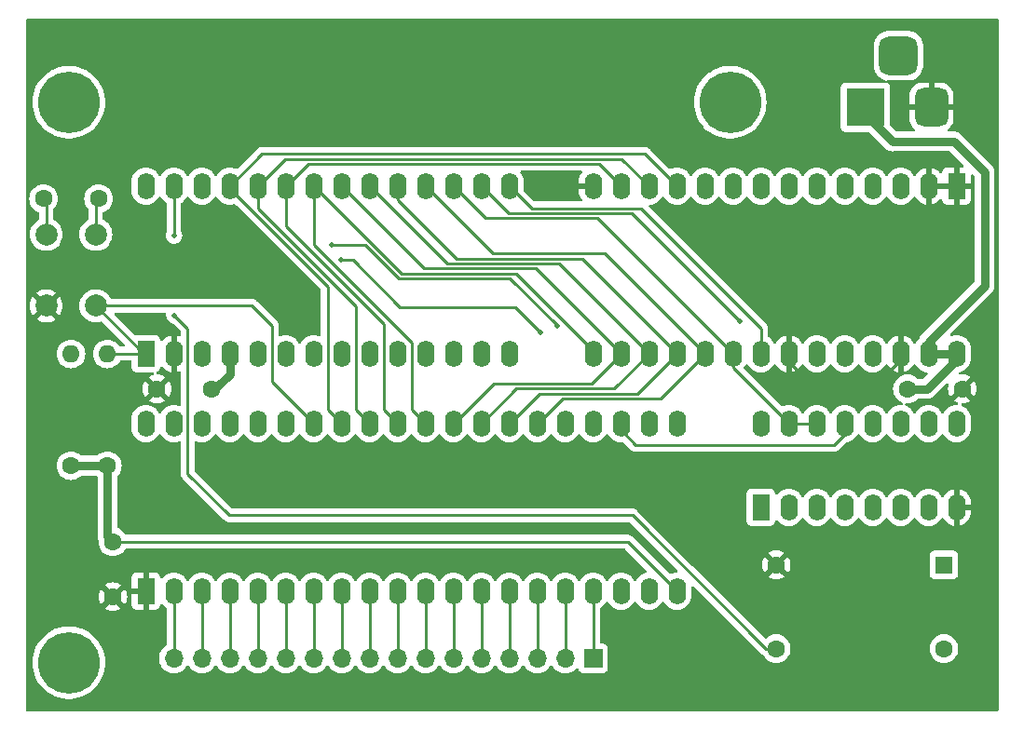
<source format=gbr>
%TF.GenerationSoftware,KiCad,Pcbnew,7.0.7*%
%TF.CreationDate,2023-09-04T17:24:35+02:00*%
%TF.ProjectId,6507,36353037-2e6b-4696-9361-645f70636258,rev?*%
%TF.SameCoordinates,Original*%
%TF.FileFunction,Copper,L1,Top*%
%TF.FilePolarity,Positive*%
%FSLAX46Y46*%
G04 Gerber Fmt 4.6, Leading zero omitted, Abs format (unit mm)*
G04 Created by KiCad (PCBNEW 7.0.7) date 2023-09-04 17:24:35*
%MOMM*%
%LPD*%
G01*
G04 APERTURE LIST*
G04 Aperture macros list*
%AMRoundRect*
0 Rectangle with rounded corners*
0 $1 Rounding radius*
0 $2 $3 $4 $5 $6 $7 $8 $9 X,Y pos of 4 corners*
0 Add a 4 corners polygon primitive as box body*
4,1,4,$2,$3,$4,$5,$6,$7,$8,$9,$2,$3,0*
0 Add four circle primitives for the rounded corners*
1,1,$1+$1,$2,$3*
1,1,$1+$1,$4,$5*
1,1,$1+$1,$6,$7*
1,1,$1+$1,$8,$9*
0 Add four rect primitives between the rounded corners*
20,1,$1+$1,$2,$3,$4,$5,0*
20,1,$1+$1,$4,$5,$6,$7,0*
20,1,$1+$1,$6,$7,$8,$9,0*
20,1,$1+$1,$8,$9,$2,$3,0*%
G04 Aperture macros list end*
%TA.AperFunction,ComponentPad*%
%ADD10C,5.600000*%
%TD*%
%TA.AperFunction,ComponentPad*%
%ADD11R,1.700000X1.700000*%
%TD*%
%TA.AperFunction,ComponentPad*%
%ADD12O,1.700000X1.700000*%
%TD*%
%TA.AperFunction,ComponentPad*%
%ADD13O,1.600000X2.400000*%
%TD*%
%TA.AperFunction,ComponentPad*%
%ADD14R,1.600000X2.400000*%
%TD*%
%TA.AperFunction,ComponentPad*%
%ADD15R,1.600000X1.600000*%
%TD*%
%TA.AperFunction,ComponentPad*%
%ADD16C,1.600000*%
%TD*%
%TA.AperFunction,ComponentPad*%
%ADD17C,2.000000*%
%TD*%
%TA.AperFunction,ComponentPad*%
%ADD18O,1.600000X1.600000*%
%TD*%
%TA.AperFunction,ComponentPad*%
%ADD19R,3.500000X3.500000*%
%TD*%
%TA.AperFunction,ComponentPad*%
%ADD20RoundRect,0.750000X0.750000X1.000000X-0.750000X1.000000X-0.750000X-1.000000X0.750000X-1.000000X0*%
%TD*%
%TA.AperFunction,ComponentPad*%
%ADD21RoundRect,0.875000X0.875000X0.875000X-0.875000X0.875000X-0.875000X-0.875000X0.875000X-0.875000X0*%
%TD*%
%TA.AperFunction,ViaPad*%
%ADD22C,0.500000*%
%TD*%
%TA.AperFunction,Conductor*%
%ADD23C,0.250000*%
%TD*%
%TA.AperFunction,Conductor*%
%ADD24C,0.800000*%
%TD*%
G04 APERTURE END LIST*
D10*
%TO.P,REF\u002A\u002A,1*%
%TO.N,N/C*%
X158496000Y-78740000D03*
%TD*%
%TO.P,REF\u002A\u002A,1*%
%TO.N,N/C*%
X98400000Y-78740000D03*
%TD*%
%TO.P,REF\u002A\u002A,1*%
%TO.N,N/C*%
X98400000Y-129700000D03*
%TD*%
D11*
%TO.P,J2,1,Pin_1*%
%TO.N,Net-(J2-Pin_1)*%
X146040000Y-129300000D03*
D12*
%TO.P,J2,2,Pin_2*%
%TO.N,Net-(J2-Pin_2)*%
X143500000Y-129300000D03*
%TO.P,J2,3,Pin_3*%
%TO.N,Net-(J2-Pin_3)*%
X140960000Y-129300000D03*
%TO.P,J2,4,Pin_4*%
%TO.N,Net-(J2-Pin_4)*%
X138420000Y-129300000D03*
%TO.P,J2,5,Pin_5*%
%TO.N,Net-(J2-Pin_5)*%
X135880000Y-129300000D03*
%TO.P,J2,6,Pin_6*%
%TO.N,Net-(J2-Pin_6)*%
X133340000Y-129300000D03*
%TO.P,J2,7,Pin_7*%
%TO.N,Net-(J2-Pin_7)*%
X130800000Y-129300000D03*
%TO.P,J2,8,Pin_8*%
%TO.N,Net-(J2-Pin_8)*%
X128260000Y-129300000D03*
%TO.P,J2,9,Pin_9*%
%TO.N,Net-(J2-Pin_9)*%
X125720000Y-129300000D03*
%TO.P,J2,10,Pin_10*%
%TO.N,Net-(J2-Pin_10)*%
X123180000Y-129300000D03*
%TO.P,J2,11,Pin_11*%
%TO.N,Net-(J2-Pin_11)*%
X120640000Y-129300000D03*
%TO.P,J2,12,Pin_12*%
%TO.N,Net-(J2-Pin_12)*%
X118100000Y-129300000D03*
%TO.P,J2,13,Pin_13*%
%TO.N,Net-(J2-Pin_13)*%
X115560000Y-129300000D03*
%TO.P,J2,14,Pin_14*%
%TO.N,Net-(J2-Pin_14)*%
X113020000Y-129300000D03*
%TO.P,J2,15,Pin_15*%
%TO.N,Net-(J2-Pin_15)*%
X110480000Y-129300000D03*
%TO.P,J2,16,Pin_16*%
%TO.N,Net-(J2-Pin_16)*%
X107940000Y-129300000D03*
%TD*%
D13*
%TO.P,U3,40,CA1*%
%TO.N,unconnected-(U3-CA1-Pad40)*%
X105410000Y-107950000D03*
%TO.P,U3,39,CA2*%
%TO.N,unconnected-(U3-CA2-Pad39)*%
X107950000Y-107950000D03*
%TO.P,U3,38,RS0*%
%TO.N,A0*%
X110490000Y-107950000D03*
%TO.P,U3,37,RS1*%
%TO.N,A1*%
X113030000Y-107950000D03*
%TO.P,U3,36,RS2*%
%TO.N,A2*%
X115570000Y-107950000D03*
%TO.P,U3,35,RS3*%
%TO.N,A3*%
X118110000Y-107950000D03*
%TO.P,U3,34,~{RES}*%
%TO.N,RESB*%
X120650000Y-107950000D03*
%TO.P,U3,33,D0*%
%TO.N,D0*%
X123190000Y-107950000D03*
%TO.P,U3,32,D1*%
%TO.N,D1*%
X125730000Y-107950000D03*
%TO.P,U3,31,D2*%
%TO.N,D2*%
X128270000Y-107950000D03*
%TO.P,U3,30,D3*%
%TO.N,D3*%
X130810000Y-107950000D03*
%TO.P,U3,29,D4*%
%TO.N,D4*%
X133350000Y-107950000D03*
%TO.P,U3,28,D5*%
%TO.N,D5*%
X135890000Y-107950000D03*
%TO.P,U3,27,D6*%
%TO.N,D6*%
X138430000Y-107950000D03*
%TO.P,U3,26,D7*%
%TO.N,D7*%
X140970000Y-107950000D03*
%TO.P,U3,25,\u03D52*%
%TO.N,\u03D52*%
X143510000Y-107950000D03*
%TO.P,U3,24,CS1*%
%TO.N,+5V*%
X146050000Y-107950000D03*
%TO.P,U3,23,~{CS2}*%
%TO.N,Net-(U3-~{CS2})*%
X148590000Y-107950000D03*
%TO.P,U3,22,R/~{W}*%
%TO.N,RWB*%
X151130000Y-107950000D03*
%TO.P,U3,21,~{IRQ}*%
%TO.N,unconnected-(U3-~{IRQ}-Pad21)*%
X153670000Y-107950000D03*
%TO.P,U3,20,VCC*%
%TO.N,+5V*%
X153670000Y-123190000D03*
%TO.P,U3,19,CB2*%
%TO.N,unconnected-(U3-CB2-Pad19)*%
X151130000Y-123190000D03*
%TO.P,U3,18,CB1*%
%TO.N,unconnected-(U3-CB1-Pad18)*%
X148590000Y-123190000D03*
%TO.P,U3,17,PB7*%
%TO.N,Net-(J2-Pin_1)*%
X146050000Y-123190000D03*
%TO.P,U3,16,PB6*%
%TO.N,Net-(J2-Pin_2)*%
X143510000Y-123190000D03*
%TO.P,U3,15,PB5*%
%TO.N,Net-(J2-Pin_3)*%
X140970000Y-123190000D03*
%TO.P,U3,14,PB4*%
%TO.N,Net-(J2-Pin_4)*%
X138430000Y-123190000D03*
%TO.P,U3,13,PB3*%
%TO.N,Net-(J2-Pin_5)*%
X135890000Y-123190000D03*
%TO.P,U3,12,PB2*%
%TO.N,Net-(J2-Pin_6)*%
X133350000Y-123190000D03*
%TO.P,U3,11,PB1*%
%TO.N,Net-(J2-Pin_7)*%
X130810000Y-123190000D03*
%TO.P,U3,10,PB0*%
%TO.N,Net-(J2-Pin_8)*%
X128270000Y-123190000D03*
%TO.P,U3,9,PA7*%
%TO.N,Net-(J2-Pin_9)*%
X125730000Y-123190000D03*
%TO.P,U3,8,PA6*%
%TO.N,Net-(J2-Pin_10)*%
X123190000Y-123190000D03*
%TO.P,U3,7,PA5*%
%TO.N,Net-(J2-Pin_11)*%
X120650000Y-123190000D03*
%TO.P,U3,6,PA4*%
%TO.N,Net-(J2-Pin_12)*%
X118110000Y-123190000D03*
%TO.P,U3,5,PA3*%
%TO.N,Net-(J2-Pin_13)*%
X115570000Y-123190000D03*
%TO.P,U3,4,PA2*%
%TO.N,Net-(J2-Pin_14)*%
X113030000Y-123190000D03*
%TO.P,U3,3,PA1*%
%TO.N,Net-(J2-Pin_15)*%
X110490000Y-123190000D03*
%TO.P,U3,2,PA0*%
%TO.N,Net-(J2-Pin_16)*%
X107950000Y-123190000D03*
D14*
%TO.P,U3,1,VSS*%
%TO.N,GND*%
X105410000Y-123190000D03*
%TD*%
D13*
%TO.P,U2,28,VCC*%
%TO.N,+5V*%
X179070000Y-101600000D03*
%TO.P,U2,27,~{WE}*%
X176530000Y-101600000D03*
%TO.P,U2,26,A13*%
%TO.N,GND*%
X173990000Y-101600000D03*
%TO.P,U2,25,A8*%
%TO.N,A8*%
X171450000Y-101600000D03*
%TO.P,U2,24,A9*%
%TO.N,A9*%
X168910000Y-101600000D03*
%TO.P,U2,23,A11*%
%TO.N,A11*%
X166370000Y-101600000D03*
%TO.P,U2,22,~{OE}*%
%TO.N,GND*%
X163830000Y-101600000D03*
%TO.P,U2,21,A10*%
%TO.N,A10*%
X161290000Y-101600000D03*
%TO.P,U2,20,~{CS}*%
%TO.N,A12*%
X158750000Y-101600000D03*
%TO.P,U2,19,D7*%
%TO.N,D7*%
X156210000Y-101600000D03*
%TO.P,U2,18,D6*%
%TO.N,D6*%
X153670000Y-101600000D03*
%TO.P,U2,17,D5*%
%TO.N,D5*%
X151130000Y-101600000D03*
%TO.P,U2,16,D4*%
%TO.N,D4*%
X148590000Y-101600000D03*
%TO.P,U2,15,D3*%
%TO.N,D3*%
X146050000Y-101600000D03*
%TO.P,U2,14,GND*%
%TO.N,GND*%
X146050000Y-86360000D03*
%TO.P,U2,13,D2*%
%TO.N,D2*%
X148590000Y-86360000D03*
%TO.P,U2,12,D1*%
%TO.N,D1*%
X151130000Y-86360000D03*
%TO.P,U2,11,D0*%
%TO.N,D0*%
X153670000Y-86360000D03*
%TO.P,U2,10,A0*%
%TO.N,A0*%
X156210000Y-86360000D03*
%TO.P,U2,9,A1*%
%TO.N,A1*%
X158750000Y-86360000D03*
%TO.P,U2,8,A2*%
%TO.N,A2*%
X161290000Y-86360000D03*
%TO.P,U2,7,A3*%
%TO.N,A3*%
X163830000Y-86360000D03*
%TO.P,U2,6,A4*%
%TO.N,A4*%
X166370000Y-86360000D03*
%TO.P,U2,5,A5*%
%TO.N,A5*%
X168910000Y-86360000D03*
%TO.P,U2,4,A6*%
%TO.N,A6*%
X171450000Y-86360000D03*
%TO.P,U2,3,A7*%
%TO.N,A7*%
X173990000Y-86360000D03*
%TO.P,U2,2,A12*%
%TO.N,GND*%
X176530000Y-86360000D03*
D14*
%TO.P,U2,1,A14*%
X179070000Y-86360000D03*
%TD*%
D13*
%TO.P,U1,28,\u03D52*%
%TO.N,\u03D52*%
X105410000Y-86360000D03*
%TO.P,U1,27,\u03D50*%
%TO.N,CLK*%
X107950000Y-86360000D03*
%TO.P,U1,26,R/~{W}*%
%TO.N,RWB*%
X110490000Y-86360000D03*
%TO.P,U1,25,D0*%
%TO.N,D0*%
X113030000Y-86360000D03*
%TO.P,U1,24,D1*%
%TO.N,D1*%
X115570000Y-86360000D03*
%TO.P,U1,23,D2*%
%TO.N,D2*%
X118110000Y-86360000D03*
%TO.P,U1,22,D3*%
%TO.N,D3*%
X120650000Y-86360000D03*
%TO.P,U1,21,D4*%
%TO.N,D4*%
X123190000Y-86360000D03*
%TO.P,U1,20,D5*%
%TO.N,D5*%
X125730000Y-86360000D03*
%TO.P,U1,19,D6*%
%TO.N,D6*%
X128270000Y-86360000D03*
%TO.P,U1,18,D7*%
%TO.N,D7*%
X130810000Y-86360000D03*
%TO.P,U1,17,A12*%
%TO.N,A12*%
X133350000Y-86360000D03*
%TO.P,U1,16,A11*%
%TO.N,A11*%
X135890000Y-86360000D03*
%TO.P,U1,15,A10*%
%TO.N,A10*%
X138430000Y-86360000D03*
%TO.P,U1,14,A9*%
%TO.N,A9*%
X138430000Y-101600000D03*
%TO.P,U1,13,A8*%
%TO.N,A8*%
X135890000Y-101600000D03*
%TO.P,U1,12,A7*%
%TO.N,A7*%
X133350000Y-101600000D03*
%TO.P,U1,11,A6*%
%TO.N,A6*%
X130810000Y-101600000D03*
%TO.P,U1,10,A5*%
%TO.N,A5*%
X128270000Y-101600000D03*
%TO.P,U1,9,A4*%
%TO.N,A4*%
X125730000Y-101600000D03*
%TO.P,U1,8,A3*%
%TO.N,A3*%
X123190000Y-101600000D03*
%TO.P,U1,7,A2*%
%TO.N,A2*%
X120650000Y-101600000D03*
%TO.P,U1,6,A1*%
%TO.N,A1*%
X118110000Y-101600000D03*
%TO.P,U1,5,A0*%
%TO.N,A0*%
X115570000Y-101600000D03*
%TO.P,U1,4,VCC*%
%TO.N,+5V*%
X113030000Y-101600000D03*
%TO.P,U1,3,RDY*%
%TO.N,Net-(U1-RDY)*%
X110490000Y-101600000D03*
%TO.P,U1,2,VSS*%
%TO.N,GND*%
X107950000Y-101600000D03*
D14*
%TO.P,U1,1,~{RES}*%
%TO.N,RESB*%
X105410000Y-101600000D03*
%TD*%
%TO.P,U4,1*%
%TO.N,N/C*%
X161290000Y-115570000D03*
D13*
%TO.P,U4,2*%
X163830000Y-115570000D03*
%TO.P,U4,3*%
X166370000Y-115570000D03*
%TO.P,U4,4*%
X168910000Y-115570000D03*
%TO.P,U4,5*%
X171450000Y-115570000D03*
%TO.P,U4,6*%
X173990000Y-115570000D03*
%TO.P,U4,7*%
X176530000Y-115570000D03*
%TO.P,U4,8*%
%TO.N,GND*%
X179070000Y-115570000D03*
%TO.P,U4,9*%
%TO.N,N/C*%
X179070000Y-107950000D03*
%TO.P,U4,10*%
X176530000Y-107950000D03*
%TO.P,U4,11*%
X173990000Y-107950000D03*
%TO.P,U4,12*%
X171450000Y-107950000D03*
%TO.P,U4,13*%
%TO.N,Net-(U3-~{CS2})*%
X168910000Y-107950000D03*
%TO.P,U4,14*%
%TO.N,A12*%
X166370000Y-107950000D03*
%TO.P,U4,15*%
X163830000Y-107950000D03*
%TO.P,U4,16*%
%TO.N,+5V*%
X161290000Y-107950000D03*
%TD*%
D15*
%TO.P,X1,1,~{ST}*%
%TO.N,unconnected-(X1-~{ST}-Pad1)*%
X177920000Y-120790000D03*
D16*
%TO.P,X1,7*%
%TO.N,GND*%
X162680000Y-120790000D03*
%TO.P,X1,8*%
%TO.N,CLK*%
X162680000Y-128410000D03*
%TO.P,X1,14*%
%TO.N,+5V*%
X177920000Y-128410000D03*
%TD*%
D17*
%TO.P,SW1,1,1*%
%TO.N,b2*%
X96350000Y-90750000D03*
%TO.N,GND*%
X96350000Y-97250000D03*
%TO.P,SW1,2,2*%
%TO.N,RESB*%
X100850000Y-97250000D03*
%TO.N,b1*%
X100850000Y-90750000D03*
%TD*%
D16*
%TO.P,R2,1*%
%TO.N,+5V*%
X98600000Y-111780000D03*
D18*
%TO.P,R2,2*%
%TO.N,Net-(U1-RDY)*%
X98600000Y-101620000D03*
%TD*%
%TO.P,R1,2*%
%TO.N,RESB*%
X101900000Y-101620000D03*
D16*
%TO.P,R1,1*%
%TO.N,+5V*%
X101900000Y-111780000D03*
%TD*%
D19*
%TO.P,J1,1*%
%TO.N,+5V*%
X170784000Y-79189500D03*
D20*
%TO.P,J1,2*%
%TO.N,GND*%
X176784000Y-79189500D03*
D21*
%TO.P,J1,3*%
%TO.N,N/C*%
X173784000Y-74489500D03*
%TD*%
D16*
%TO.P,C4,1*%
%TO.N,GND*%
X102400000Y-123700000D03*
%TO.P,C4,2*%
%TO.N,+5V*%
X102400000Y-118700000D03*
%TD*%
%TO.P,C3,1*%
%TO.N,GND*%
X179600000Y-104800000D03*
%TO.P,C3,2*%
%TO.N,+5V*%
X174600000Y-104800000D03*
%TD*%
%TO.P,C2,2*%
%TO.N,+5V*%
X111400000Y-104800000D03*
%TO.P,C2,1*%
%TO.N,GND*%
X106400000Y-104800000D03*
%TD*%
%TO.P,C1,1*%
%TO.N,b2*%
X96100000Y-87500000D03*
%TO.P,C1,2*%
%TO.N,b1*%
X101100000Y-87500000D03*
%TD*%
D22*
%TO.N,CLK*%
X107950000Y-90850000D03*
X108000000Y-98100000D03*
%TO.N,RWB*%
X122300000Y-91700000D03*
X142736444Y-99063556D03*
%TO.N,\u03D52*%
X123100000Y-93100000D03*
X141250000Y-99650000D03*
%TO.N,A11*%
X159377444Y-98686556D03*
%TD*%
D23*
%TO.N,RESB*%
X115030000Y-97250000D02*
X100850000Y-97250000D01*
X116840000Y-99060000D02*
X115030000Y-97250000D01*
X116840000Y-104140000D02*
X116840000Y-99060000D01*
X120650000Y-107950000D02*
X116840000Y-104140000D01*
%TO.N,b1*%
X100850000Y-87750000D02*
X101100000Y-87500000D01*
X100850000Y-90750000D02*
X100850000Y-87750000D01*
%TO.N,GND*%
X165100000Y-103632000D02*
X172466000Y-103632000D01*
X173990000Y-102108000D02*
X173990000Y-101600000D01*
X163830000Y-102362000D02*
X165100000Y-103632000D01*
X172466000Y-103632000D02*
X173990000Y-102108000D01*
X163830000Y-101600000D02*
X163830000Y-102362000D01*
X107950000Y-103250000D02*
X106400000Y-104800000D01*
X107950000Y-101600000D02*
X107950000Y-103250000D01*
%TO.N,A10*%
X161290000Y-99314000D02*
X161290000Y-101600000D01*
X140462000Y-88392000D02*
X150368000Y-88392000D01*
X150368000Y-88392000D02*
X161290000Y-99314000D01*
X138430000Y-86360000D02*
X140462000Y-88392000D01*
%TO.N,D3*%
X146050000Y-101346000D02*
X146050000Y-101600000D01*
X139018000Y-94314000D02*
X146050000Y-101346000D01*
X128604000Y-94314000D02*
X139018000Y-94314000D01*
X120650000Y-86360000D02*
X128604000Y-94314000D01*
%TO.N,CLK*%
X107950000Y-90850000D02*
X107950000Y-86360000D01*
%TO.N,A12*%
X158750000Y-102870000D02*
X158750000Y-101600000D01*
X163830000Y-107950000D02*
X158750000Y-102870000D01*
D24*
%TO.N,+5V*%
X181600000Y-85080000D02*
X181600000Y-95400000D01*
X178816000Y-82296000D02*
X181600000Y-85080000D01*
X181600000Y-95400000D02*
X176530000Y-100470000D01*
X173228000Y-82296000D02*
X178816000Y-82296000D01*
X176530000Y-100470000D02*
X176530000Y-101600000D01*
X170784000Y-79852000D02*
X173228000Y-82296000D01*
X170784000Y-79741500D02*
X170784000Y-79852000D01*
X113030000Y-103470000D02*
X113030000Y-101600000D01*
X111900000Y-104600000D02*
X113030000Y-103470000D01*
X111500000Y-104600000D02*
X111900000Y-104600000D01*
X98600000Y-111780000D02*
X101900000Y-111780000D01*
X101900000Y-111780000D02*
X101900000Y-118200000D01*
X101900000Y-118200000D02*
X102400000Y-118700000D01*
D23*
%TO.N,CLK*%
X109200000Y-99300000D02*
X108000000Y-98100000D01*
X109200000Y-112500000D02*
X109200000Y-99300000D01*
X113000000Y-116300000D02*
X109200000Y-112500000D01*
X149600000Y-116300000D02*
X113000000Y-116300000D01*
X162680000Y-128410000D02*
X161710000Y-128410000D01*
X161710000Y-128410000D02*
X149600000Y-116300000D01*
D24*
%TO.N,+5V*%
X176400000Y-104800000D02*
X174600000Y-104800000D01*
X179070000Y-102130000D02*
X176400000Y-104800000D01*
X179070000Y-101600000D02*
X179070000Y-102130000D01*
D23*
%TO.N,Net-(J2-Pin_1)*%
X146040000Y-123200000D02*
X146050000Y-123190000D01*
X146040000Y-129300000D02*
X146040000Y-123200000D01*
%TO.N,Net-(J2-Pin_2)*%
X143500000Y-123200000D02*
X143510000Y-123190000D01*
X143500000Y-129300000D02*
X143500000Y-123200000D01*
%TO.N,Net-(J2-Pin_3)*%
X140960000Y-123200000D02*
X140970000Y-123190000D01*
X140960000Y-129300000D02*
X140960000Y-123200000D01*
%TO.N,Net-(J2-Pin_4)*%
X138420000Y-129300000D02*
X138420000Y-123200000D01*
X138420000Y-123200000D02*
X138430000Y-123190000D01*
%TO.N,Net-(J2-Pin_5)*%
X135880000Y-123200000D02*
X135890000Y-123190000D01*
X135880000Y-129300000D02*
X135880000Y-123200000D01*
%TO.N,Net-(J2-Pin_6)*%
X133340000Y-123200000D02*
X133350000Y-123190000D01*
X133340000Y-129300000D02*
X133340000Y-123200000D01*
%TO.N,Net-(J2-Pin_7)*%
X130800000Y-129300000D02*
X130800000Y-123200000D01*
X130800000Y-123200000D02*
X130810000Y-123190000D01*
%TO.N,Net-(J2-Pin_8)*%
X128260000Y-129300000D02*
X128260000Y-123200000D01*
X128260000Y-123200000D02*
X128270000Y-123190000D01*
%TO.N,Net-(J2-Pin_9)*%
X125720000Y-123200000D02*
X125730000Y-123190000D01*
X125720000Y-129300000D02*
X125720000Y-123200000D01*
%TO.N,Net-(J2-Pin_10)*%
X123180000Y-123200000D02*
X123190000Y-123190000D01*
X123180000Y-129300000D02*
X123180000Y-123200000D01*
%TO.N,Net-(J2-Pin_11)*%
X120640000Y-123200000D02*
X120650000Y-123190000D01*
X120640000Y-129300000D02*
X120640000Y-123200000D01*
%TO.N,Net-(J2-Pin_12)*%
X118100000Y-123200000D02*
X118110000Y-123190000D01*
X118100000Y-129300000D02*
X118100000Y-123200000D01*
%TO.N,Net-(J2-Pin_13)*%
X115560000Y-123200000D02*
X115570000Y-123190000D01*
X115560000Y-129300000D02*
X115560000Y-123200000D01*
%TO.N,Net-(J2-Pin_14)*%
X113020000Y-123200000D02*
X113030000Y-123190000D01*
X113020000Y-129300000D02*
X113020000Y-123200000D01*
%TO.N,Net-(J2-Pin_15)*%
X110480000Y-123200000D02*
X110490000Y-123190000D01*
X110480000Y-129300000D02*
X110480000Y-123200000D01*
%TO.N,Net-(J2-Pin_16)*%
X107950000Y-123190000D02*
X107950000Y-129290000D01*
X107950000Y-129290000D02*
X107940000Y-129300000D01*
%TO.N,+5V*%
X149180000Y-118700000D02*
X153670000Y-123190000D01*
X102400000Y-118700000D02*
X149180000Y-118700000D01*
D24*
X176530000Y-101600000D02*
X179070000Y-101600000D01*
D23*
%TO.N,b2*%
X96350000Y-90750000D02*
X96350000Y-87750000D01*
X96350000Y-87750000D02*
X96100000Y-87500000D01*
%TO.N,RWB*%
X128417604Y-94764000D02*
X125353604Y-91700000D01*
X138470802Y-94764000D02*
X128417604Y-94764000D01*
X142736444Y-99029642D02*
X138470802Y-94764000D01*
X125353604Y-91700000D02*
X122300000Y-91700000D01*
X142736444Y-99063556D02*
X142736444Y-99029642D01*
%TO.N,\u03D52*%
X124200000Y-93100000D02*
X128500000Y-97400000D01*
X128500000Y-97400000D02*
X139000000Y-97400000D01*
X123100000Y-93100000D02*
X124200000Y-93100000D01*
X139000000Y-97400000D02*
X141250000Y-99650000D01*
%TO.N,RESB*%
X105410000Y-101600000D02*
X101920000Y-101600000D01*
X101920000Y-101600000D02*
X101900000Y-101620000D01*
X102080000Y-101600000D02*
X101900000Y-101420000D01*
X105200000Y-101600000D02*
X100850000Y-97250000D01*
X105410000Y-101600000D02*
X105200000Y-101600000D01*
%TO.N,Net-(U3-~{CS2})*%
X148590000Y-108590000D02*
X148590000Y-107950000D01*
X149900000Y-109900000D02*
X148590000Y-108590000D01*
X168910000Y-108890000D02*
X167900000Y-109900000D01*
X168910000Y-107950000D02*
X168910000Y-108890000D01*
X167900000Y-109900000D02*
X149900000Y-109900000D01*
%TO.N,D1*%
X124460000Y-106680000D02*
X125730000Y-107950000D01*
X115570000Y-88370000D02*
X124460000Y-97260000D01*
X115570000Y-86360000D02*
X115570000Y-88370000D01*
X124460000Y-97260000D02*
X124460000Y-106680000D01*
%TO.N,D2*%
X127000000Y-106680000D02*
X128270000Y-107950000D01*
X127000000Y-98900000D02*
X127000000Y-106680000D01*
X118110000Y-90010000D02*
X127000000Y-98900000D01*
X118110000Y-86360000D02*
X118110000Y-90010000D01*
%TO.N,A12*%
X146442000Y-89292000D02*
X158750000Y-101600000D01*
X136282000Y-89292000D02*
X146442000Y-89292000D01*
X133350000Y-86360000D02*
X136282000Y-89292000D01*
%TO.N,A11*%
X149542000Y-88842000D02*
X138372000Y-88842000D01*
X159377444Y-98686556D02*
X159377444Y-98677444D01*
X159377444Y-98677444D02*
X149542000Y-88842000D01*
X138372000Y-88842000D02*
X135890000Y-86360000D01*
%TO.N,D4*%
X145876000Y-104314000D02*
X136986000Y-104314000D01*
X148590000Y-101600000D02*
X145876000Y-104314000D01*
X136986000Y-104314000D02*
X133350000Y-107950000D01*
%TO.N,D5*%
X139076000Y-104764000D02*
X135890000Y-107950000D01*
X147966000Y-104764000D02*
X139076000Y-104764000D01*
X151130000Y-101600000D02*
X147966000Y-104764000D01*
%TO.N,D6*%
X150056000Y-105214000D02*
X141166000Y-105214000D01*
X153670000Y-101600000D02*
X150056000Y-105214000D01*
X141166000Y-105214000D02*
X138430000Y-107950000D01*
%TO.N,D7*%
X143256000Y-105664000D02*
X140970000Y-107950000D01*
X152146000Y-105664000D02*
X143256000Y-105664000D01*
X156210000Y-101600000D02*
X152146000Y-105664000D01*
%TO.N,D3*%
X129540000Y-106680000D02*
X130810000Y-107950000D01*
X120650000Y-86360000D02*
X120650000Y-91694000D01*
X120650000Y-91694000D02*
X129540000Y-100584000D01*
X129540000Y-100584000D02*
X129540000Y-106680000D01*
%TO.N,D0*%
X121920000Y-106680000D02*
X123190000Y-107950000D01*
X113030000Y-86614000D02*
X121920000Y-95504000D01*
X121920000Y-95504000D02*
X121920000Y-106680000D01*
X113030000Y-86360000D02*
X113030000Y-86614000D01*
%TO.N,D4*%
X140854000Y-93864000D02*
X148590000Y-101600000D01*
X130694000Y-93864000D02*
X140854000Y-93864000D01*
X123190000Y-86360000D02*
X130694000Y-93864000D01*
%TO.N,D5*%
X132784000Y-93414000D02*
X142944000Y-93414000D01*
X125730000Y-86360000D02*
X132784000Y-93414000D01*
X142944000Y-93414000D02*
X151130000Y-101600000D01*
%TO.N,D6*%
X133604000Y-92964000D02*
X145034000Y-92964000D01*
X128270000Y-87630000D02*
X133604000Y-92964000D01*
X145034000Y-92964000D02*
X153670000Y-101600000D01*
X128270000Y-86360000D02*
X128270000Y-87630000D01*
%TO.N,D7*%
X147066000Y-92456000D02*
X156210000Y-101600000D01*
X136906000Y-92456000D02*
X147066000Y-92456000D01*
X130810000Y-86360000D02*
X136906000Y-92456000D01*
%TO.N,D0*%
X150738000Y-83428000D02*
X153670000Y-86360000D01*
X115962000Y-83428000D02*
X150738000Y-83428000D01*
X113030000Y-86360000D02*
X115962000Y-83428000D01*
%TO.N,D1*%
X148648000Y-83878000D02*
X151130000Y-86360000D01*
X118052000Y-83878000D02*
X148648000Y-83878000D01*
X115570000Y-86360000D02*
X118052000Y-83878000D01*
%TO.N,D2*%
X146558000Y-84328000D02*
X148590000Y-86360000D01*
X120142000Y-84328000D02*
X146558000Y-84328000D01*
X118110000Y-86360000D02*
X120142000Y-84328000D01*
%TO.N,A12*%
X166370000Y-107950000D02*
X163830000Y-107950000D01*
%TD*%
%TA.AperFunction,Conductor*%
%TO.N,GND*%
G36*
X173883331Y-101988091D02*
G01*
X173915699Y-101993218D01*
X173958515Y-102000000D01*
X173958519Y-102000000D01*
X174021485Y-102000000D01*
X174064300Y-101993218D01*
X174096602Y-101988102D01*
X174165894Y-101997056D01*
X174219347Y-102042052D01*
X174239987Y-102108803D01*
X174240000Y-102110575D01*
X174240000Y-103278872D01*
X174436317Y-103226269D01*
X174436326Y-103226265D01*
X174642482Y-103130134D01*
X174828820Y-102999657D01*
X174989657Y-102838820D01*
X175120132Y-102652484D01*
X175147341Y-102594134D01*
X175193513Y-102541695D01*
X175260707Y-102522542D01*
X175327588Y-102542757D01*
X175372106Y-102594133D01*
X175399431Y-102652732D01*
X175399432Y-102652734D01*
X175529954Y-102839141D01*
X175690858Y-103000045D01*
X175690861Y-103000047D01*
X175877266Y-103130568D01*
X176083504Y-103226739D01*
X176303308Y-103285635D01*
X176348802Y-103289615D01*
X176413871Y-103315067D01*
X176454850Y-103371658D01*
X176458728Y-103441420D01*
X176425676Y-103500824D01*
X176063320Y-103863181D01*
X176001997Y-103896666D01*
X175975639Y-103899500D01*
X175590048Y-103899500D01*
X175523009Y-103879815D01*
X175502371Y-103863185D01*
X175439139Y-103799953D01*
X175439138Y-103799952D01*
X175439137Y-103799951D01*
X175252734Y-103669432D01*
X175252732Y-103669431D01*
X175046497Y-103573261D01*
X175046488Y-103573258D01*
X174826697Y-103514366D01*
X174826693Y-103514365D01*
X174826692Y-103514365D01*
X174826691Y-103514364D01*
X174826686Y-103514364D01*
X174600002Y-103494532D01*
X174599998Y-103494532D01*
X174373313Y-103514364D01*
X174373302Y-103514366D01*
X174153511Y-103573258D01*
X174153502Y-103573261D01*
X173947267Y-103669431D01*
X173947265Y-103669432D01*
X173760858Y-103799954D01*
X173599954Y-103960858D01*
X173469432Y-104147265D01*
X173469431Y-104147267D01*
X173373261Y-104353502D01*
X173373258Y-104353511D01*
X173314366Y-104573302D01*
X173314364Y-104573313D01*
X173294532Y-104799998D01*
X173294532Y-104800001D01*
X173314364Y-105026686D01*
X173314366Y-105026697D01*
X173373258Y-105246488D01*
X173373261Y-105246497D01*
X173469431Y-105452732D01*
X173469432Y-105452734D01*
X173599954Y-105639141D01*
X173760858Y-105800045D01*
X173760861Y-105800047D01*
X173947266Y-105930568D01*
X174128844Y-106015239D01*
X174181281Y-106061410D01*
X174200433Y-106128604D01*
X174180217Y-106195485D01*
X174127052Y-106240819D01*
X174065631Y-106251148D01*
X173990003Y-106244532D01*
X173989998Y-106244532D01*
X173763313Y-106264364D01*
X173763302Y-106264366D01*
X173543511Y-106323258D01*
X173543502Y-106323261D01*
X173337267Y-106419431D01*
X173337265Y-106419432D01*
X173150858Y-106549954D01*
X172989954Y-106710858D01*
X172859432Y-106897265D01*
X172859431Y-106897267D01*
X172832382Y-106955275D01*
X172786209Y-107007714D01*
X172719016Y-107026866D01*
X172652135Y-107006650D01*
X172607618Y-106955275D01*
X172580568Y-106897267D01*
X172580567Y-106897265D01*
X172450045Y-106710858D01*
X172289141Y-106549954D01*
X172102734Y-106419432D01*
X172102732Y-106419431D01*
X171896497Y-106323261D01*
X171896488Y-106323258D01*
X171676697Y-106264366D01*
X171676693Y-106264365D01*
X171676692Y-106264365D01*
X171676691Y-106264364D01*
X171676686Y-106264364D01*
X171450002Y-106244532D01*
X171449998Y-106244532D01*
X171223313Y-106264364D01*
X171223302Y-106264366D01*
X171003511Y-106323258D01*
X171003502Y-106323261D01*
X170797267Y-106419431D01*
X170797265Y-106419432D01*
X170610858Y-106549954D01*
X170449954Y-106710858D01*
X170319432Y-106897265D01*
X170319431Y-106897267D01*
X170292382Y-106955275D01*
X170246209Y-107007714D01*
X170179016Y-107026866D01*
X170112135Y-107006650D01*
X170067618Y-106955275D01*
X170040568Y-106897267D01*
X170040567Y-106897265D01*
X169910045Y-106710858D01*
X169749141Y-106549954D01*
X169562734Y-106419432D01*
X169562732Y-106419431D01*
X169356497Y-106323261D01*
X169356488Y-106323258D01*
X169136697Y-106264366D01*
X169136693Y-106264365D01*
X169136692Y-106264365D01*
X169136691Y-106264364D01*
X169136686Y-106264364D01*
X168910002Y-106244532D01*
X168909998Y-106244532D01*
X168683313Y-106264364D01*
X168683302Y-106264366D01*
X168463511Y-106323258D01*
X168463502Y-106323261D01*
X168257267Y-106419431D01*
X168257265Y-106419432D01*
X168070858Y-106549954D01*
X167909954Y-106710858D01*
X167779432Y-106897265D01*
X167779431Y-106897267D01*
X167752382Y-106955275D01*
X167706209Y-107007714D01*
X167639016Y-107026866D01*
X167572135Y-107006650D01*
X167527618Y-106955275D01*
X167500568Y-106897267D01*
X167500567Y-106897265D01*
X167370045Y-106710858D01*
X167209141Y-106549954D01*
X167022734Y-106419432D01*
X167022732Y-106419431D01*
X166816497Y-106323261D01*
X166816488Y-106323258D01*
X166596697Y-106264366D01*
X166596693Y-106264365D01*
X166596692Y-106264365D01*
X166596691Y-106264364D01*
X166596686Y-106264364D01*
X166370002Y-106244532D01*
X166369998Y-106244532D01*
X166143313Y-106264364D01*
X166143302Y-106264366D01*
X165923511Y-106323258D01*
X165923502Y-106323261D01*
X165717267Y-106419431D01*
X165717265Y-106419432D01*
X165530858Y-106549954D01*
X165369954Y-106710858D01*
X165239432Y-106897265D01*
X165239431Y-106897267D01*
X165212382Y-106955275D01*
X165166209Y-107007714D01*
X165099016Y-107026866D01*
X165032135Y-107006650D01*
X164987618Y-106955275D01*
X164960568Y-106897267D01*
X164960567Y-106897265D01*
X164830045Y-106710858D01*
X164669141Y-106549954D01*
X164482734Y-106419432D01*
X164482732Y-106419431D01*
X164276497Y-106323261D01*
X164276488Y-106323258D01*
X164056697Y-106264366D01*
X164056693Y-106264365D01*
X164056692Y-106264365D01*
X164056691Y-106264364D01*
X164056686Y-106264364D01*
X163830002Y-106244532D01*
X163829998Y-106244532D01*
X163603313Y-106264364D01*
X163603302Y-106264366D01*
X163383511Y-106323258D01*
X163383506Y-106323260D01*
X163260562Y-106380589D01*
X163191484Y-106391080D01*
X163127700Y-106362559D01*
X163120477Y-106355887D01*
X159763361Y-102998770D01*
X159729876Y-102937447D01*
X159734860Y-102867755D01*
X159749467Y-102839966D01*
X159750045Y-102839141D01*
X159750047Y-102839139D01*
X159880568Y-102652734D01*
X159907618Y-102594724D01*
X159953790Y-102542285D01*
X160020983Y-102523133D01*
X160087865Y-102543348D01*
X160132382Y-102594725D01*
X160159429Y-102652728D01*
X160159432Y-102652734D01*
X160289954Y-102839141D01*
X160450858Y-103000045D01*
X160450861Y-103000047D01*
X160637266Y-103130568D01*
X160843504Y-103226739D01*
X161063308Y-103285635D01*
X161225230Y-103299801D01*
X161289998Y-103305468D01*
X161290000Y-103305468D01*
X161290002Y-103305468D01*
X161346807Y-103300498D01*
X161516692Y-103285635D01*
X161736496Y-103226739D01*
X161942734Y-103130568D01*
X162129139Y-103000047D01*
X162290047Y-102839139D01*
X162420568Y-102652734D01*
X162447895Y-102594129D01*
X162494064Y-102541695D01*
X162561257Y-102522542D01*
X162628139Y-102542757D01*
X162672657Y-102594133D01*
X162699865Y-102652482D01*
X162830342Y-102838820D01*
X162991179Y-102999657D01*
X163177517Y-103130134D01*
X163383673Y-103226265D01*
X163383682Y-103226269D01*
X163579999Y-103278872D01*
X163580000Y-103278871D01*
X163580000Y-102110575D01*
X163599685Y-102043536D01*
X163652489Y-101997781D01*
X163721647Y-101987837D01*
X163723331Y-101988091D01*
X163755699Y-101993218D01*
X163798515Y-102000000D01*
X163798519Y-102000000D01*
X163861485Y-102000000D01*
X163904300Y-101993218D01*
X163936602Y-101988102D01*
X164005894Y-101997056D01*
X164059347Y-102042052D01*
X164079987Y-102108803D01*
X164080000Y-102110575D01*
X164079999Y-103278871D01*
X164080000Y-103278872D01*
X164276317Y-103226269D01*
X164276326Y-103226265D01*
X164482482Y-103130134D01*
X164668820Y-102999657D01*
X164829657Y-102838820D01*
X164960132Y-102652484D01*
X164987341Y-102594134D01*
X165033513Y-102541695D01*
X165100707Y-102522542D01*
X165167588Y-102542757D01*
X165212106Y-102594133D01*
X165239431Y-102652732D01*
X165239432Y-102652734D01*
X165369954Y-102839141D01*
X165530858Y-103000045D01*
X165530861Y-103000047D01*
X165717266Y-103130568D01*
X165923504Y-103226739D01*
X166143308Y-103285635D01*
X166305230Y-103299801D01*
X166369998Y-103305468D01*
X166370000Y-103305468D01*
X166370002Y-103305468D01*
X166426807Y-103300498D01*
X166596692Y-103285635D01*
X166816496Y-103226739D01*
X167022734Y-103130568D01*
X167209139Y-103000047D01*
X167370047Y-102839139D01*
X167500568Y-102652734D01*
X167527618Y-102594724D01*
X167573790Y-102542285D01*
X167640983Y-102523133D01*
X167707865Y-102543348D01*
X167752382Y-102594725D01*
X167779429Y-102652728D01*
X167779432Y-102652734D01*
X167909954Y-102839141D01*
X168070858Y-103000045D01*
X168070861Y-103000047D01*
X168257266Y-103130568D01*
X168463504Y-103226739D01*
X168683308Y-103285635D01*
X168845230Y-103299801D01*
X168909998Y-103305468D01*
X168910000Y-103305468D01*
X168910002Y-103305468D01*
X168966807Y-103300498D01*
X169136692Y-103285635D01*
X169356496Y-103226739D01*
X169562734Y-103130568D01*
X169749139Y-103000047D01*
X169910047Y-102839139D01*
X170040568Y-102652734D01*
X170067618Y-102594724D01*
X170113790Y-102542285D01*
X170180983Y-102523133D01*
X170247865Y-102543348D01*
X170292382Y-102594725D01*
X170319429Y-102652728D01*
X170319432Y-102652734D01*
X170449954Y-102839141D01*
X170610858Y-103000045D01*
X170610861Y-103000047D01*
X170797266Y-103130568D01*
X171003504Y-103226739D01*
X171223308Y-103285635D01*
X171385230Y-103299801D01*
X171449998Y-103305468D01*
X171450000Y-103305468D01*
X171450002Y-103305468D01*
X171506807Y-103300498D01*
X171676692Y-103285635D01*
X171896496Y-103226739D01*
X172102734Y-103130568D01*
X172289139Y-103000047D01*
X172450047Y-102839139D01*
X172580568Y-102652734D01*
X172607895Y-102594129D01*
X172654064Y-102541695D01*
X172721257Y-102522542D01*
X172788139Y-102542757D01*
X172832657Y-102594133D01*
X172859865Y-102652482D01*
X172990342Y-102838820D01*
X173151179Y-102999657D01*
X173337517Y-103130134D01*
X173543673Y-103226265D01*
X173543682Y-103226269D01*
X173739999Y-103278872D01*
X173740000Y-103278871D01*
X173740000Y-102110575D01*
X173759685Y-102043536D01*
X173812489Y-101997781D01*
X173881647Y-101987837D01*
X173883331Y-101988091D01*
G37*
%TD.AperFunction*%
%TA.AperFunction,Conductor*%
G36*
X178270454Y-104305557D02*
G01*
X178326387Y-104347429D01*
X178350804Y-104412893D01*
X178346895Y-104453832D01*
X178314860Y-104573389D01*
X178314858Y-104573400D01*
X178295034Y-104799997D01*
X178295034Y-104800002D01*
X178314858Y-105026599D01*
X178314860Y-105026610D01*
X178373730Y-105246317D01*
X178373734Y-105246326D01*
X178469865Y-105452481D01*
X178469866Y-105452483D01*
X178520973Y-105525471D01*
X178520973Y-105525472D01*
X179062580Y-104983865D01*
X179123903Y-104950380D01*
X179193594Y-104955364D01*
X179249528Y-104997235D01*
X179260742Y-105015246D01*
X179262561Y-105018815D01*
X179272358Y-105038044D01*
X179272363Y-105038050D01*
X179361949Y-105127636D01*
X179361951Y-105127637D01*
X179361955Y-105127641D01*
X179384747Y-105139254D01*
X179435542Y-105187228D01*
X179452337Y-105255049D01*
X179429799Y-105321184D01*
X179416132Y-105337419D01*
X178874526Y-105879025D01*
X178874526Y-105879026D01*
X178947512Y-105930131D01*
X178947516Y-105930133D01*
X179115165Y-106008309D01*
X179167604Y-106054481D01*
X179186756Y-106121675D01*
X179166540Y-106188556D01*
X179113375Y-106233890D01*
X179073568Y-106244219D01*
X178843312Y-106264364D01*
X178843302Y-106264366D01*
X178623511Y-106323258D01*
X178623502Y-106323261D01*
X178417267Y-106419431D01*
X178417265Y-106419432D01*
X178230858Y-106549954D01*
X178069954Y-106710858D01*
X177939432Y-106897265D01*
X177939431Y-106897267D01*
X177912382Y-106955275D01*
X177866209Y-107007714D01*
X177799016Y-107026866D01*
X177732135Y-107006650D01*
X177687618Y-106955275D01*
X177660568Y-106897267D01*
X177660567Y-106897265D01*
X177530045Y-106710858D01*
X177369141Y-106549954D01*
X177182734Y-106419432D01*
X177182732Y-106419431D01*
X176976497Y-106323261D01*
X176976488Y-106323258D01*
X176756697Y-106264366D01*
X176756693Y-106264365D01*
X176756692Y-106264365D01*
X176756691Y-106264364D01*
X176756686Y-106264364D01*
X176530002Y-106244532D01*
X176529998Y-106244532D01*
X176303313Y-106264364D01*
X176303302Y-106264366D01*
X176083511Y-106323258D01*
X176083502Y-106323261D01*
X175877267Y-106419431D01*
X175877265Y-106419432D01*
X175690858Y-106549954D01*
X175529954Y-106710858D01*
X175399432Y-106897265D01*
X175399431Y-106897267D01*
X175372382Y-106955275D01*
X175326209Y-107007714D01*
X175259016Y-107026866D01*
X175192135Y-107006650D01*
X175147618Y-106955275D01*
X175120568Y-106897267D01*
X175120567Y-106897265D01*
X174990045Y-106710858D01*
X174829141Y-106549954D01*
X174642734Y-106419432D01*
X174642732Y-106419431D01*
X174581762Y-106391000D01*
X174461156Y-106334760D01*
X174408718Y-106288589D01*
X174389566Y-106221395D01*
X174409782Y-106154514D01*
X174462947Y-106109179D01*
X174524369Y-106098851D01*
X174578875Y-106103619D01*
X174599999Y-106105468D01*
X174600000Y-106105468D01*
X174600002Y-106105468D01*
X174656672Y-106100509D01*
X174826692Y-106085635D01*
X175046496Y-106026739D01*
X175252734Y-105930568D01*
X175439139Y-105800047D01*
X175502368Y-105736817D01*
X175563689Y-105703334D01*
X175590048Y-105700500D01*
X176319373Y-105700500D01*
X176338772Y-105702027D01*
X176352612Y-105704219D01*
X176421959Y-105700584D01*
X176425203Y-105700500D01*
X176447191Y-105700500D01*
X176447192Y-105700500D01*
X176463988Y-105698734D01*
X176469064Y-105698201D01*
X176472284Y-105697947D01*
X176541646Y-105694313D01*
X176555187Y-105690683D01*
X176574313Y-105687138D01*
X176588256Y-105685674D01*
X176654306Y-105664212D01*
X176657368Y-105663304D01*
X176724488Y-105645320D01*
X176736976Y-105638956D01*
X176754950Y-105631510D01*
X176768284Y-105627179D01*
X176828476Y-105592425D01*
X176831222Y-105590934D01*
X176893149Y-105559383D01*
X176904031Y-105550569D01*
X176920083Y-105539537D01*
X176932216Y-105532533D01*
X176983847Y-105486043D01*
X176986260Y-105483982D01*
X177003380Y-105470119D01*
X177018929Y-105454568D01*
X177021270Y-105452347D01*
X177072888Y-105405871D01*
X177081130Y-105394525D01*
X177093760Y-105379737D01*
X178139441Y-104334056D01*
X178200762Y-104300573D01*
X178270454Y-104305557D01*
G37*
%TD.AperFunction*%
%TA.AperFunction,Conductor*%
G36*
X107198329Y-97895185D02*
G01*
X107244084Y-97947989D01*
X107254510Y-98013384D01*
X107244751Y-98099997D01*
X107244751Y-98100002D01*
X107263685Y-98268056D01*
X107319545Y-98427694D01*
X107319547Y-98427697D01*
X107409518Y-98570884D01*
X107409523Y-98570890D01*
X107529109Y-98690476D01*
X107529115Y-98690481D01*
X107672302Y-98780452D01*
X107672307Y-98780455D01*
X107672310Y-98780456D01*
X107831941Y-98836313D01*
X107831944Y-98836313D01*
X107835656Y-98837612D01*
X107882383Y-98866973D01*
X108538181Y-99522771D01*
X108571666Y-99584094D01*
X108574500Y-99610452D01*
X108574499Y-99862176D01*
X108554814Y-99929216D01*
X108502010Y-99974971D01*
X108432851Y-99984914D01*
X108401429Y-99975552D01*
X108401417Y-99975586D01*
X108400852Y-99975380D01*
X108398095Y-99974559D01*
X108396325Y-99973734D01*
X108200000Y-99921127D01*
X108200000Y-101089424D01*
X108180315Y-101156463D01*
X108127511Y-101202218D01*
X108058353Y-101212162D01*
X108056602Y-101211897D01*
X107981486Y-101200000D01*
X107981481Y-101200000D01*
X107918519Y-101200000D01*
X107918512Y-101200000D01*
X107843396Y-101211897D01*
X107774103Y-101202942D01*
X107720651Y-101157946D01*
X107700012Y-101091194D01*
X107699999Y-101089424D01*
X107699999Y-99921127D01*
X107503671Y-99973734D01*
X107297517Y-100069865D01*
X107111179Y-100200342D01*
X106950339Y-100361182D01*
X106932806Y-100386222D01*
X106878229Y-100429845D01*
X106808730Y-100437037D01*
X106746376Y-100405513D01*
X106710963Y-100345283D01*
X106707943Y-100328349D01*
X106704091Y-100292516D01*
X106653797Y-100157671D01*
X106653793Y-100157664D01*
X106567547Y-100042455D01*
X106567544Y-100042452D01*
X106452335Y-99956206D01*
X106452328Y-99956202D01*
X106317482Y-99905908D01*
X106317483Y-99905908D01*
X106257883Y-99899501D01*
X106257881Y-99899500D01*
X106257873Y-99899500D01*
X106257864Y-99899500D01*
X104562129Y-99899500D01*
X104562123Y-99899501D01*
X104502512Y-99905909D01*
X104495584Y-99908493D01*
X104425892Y-99913472D01*
X104364579Y-99879989D01*
X102571772Y-98087181D01*
X102538287Y-98025858D01*
X102543271Y-97956166D01*
X102585143Y-97900233D01*
X102650607Y-97875816D01*
X102659453Y-97875500D01*
X107131290Y-97875500D01*
X107198329Y-97895185D01*
G37*
%TD.AperFunction*%
%TA.AperFunction,Conductor*%
G36*
X180575203Y-85329148D02*
G01*
X180581681Y-85335180D01*
X180663180Y-85416679D01*
X180696665Y-85478002D01*
X180699499Y-85504360D01*
X180699499Y-94975638D01*
X180679814Y-95042677D01*
X180663180Y-95063319D01*
X175950263Y-99776236D01*
X175935474Y-99788869D01*
X175924126Y-99797114D01*
X175877666Y-99848713D01*
X175875435Y-99851065D01*
X175859890Y-99866610D01*
X175859875Y-99866627D01*
X175846039Y-99883710D01*
X175843936Y-99886172D01*
X175797469Y-99937781D01*
X175797466Y-99937785D01*
X175790458Y-99949923D01*
X175779444Y-99965948D01*
X175770626Y-99976837D01*
X175770616Y-99976853D01*
X175739082Y-100038740D01*
X175737533Y-100041592D01*
X175702821Y-100101713D01*
X175698487Y-100115053D01*
X175691045Y-100133018D01*
X175684680Y-100145512D01*
X175671088Y-100196233D01*
X175638996Y-100251815D01*
X175529954Y-100360858D01*
X175476614Y-100437037D01*
X175399432Y-100547266D01*
X175372383Y-100605274D01*
X175372106Y-100605867D01*
X175325933Y-100658306D01*
X175258739Y-100677457D01*
X175191858Y-100657241D01*
X175147342Y-100605865D01*
X175120135Y-100547520D01*
X175120134Y-100547518D01*
X174989657Y-100361179D01*
X174828820Y-100200342D01*
X174642482Y-100069865D01*
X174436328Y-99973734D01*
X174240000Y-99921127D01*
X174240000Y-101089424D01*
X174220315Y-101156463D01*
X174167511Y-101202218D01*
X174098353Y-101212162D01*
X174096602Y-101211897D01*
X174021486Y-101200000D01*
X174021481Y-101200000D01*
X173958519Y-101200000D01*
X173958514Y-101200000D01*
X173883398Y-101211897D01*
X173814104Y-101202942D01*
X173760652Y-101157946D01*
X173740013Y-101091194D01*
X173740000Y-101089424D01*
X173740000Y-99921127D01*
X173543671Y-99973734D01*
X173337517Y-100069865D01*
X173151179Y-100200342D01*
X172990342Y-100361179D01*
X172859867Y-100547515D01*
X172832657Y-100605867D01*
X172786484Y-100658306D01*
X172719290Y-100677457D01*
X172652409Y-100657241D01*
X172607893Y-100605865D01*
X172607617Y-100605274D01*
X172580568Y-100547266D01*
X172450047Y-100360861D01*
X172450045Y-100360858D01*
X172289141Y-100199954D01*
X172102734Y-100069432D01*
X172102732Y-100069431D01*
X171896497Y-99973261D01*
X171896488Y-99973258D01*
X171676697Y-99914366D01*
X171676693Y-99914365D01*
X171676692Y-99914365D01*
X171676691Y-99914364D01*
X171676686Y-99914364D01*
X171450002Y-99894532D01*
X171449998Y-99894532D01*
X171223313Y-99914364D01*
X171223302Y-99914366D01*
X171003511Y-99973258D01*
X171003502Y-99973261D01*
X170797267Y-100069431D01*
X170797265Y-100069432D01*
X170610858Y-100199954D01*
X170449954Y-100360858D01*
X170319432Y-100547265D01*
X170319431Y-100547267D01*
X170292382Y-100605275D01*
X170246209Y-100657714D01*
X170179016Y-100676866D01*
X170112135Y-100656650D01*
X170067618Y-100605275D01*
X170040686Y-100547520D01*
X170040568Y-100547266D01*
X169910047Y-100360861D01*
X169910045Y-100360858D01*
X169749141Y-100199954D01*
X169562734Y-100069432D01*
X169562732Y-100069431D01*
X169356497Y-99973261D01*
X169356488Y-99973258D01*
X169136697Y-99914366D01*
X169136693Y-99914365D01*
X169136692Y-99914365D01*
X169136691Y-99914364D01*
X169136686Y-99914364D01*
X168910002Y-99894532D01*
X168909998Y-99894532D01*
X168683313Y-99914364D01*
X168683302Y-99914366D01*
X168463511Y-99973258D01*
X168463502Y-99973261D01*
X168257267Y-100069431D01*
X168257265Y-100069432D01*
X168070858Y-100199954D01*
X167909954Y-100360858D01*
X167779432Y-100547265D01*
X167779431Y-100547267D01*
X167752382Y-100605275D01*
X167706209Y-100657714D01*
X167639016Y-100676866D01*
X167572135Y-100656650D01*
X167527618Y-100605275D01*
X167500686Y-100547520D01*
X167500568Y-100547266D01*
X167370047Y-100360861D01*
X167370045Y-100360858D01*
X167209141Y-100199954D01*
X167022734Y-100069432D01*
X167022732Y-100069431D01*
X166816497Y-99973261D01*
X166816488Y-99973258D01*
X166596697Y-99914366D01*
X166596693Y-99914365D01*
X166596692Y-99914365D01*
X166596691Y-99914364D01*
X166596686Y-99914364D01*
X166370002Y-99894532D01*
X166369998Y-99894532D01*
X166143313Y-99914364D01*
X166143302Y-99914366D01*
X165923511Y-99973258D01*
X165923502Y-99973261D01*
X165717267Y-100069431D01*
X165717265Y-100069432D01*
X165530858Y-100199954D01*
X165369954Y-100360858D01*
X165316614Y-100437037D01*
X165239432Y-100547266D01*
X165212383Y-100605274D01*
X165212106Y-100605867D01*
X165165933Y-100658306D01*
X165098739Y-100677457D01*
X165031858Y-100657241D01*
X164987342Y-100605865D01*
X164960135Y-100547520D01*
X164960134Y-100547518D01*
X164829657Y-100361179D01*
X164668820Y-100200342D01*
X164482482Y-100069865D01*
X164276328Y-99973734D01*
X164080000Y-99921127D01*
X164080000Y-101089424D01*
X164060315Y-101156463D01*
X164007511Y-101202218D01*
X163938353Y-101212162D01*
X163936602Y-101211897D01*
X163861486Y-101200000D01*
X163861481Y-101200000D01*
X163798519Y-101200000D01*
X163798514Y-101200000D01*
X163723398Y-101211897D01*
X163654104Y-101202942D01*
X163600652Y-101157946D01*
X163580013Y-101091194D01*
X163580000Y-101089424D01*
X163580000Y-99921127D01*
X163383671Y-99973734D01*
X163177517Y-100069865D01*
X162991179Y-100200342D01*
X162830342Y-100361179D01*
X162699867Y-100547515D01*
X162672657Y-100605867D01*
X162626484Y-100658306D01*
X162559290Y-100677457D01*
X162492409Y-100657241D01*
X162447893Y-100605865D01*
X162447617Y-100605274D01*
X162420568Y-100547266D01*
X162290047Y-100360861D01*
X162290045Y-100360858D01*
X162129140Y-100199953D01*
X161968377Y-100087386D01*
X161924752Y-100032809D01*
X161915500Y-99985811D01*
X161915500Y-99396742D01*
X161917224Y-99381122D01*
X161916939Y-99381095D01*
X161917673Y-99373333D01*
X161915500Y-99304172D01*
X161915500Y-99274656D01*
X161915500Y-99274650D01*
X161914631Y-99267779D01*
X161914173Y-99261952D01*
X161913220Y-99231615D01*
X161912710Y-99215373D01*
X161907119Y-99196130D01*
X161903173Y-99177078D01*
X161900664Y-99157208D01*
X161883504Y-99113867D01*
X161881624Y-99108379D01*
X161868618Y-99063610D01*
X161858422Y-99046370D01*
X161849861Y-99028894D01*
X161842487Y-99010270D01*
X161840803Y-99007952D01*
X161815079Y-98972545D01*
X161811888Y-98967686D01*
X161803609Y-98953687D01*
X161788170Y-98927580D01*
X161788168Y-98927578D01*
X161788165Y-98927574D01*
X161774006Y-98913415D01*
X161761368Y-98898619D01*
X161749594Y-98882413D01*
X161713688Y-98852709D01*
X161709376Y-98848786D01*
X151130498Y-88269907D01*
X151097013Y-88208584D01*
X151101997Y-88138892D01*
X151143869Y-88082959D01*
X151207369Y-88058699D01*
X151356692Y-88045635D01*
X151576496Y-87986739D01*
X151782734Y-87890568D01*
X151969139Y-87760047D01*
X152130047Y-87599139D01*
X152260568Y-87412734D01*
X152287618Y-87354724D01*
X152333790Y-87302285D01*
X152400983Y-87283133D01*
X152467865Y-87303348D01*
X152512382Y-87354725D01*
X152539429Y-87412728D01*
X152539432Y-87412734D01*
X152669954Y-87599141D01*
X152830858Y-87760045D01*
X152830861Y-87760047D01*
X153017266Y-87890568D01*
X153223504Y-87986739D01*
X153223509Y-87986740D01*
X153223511Y-87986741D01*
X153276415Y-88000916D01*
X153443308Y-88045635D01*
X153592619Y-88058698D01*
X153669998Y-88065468D01*
X153670000Y-88065468D01*
X153670002Y-88065468D01*
X153732511Y-88059999D01*
X153896692Y-88045635D01*
X154116496Y-87986739D01*
X154322734Y-87890568D01*
X154509139Y-87760047D01*
X154670047Y-87599139D01*
X154800568Y-87412734D01*
X154827618Y-87354724D01*
X154873790Y-87302285D01*
X154940983Y-87283133D01*
X155007865Y-87303348D01*
X155052382Y-87354725D01*
X155079429Y-87412728D01*
X155079432Y-87412734D01*
X155209954Y-87599141D01*
X155370858Y-87760045D01*
X155370861Y-87760047D01*
X155557266Y-87890568D01*
X155763504Y-87986739D01*
X155763509Y-87986740D01*
X155763511Y-87986741D01*
X155816415Y-88000916D01*
X155983308Y-88045635D01*
X156132619Y-88058698D01*
X156209998Y-88065468D01*
X156210000Y-88065468D01*
X156210002Y-88065468D01*
X156272511Y-88059999D01*
X156436692Y-88045635D01*
X156656496Y-87986739D01*
X156862734Y-87890568D01*
X157049139Y-87760047D01*
X157210047Y-87599139D01*
X157340568Y-87412734D01*
X157367618Y-87354724D01*
X157413790Y-87302285D01*
X157480983Y-87283133D01*
X157547865Y-87303348D01*
X157592382Y-87354725D01*
X157619429Y-87412728D01*
X157619432Y-87412734D01*
X157749954Y-87599141D01*
X157910858Y-87760045D01*
X157910861Y-87760047D01*
X158097266Y-87890568D01*
X158303504Y-87986739D01*
X158303509Y-87986740D01*
X158303511Y-87986741D01*
X158356415Y-88000916D01*
X158523308Y-88045635D01*
X158672619Y-88058698D01*
X158749998Y-88065468D01*
X158750000Y-88065468D01*
X158750002Y-88065468D01*
X158812511Y-88059999D01*
X158976692Y-88045635D01*
X159196496Y-87986739D01*
X159402734Y-87890568D01*
X159589139Y-87760047D01*
X159750047Y-87599139D01*
X159880568Y-87412734D01*
X159907618Y-87354724D01*
X159953790Y-87302285D01*
X160020983Y-87283133D01*
X160087865Y-87303348D01*
X160132382Y-87354725D01*
X160159429Y-87412728D01*
X160159432Y-87412734D01*
X160289954Y-87599141D01*
X160450858Y-87760045D01*
X160450861Y-87760047D01*
X160637266Y-87890568D01*
X160843504Y-87986739D01*
X160843509Y-87986740D01*
X160843511Y-87986741D01*
X160896415Y-88000916D01*
X161063308Y-88045635D01*
X161212619Y-88058698D01*
X161289998Y-88065468D01*
X161290000Y-88065468D01*
X161290002Y-88065468D01*
X161352511Y-88059999D01*
X161516692Y-88045635D01*
X161736496Y-87986739D01*
X161942734Y-87890568D01*
X162129139Y-87760047D01*
X162290047Y-87599139D01*
X162420568Y-87412734D01*
X162447618Y-87354724D01*
X162493790Y-87302285D01*
X162560983Y-87283133D01*
X162627865Y-87303348D01*
X162672382Y-87354725D01*
X162699429Y-87412728D01*
X162699432Y-87412734D01*
X162829954Y-87599141D01*
X162990858Y-87760045D01*
X162990861Y-87760047D01*
X163177266Y-87890568D01*
X163383504Y-87986739D01*
X163383509Y-87986740D01*
X163383511Y-87986741D01*
X163436415Y-88000916D01*
X163603308Y-88045635D01*
X163752619Y-88058698D01*
X163829998Y-88065468D01*
X163830000Y-88065468D01*
X163830002Y-88065468D01*
X163892511Y-88059999D01*
X164056692Y-88045635D01*
X164276496Y-87986739D01*
X164482734Y-87890568D01*
X164669139Y-87760047D01*
X164830047Y-87599139D01*
X164960568Y-87412734D01*
X164987618Y-87354724D01*
X165033790Y-87302285D01*
X165100983Y-87283133D01*
X165167865Y-87303348D01*
X165212382Y-87354725D01*
X165239429Y-87412728D01*
X165239432Y-87412734D01*
X165369954Y-87599141D01*
X165530858Y-87760045D01*
X165530861Y-87760047D01*
X165717266Y-87890568D01*
X165923504Y-87986739D01*
X165923509Y-87986740D01*
X165923511Y-87986741D01*
X165976415Y-88000916D01*
X166143308Y-88045635D01*
X166292619Y-88058698D01*
X166369998Y-88065468D01*
X166370000Y-88065468D01*
X166370002Y-88065468D01*
X166432511Y-88059999D01*
X166596692Y-88045635D01*
X166816496Y-87986739D01*
X167022734Y-87890568D01*
X167209139Y-87760047D01*
X167370047Y-87599139D01*
X167500568Y-87412734D01*
X167527618Y-87354724D01*
X167573790Y-87302285D01*
X167640983Y-87283133D01*
X167707865Y-87303348D01*
X167752382Y-87354725D01*
X167779429Y-87412728D01*
X167779432Y-87412734D01*
X167909954Y-87599141D01*
X168070858Y-87760045D01*
X168070861Y-87760047D01*
X168257266Y-87890568D01*
X168463504Y-87986739D01*
X168463509Y-87986740D01*
X168463511Y-87986741D01*
X168516415Y-88000916D01*
X168683308Y-88045635D01*
X168832619Y-88058698D01*
X168909998Y-88065468D01*
X168910000Y-88065468D01*
X168910002Y-88065468D01*
X168972511Y-88059999D01*
X169136692Y-88045635D01*
X169356496Y-87986739D01*
X169562734Y-87890568D01*
X169749139Y-87760047D01*
X169910047Y-87599139D01*
X170040568Y-87412734D01*
X170067618Y-87354724D01*
X170113790Y-87302285D01*
X170180983Y-87283133D01*
X170247865Y-87303348D01*
X170292382Y-87354725D01*
X170319429Y-87412728D01*
X170319432Y-87412734D01*
X170449954Y-87599141D01*
X170610858Y-87760045D01*
X170610861Y-87760047D01*
X170797266Y-87890568D01*
X171003504Y-87986739D01*
X171003509Y-87986740D01*
X171003511Y-87986741D01*
X171056415Y-88000916D01*
X171223308Y-88045635D01*
X171372619Y-88058698D01*
X171449998Y-88065468D01*
X171450000Y-88065468D01*
X171450002Y-88065468D01*
X171512511Y-88059999D01*
X171676692Y-88045635D01*
X171896496Y-87986739D01*
X172102734Y-87890568D01*
X172289139Y-87760047D01*
X172450047Y-87599139D01*
X172580568Y-87412734D01*
X172607618Y-87354724D01*
X172653790Y-87302285D01*
X172720983Y-87283133D01*
X172787865Y-87303348D01*
X172832382Y-87354725D01*
X172859429Y-87412728D01*
X172859432Y-87412734D01*
X172989954Y-87599141D01*
X173150858Y-87760045D01*
X173150861Y-87760047D01*
X173337266Y-87890568D01*
X173543504Y-87986739D01*
X173543509Y-87986740D01*
X173543511Y-87986741D01*
X173596415Y-88000916D01*
X173763308Y-88045635D01*
X173912619Y-88058698D01*
X173989998Y-88065468D01*
X173990000Y-88065468D01*
X173990002Y-88065468D01*
X174052511Y-88059999D01*
X174216692Y-88045635D01*
X174436496Y-87986739D01*
X174642734Y-87890568D01*
X174829139Y-87760047D01*
X174990047Y-87599139D01*
X175120568Y-87412734D01*
X175147895Y-87354129D01*
X175194064Y-87301695D01*
X175261257Y-87282542D01*
X175328139Y-87302757D01*
X175372657Y-87354133D01*
X175399865Y-87412482D01*
X175530342Y-87598820D01*
X175691179Y-87759657D01*
X175877517Y-87890134D01*
X176083673Y-87986265D01*
X176083679Y-87986268D01*
X176279998Y-88038871D01*
X176279999Y-88038871D01*
X176279999Y-86870575D01*
X176299684Y-86803536D01*
X176352488Y-86757781D01*
X176421646Y-86747837D01*
X176423353Y-86748095D01*
X176441094Y-86750905D01*
X176498515Y-86760000D01*
X176498519Y-86760000D01*
X176561485Y-86760000D01*
X176604300Y-86753218D01*
X176636602Y-86748102D01*
X176705894Y-86757056D01*
X176759347Y-86802052D01*
X176779987Y-86868803D01*
X176780000Y-86870575D01*
X176780000Y-88038872D01*
X176976317Y-87986269D01*
X176976326Y-87986265D01*
X177182482Y-87890134D01*
X177368820Y-87759657D01*
X177529658Y-87598819D01*
X177547628Y-87573156D01*
X177602205Y-87529530D01*
X177671703Y-87522336D01*
X177734058Y-87553858D01*
X177769473Y-87614088D01*
X177772493Y-87631022D01*
X177776401Y-87667372D01*
X177776403Y-87667379D01*
X177826645Y-87802086D01*
X177826649Y-87802093D01*
X177912809Y-87917187D01*
X177912812Y-87917190D01*
X178027906Y-88003350D01*
X178027913Y-88003354D01*
X178162620Y-88053596D01*
X178162627Y-88053598D01*
X178222155Y-88059999D01*
X178222172Y-88060000D01*
X178820000Y-88060000D01*
X178820000Y-86870575D01*
X178839685Y-86803536D01*
X178892489Y-86757781D01*
X178961647Y-86747837D01*
X178963331Y-86748091D01*
X178995699Y-86753218D01*
X179038515Y-86760000D01*
X179038519Y-86760000D01*
X179101485Y-86760000D01*
X179144300Y-86753218D01*
X179176602Y-86748102D01*
X179245894Y-86757056D01*
X179299347Y-86802052D01*
X179319987Y-86868803D01*
X179320000Y-86870575D01*
X179320000Y-88060000D01*
X179917828Y-88060000D01*
X179917844Y-88059999D01*
X179977372Y-88053598D01*
X179977379Y-88053596D01*
X180112086Y-88003354D01*
X180112093Y-88003350D01*
X180227187Y-87917190D01*
X180227190Y-87917187D01*
X180313350Y-87802093D01*
X180313354Y-87802086D01*
X180363596Y-87667379D01*
X180363598Y-87667372D01*
X180369999Y-87607844D01*
X180370000Y-87607827D01*
X180370000Y-86610000D01*
X179580576Y-86610000D01*
X179513537Y-86590315D01*
X179467782Y-86537511D01*
X179457838Y-86468353D01*
X179458103Y-86466603D01*
X179474986Y-86360003D01*
X179474986Y-86359996D01*
X179458103Y-86253397D01*
X179467058Y-86184104D01*
X179512054Y-86130652D01*
X179578806Y-86110013D01*
X179580576Y-86110000D01*
X180370000Y-86110000D01*
X180370000Y-85422861D01*
X180389685Y-85355822D01*
X180442489Y-85310067D01*
X180511647Y-85300123D01*
X180575203Y-85329148D01*
G37*
%TD.AperFunction*%
%TA.AperFunction,Conductor*%
G36*
X144996589Y-84973185D02*
G01*
X145042344Y-85025989D01*
X145052288Y-85095147D01*
X145031125Y-85148624D01*
X144919866Y-85307517D01*
X144823734Y-85513673D01*
X144823730Y-85513682D01*
X144764860Y-85733389D01*
X144764858Y-85733400D01*
X144750000Y-85903237D01*
X144750000Y-86110000D01*
X145539424Y-86110000D01*
X145606463Y-86129685D01*
X145652218Y-86182489D01*
X145662162Y-86251647D01*
X145661897Y-86253397D01*
X145645014Y-86359996D01*
X145645014Y-86360003D01*
X145661897Y-86466603D01*
X145652942Y-86535896D01*
X145607946Y-86589348D01*
X145541194Y-86609987D01*
X145539424Y-86610000D01*
X144750000Y-86610000D01*
X144750000Y-86816763D01*
X144764858Y-86986599D01*
X144764860Y-86986610D01*
X144823730Y-87206317D01*
X144823734Y-87206326D01*
X144919866Y-87412482D01*
X145031125Y-87571376D01*
X145053452Y-87637582D01*
X145036442Y-87705350D01*
X144985494Y-87753163D01*
X144929550Y-87766500D01*
X140772452Y-87766500D01*
X140705413Y-87746815D01*
X140684771Y-87730181D01*
X139766819Y-86812228D01*
X139733334Y-86750905D01*
X139730500Y-86724547D01*
X139730500Y-85903216D01*
X139715635Y-85733312D01*
X139715635Y-85733308D01*
X139656739Y-85513504D01*
X139560568Y-85307266D01*
X139449486Y-85148623D01*
X139427159Y-85082417D01*
X139444169Y-85014649D01*
X139495118Y-84966837D01*
X139551061Y-84953500D01*
X144929550Y-84953500D01*
X144996589Y-84973185D01*
G37*
%TD.AperFunction*%
%TA.AperFunction,Conductor*%
G36*
X178626463Y-86129685D02*
G01*
X178672218Y-86182489D01*
X178682162Y-86251647D01*
X178681897Y-86253397D01*
X178665014Y-86359996D01*
X178665014Y-86360003D01*
X178681897Y-86466603D01*
X178672942Y-86535896D01*
X178627946Y-86589348D01*
X178561194Y-86609987D01*
X178559424Y-86610000D01*
X177040576Y-86610000D01*
X176973537Y-86590315D01*
X176927782Y-86537511D01*
X176917838Y-86468353D01*
X176918103Y-86466603D01*
X176934986Y-86360003D01*
X176934986Y-86359996D01*
X176918103Y-86253397D01*
X176927058Y-86184104D01*
X176972054Y-86130652D01*
X177038806Y-86110013D01*
X177040576Y-86110000D01*
X178559424Y-86110000D01*
X178626463Y-86129685D01*
G37*
%TD.AperFunction*%
%TA.AperFunction,Conductor*%
G36*
X182822539Y-71140185D02*
G01*
X182868294Y-71192989D01*
X182879500Y-71244500D01*
X182879500Y-133987500D01*
X182859815Y-134054539D01*
X182807011Y-134100294D01*
X182755500Y-134111500D01*
X94612500Y-134111500D01*
X94545461Y-134091815D01*
X94499706Y-134039011D01*
X94488500Y-133987500D01*
X94488500Y-129700000D01*
X95094652Y-129700000D01*
X95109715Y-129977830D01*
X95114028Y-130057368D01*
X95114029Y-130057385D01*
X95171926Y-130410539D01*
X95171932Y-130410565D01*
X95267672Y-130755392D01*
X95267674Y-130755399D01*
X95400142Y-131087870D01*
X95400151Y-131087888D01*
X95567784Y-131404077D01*
X95567790Y-131404086D01*
X95768634Y-131700309D01*
X95768641Y-131700319D01*
X96000331Y-131973085D01*
X96000332Y-131973086D01*
X96260163Y-132219211D01*
X96545081Y-132435800D01*
X96851747Y-132620315D01*
X96851749Y-132620316D01*
X96851751Y-132620317D01*
X96851755Y-132620319D01*
X97176552Y-132770585D01*
X97176565Y-132770591D01*
X97515726Y-132884868D01*
X97865254Y-132961805D01*
X98221052Y-133000500D01*
X98221058Y-133000500D01*
X98578942Y-133000500D01*
X98578948Y-133000500D01*
X98934746Y-132961805D01*
X99284274Y-132884868D01*
X99623435Y-132770591D01*
X99948253Y-132620315D01*
X100254919Y-132435800D01*
X100539837Y-132219211D01*
X100799668Y-131973086D01*
X101031365Y-131700311D01*
X101232211Y-131404085D01*
X101399853Y-131087880D01*
X101532324Y-130755403D01*
X101628071Y-130410552D01*
X101662938Y-130197872D01*
X101685970Y-130057385D01*
X101685970Y-130057382D01*
X101685972Y-130057371D01*
X101705348Y-129700000D01*
X101685972Y-129342629D01*
X101678983Y-129300000D01*
X101628073Y-128989460D01*
X101628072Y-128989459D01*
X101628071Y-128989448D01*
X101591915Y-128859226D01*
X101532327Y-128644607D01*
X101532325Y-128644600D01*
X101399857Y-128312129D01*
X101399848Y-128312111D01*
X101373018Y-128261505D01*
X101301363Y-128126349D01*
X101232215Y-127995922D01*
X101232213Y-127995919D01*
X101232211Y-127995915D01*
X101031365Y-127699689D01*
X101031361Y-127699684D01*
X101031358Y-127699680D01*
X100799668Y-127426914D01*
X100799667Y-127426913D01*
X100539837Y-127180789D01*
X100539830Y-127180783D01*
X100539827Y-127180781D01*
X100465611Y-127124364D01*
X100254919Y-126964200D01*
X99948253Y-126779685D01*
X99948252Y-126779684D01*
X99948248Y-126779682D01*
X99948244Y-126779680D01*
X99623447Y-126629414D01*
X99623441Y-126629411D01*
X99623435Y-126629409D01*
X99453854Y-126572270D01*
X99284273Y-126515131D01*
X98934744Y-126438194D01*
X98578949Y-126399500D01*
X98578948Y-126399500D01*
X98221052Y-126399500D01*
X98221050Y-126399500D01*
X97865255Y-126438194D01*
X97515726Y-126515131D01*
X97259970Y-126601306D01*
X97176565Y-126629409D01*
X97176562Y-126629410D01*
X97176563Y-126629410D01*
X97176552Y-126629414D01*
X96851755Y-126779680D01*
X96851751Y-126779682D01*
X96623367Y-126917096D01*
X96545081Y-126964200D01*
X96456768Y-127031333D01*
X96260172Y-127180781D01*
X96260163Y-127180789D01*
X96000331Y-127426914D01*
X95768641Y-127699680D01*
X95768634Y-127699690D01*
X95567790Y-127995913D01*
X95567784Y-127995922D01*
X95400151Y-128312111D01*
X95400142Y-128312129D01*
X95267674Y-128644600D01*
X95267672Y-128644607D01*
X95171932Y-128989434D01*
X95171926Y-128989460D01*
X95114029Y-129342614D01*
X95114028Y-129342627D01*
X95114028Y-129342629D01*
X95094652Y-129700000D01*
X94488500Y-129700000D01*
X94488500Y-123700002D01*
X101095034Y-123700002D01*
X101114858Y-123926599D01*
X101114860Y-123926610D01*
X101173730Y-124146317D01*
X101173734Y-124146326D01*
X101269865Y-124352481D01*
X101269866Y-124352483D01*
X101320973Y-124425471D01*
X101320973Y-124425472D01*
X101862580Y-123883865D01*
X101923903Y-123850380D01*
X101993594Y-123855364D01*
X102049528Y-123897235D01*
X102060742Y-123915246D01*
X102066527Y-123926599D01*
X102072358Y-123938044D01*
X102072363Y-123938050D01*
X102161949Y-124027636D01*
X102161951Y-124027637D01*
X102161955Y-124027641D01*
X102184747Y-124039254D01*
X102235542Y-124087228D01*
X102252337Y-124155049D01*
X102229799Y-124221184D01*
X102216132Y-124237419D01*
X101674526Y-124779025D01*
X101674526Y-124779026D01*
X101747512Y-124830131D01*
X101747516Y-124830133D01*
X101953673Y-124926265D01*
X101953682Y-124926269D01*
X102173389Y-124985139D01*
X102173400Y-124985141D01*
X102399998Y-125004966D01*
X102400002Y-125004966D01*
X102626599Y-124985141D01*
X102626610Y-124985139D01*
X102846317Y-124926269D01*
X102846331Y-124926264D01*
X103052478Y-124830136D01*
X103125472Y-124779025D01*
X102583866Y-124237419D01*
X102550381Y-124176096D01*
X102555365Y-124106404D01*
X102597237Y-124050471D01*
X102615245Y-124039258D01*
X102638045Y-124027641D01*
X102727641Y-123938045D01*
X102739254Y-123915252D01*
X102787225Y-123864458D01*
X102855046Y-123847661D01*
X102921181Y-123870197D01*
X102937419Y-123883866D01*
X103479025Y-124425472D01*
X103530136Y-124352478D01*
X103626264Y-124146331D01*
X103626269Y-124146317D01*
X103685139Y-123926610D01*
X103685141Y-123926599D01*
X103704966Y-123700002D01*
X103704966Y-123699997D01*
X103685141Y-123473400D01*
X103685139Y-123473389D01*
X103626269Y-123253682D01*
X103626265Y-123253673D01*
X103530133Y-123047516D01*
X103530131Y-123047512D01*
X103479026Y-122974526D01*
X103479025Y-122974526D01*
X102937419Y-123516132D01*
X102876096Y-123549617D01*
X102806404Y-123544633D01*
X102750471Y-123502761D01*
X102739256Y-123484751D01*
X102727641Y-123461955D01*
X102727637Y-123461951D01*
X102727636Y-123461949D01*
X102638050Y-123372363D01*
X102638044Y-123372358D01*
X102628109Y-123367296D01*
X102615250Y-123360744D01*
X102564456Y-123312773D01*
X102547660Y-123244952D01*
X102570197Y-123178817D01*
X102583865Y-123162580D01*
X103125472Y-122620973D01*
X103052483Y-122569866D01*
X103052481Y-122569865D01*
X102846326Y-122473734D01*
X102846317Y-122473730D01*
X102626610Y-122414860D01*
X102626599Y-122414858D01*
X102400002Y-122395034D01*
X102399998Y-122395034D01*
X102173400Y-122414858D01*
X102173389Y-122414860D01*
X101953682Y-122473730D01*
X101953673Y-122473734D01*
X101747513Y-122569868D01*
X101674526Y-122620973D01*
X102216133Y-123162580D01*
X102249618Y-123223903D01*
X102244634Y-123293595D01*
X102202762Y-123349528D01*
X102184748Y-123360745D01*
X102161956Y-123372358D01*
X102161949Y-123372363D01*
X102072363Y-123461949D01*
X102072358Y-123461956D01*
X102060745Y-123484748D01*
X102012770Y-123535544D01*
X101944949Y-123552338D01*
X101878814Y-123529800D01*
X101862580Y-123516133D01*
X101320973Y-122974526D01*
X101269868Y-123047513D01*
X101173734Y-123253673D01*
X101173730Y-123253682D01*
X101114860Y-123473389D01*
X101114858Y-123473400D01*
X101095034Y-123699997D01*
X101095034Y-123700002D01*
X94488500Y-123700002D01*
X94488500Y-111780001D01*
X97294532Y-111780001D01*
X97314364Y-112006686D01*
X97314366Y-112006697D01*
X97373258Y-112226488D01*
X97373261Y-112226497D01*
X97469431Y-112432732D01*
X97469432Y-112432734D01*
X97599954Y-112619141D01*
X97760858Y-112780045D01*
X97760861Y-112780047D01*
X97947266Y-112910568D01*
X98153504Y-113006739D01*
X98373308Y-113065635D01*
X98535230Y-113079801D01*
X98599998Y-113085468D01*
X98600000Y-113085468D01*
X98600002Y-113085468D01*
X98656673Y-113080509D01*
X98826692Y-113065635D01*
X99046496Y-113006739D01*
X99252734Y-112910568D01*
X99439139Y-112780047D01*
X99502368Y-112716817D01*
X99563689Y-112683334D01*
X99590048Y-112680500D01*
X100875500Y-112680500D01*
X100942539Y-112700185D01*
X100988294Y-112752989D01*
X100999500Y-112804500D01*
X100999500Y-118119373D01*
X100997972Y-118138772D01*
X100995781Y-118152612D01*
X100996671Y-118169604D01*
X100999415Y-118221956D01*
X100999500Y-118225201D01*
X100999500Y-118247189D01*
X101001797Y-118269059D01*
X101002051Y-118272290D01*
X101005686Y-118341643D01*
X101005688Y-118341653D01*
X101009315Y-118355189D01*
X101012860Y-118374314D01*
X101014325Y-118388249D01*
X101014326Y-118388256D01*
X101014328Y-118388262D01*
X101035784Y-118454298D01*
X101036705Y-118457409D01*
X101054679Y-118524486D01*
X101054684Y-118524498D01*
X101061043Y-118536978D01*
X101068488Y-118554949D01*
X101072822Y-118568288D01*
X101082133Y-118584414D01*
X101098606Y-118652314D01*
X101098274Y-118657220D01*
X101094532Y-118699996D01*
X101094532Y-118700001D01*
X101114364Y-118926686D01*
X101114366Y-118926697D01*
X101173258Y-119146488D01*
X101173261Y-119146497D01*
X101269431Y-119352732D01*
X101269432Y-119352734D01*
X101399954Y-119539141D01*
X101560858Y-119700045D01*
X101560861Y-119700047D01*
X101747266Y-119830568D01*
X101953504Y-119926739D01*
X102173308Y-119985635D01*
X102335230Y-119999801D01*
X102399998Y-120005468D01*
X102400000Y-120005468D01*
X102400002Y-120005468D01*
X102456672Y-120000509D01*
X102626692Y-119985635D01*
X102846496Y-119926739D01*
X103052734Y-119830568D01*
X103239139Y-119700047D01*
X103400047Y-119539139D01*
X103512612Y-119378377D01*
X103567189Y-119334752D01*
X103614188Y-119325500D01*
X148869548Y-119325500D01*
X148936587Y-119345185D01*
X148957229Y-119361819D01*
X150906387Y-121310978D01*
X150939872Y-121372301D01*
X150934888Y-121441993D01*
X150893016Y-121497926D01*
X150850800Y-121518434D01*
X150683508Y-121563259D01*
X150683502Y-121563261D01*
X150477267Y-121659431D01*
X150477265Y-121659432D01*
X150290858Y-121789954D01*
X150129954Y-121950858D01*
X149999432Y-122137265D01*
X149999431Y-122137267D01*
X149972382Y-122195275D01*
X149926209Y-122247714D01*
X149859016Y-122266866D01*
X149792135Y-122246650D01*
X149747618Y-122195275D01*
X149720568Y-122137267D01*
X149720567Y-122137265D01*
X149687821Y-122090499D01*
X149590047Y-121950861D01*
X149590045Y-121950858D01*
X149429141Y-121789954D01*
X149242734Y-121659432D01*
X149242732Y-121659431D01*
X149036497Y-121563261D01*
X149036488Y-121563258D01*
X148816697Y-121504366D01*
X148816693Y-121504365D01*
X148816692Y-121504365D01*
X148816691Y-121504364D01*
X148816686Y-121504364D01*
X148590002Y-121484532D01*
X148589998Y-121484532D01*
X148363313Y-121504364D01*
X148363302Y-121504366D01*
X148143511Y-121563258D01*
X148143502Y-121563261D01*
X147937267Y-121659431D01*
X147937265Y-121659432D01*
X147750858Y-121789954D01*
X147589954Y-121950858D01*
X147459432Y-122137265D01*
X147459431Y-122137267D01*
X147432382Y-122195275D01*
X147386209Y-122247714D01*
X147319016Y-122266866D01*
X147252135Y-122246650D01*
X147207618Y-122195275D01*
X147180568Y-122137267D01*
X147180567Y-122137265D01*
X147147821Y-122090499D01*
X147050047Y-121950861D01*
X147050045Y-121950858D01*
X146889141Y-121789954D01*
X146702734Y-121659432D01*
X146702732Y-121659431D01*
X146496497Y-121563261D01*
X146496488Y-121563258D01*
X146276697Y-121504366D01*
X146276693Y-121504365D01*
X146276692Y-121504365D01*
X146276691Y-121504364D01*
X146276686Y-121504364D01*
X146050002Y-121484532D01*
X146049998Y-121484532D01*
X145823313Y-121504364D01*
X145823302Y-121504366D01*
X145603511Y-121563258D01*
X145603502Y-121563261D01*
X145397267Y-121659431D01*
X145397265Y-121659432D01*
X145210858Y-121789954D01*
X145049954Y-121950858D01*
X144919432Y-122137265D01*
X144919431Y-122137267D01*
X144892382Y-122195275D01*
X144846209Y-122247714D01*
X144779016Y-122266866D01*
X144712135Y-122246650D01*
X144667618Y-122195275D01*
X144640568Y-122137267D01*
X144640567Y-122137265D01*
X144607821Y-122090499D01*
X144510047Y-121950861D01*
X144510045Y-121950858D01*
X144349141Y-121789954D01*
X144162734Y-121659432D01*
X144162732Y-121659431D01*
X143956497Y-121563261D01*
X143956488Y-121563258D01*
X143736697Y-121504366D01*
X143736693Y-121504365D01*
X143736692Y-121504365D01*
X143736691Y-121504364D01*
X143736686Y-121504364D01*
X143510002Y-121484532D01*
X143509998Y-121484532D01*
X143283313Y-121504364D01*
X143283302Y-121504366D01*
X143063511Y-121563258D01*
X143063502Y-121563261D01*
X142857267Y-121659431D01*
X142857265Y-121659432D01*
X142670858Y-121789954D01*
X142509954Y-121950858D01*
X142379432Y-122137265D01*
X142379431Y-122137267D01*
X142352382Y-122195275D01*
X142306209Y-122247714D01*
X142239016Y-122266866D01*
X142172135Y-122246650D01*
X142127618Y-122195275D01*
X142100568Y-122137267D01*
X142100567Y-122137265D01*
X142067821Y-122090499D01*
X141970047Y-121950861D01*
X141970045Y-121950858D01*
X141809141Y-121789954D01*
X141622734Y-121659432D01*
X141622732Y-121659431D01*
X141416497Y-121563261D01*
X141416488Y-121563258D01*
X141196697Y-121504366D01*
X141196693Y-121504365D01*
X141196692Y-121504365D01*
X141196691Y-121504364D01*
X141196686Y-121504364D01*
X140970002Y-121484532D01*
X140969998Y-121484532D01*
X140743313Y-121504364D01*
X140743302Y-121504366D01*
X140523511Y-121563258D01*
X140523502Y-121563261D01*
X140317267Y-121659431D01*
X140317265Y-121659432D01*
X140130858Y-121789954D01*
X139969954Y-121950858D01*
X139839432Y-122137265D01*
X139839431Y-122137267D01*
X139812382Y-122195275D01*
X139766209Y-122247714D01*
X139699016Y-122266866D01*
X139632135Y-122246650D01*
X139587618Y-122195275D01*
X139560568Y-122137267D01*
X139560567Y-122137265D01*
X139527821Y-122090499D01*
X139430047Y-121950861D01*
X139430045Y-121950858D01*
X139269141Y-121789954D01*
X139082734Y-121659432D01*
X139082732Y-121659431D01*
X138876497Y-121563261D01*
X138876488Y-121563258D01*
X138656697Y-121504366D01*
X138656693Y-121504365D01*
X138656692Y-121504365D01*
X138656691Y-121504364D01*
X138656686Y-121504364D01*
X138430002Y-121484532D01*
X138429998Y-121484532D01*
X138203313Y-121504364D01*
X138203302Y-121504366D01*
X137983511Y-121563258D01*
X137983502Y-121563261D01*
X137777267Y-121659431D01*
X137777265Y-121659432D01*
X137590858Y-121789954D01*
X137429954Y-121950858D01*
X137299432Y-122137265D01*
X137299431Y-122137267D01*
X137272382Y-122195275D01*
X137226209Y-122247714D01*
X137159016Y-122266866D01*
X137092135Y-122246650D01*
X137047618Y-122195275D01*
X137020568Y-122137267D01*
X137020567Y-122137265D01*
X136987821Y-122090499D01*
X136890047Y-121950861D01*
X136890045Y-121950858D01*
X136729141Y-121789954D01*
X136542734Y-121659432D01*
X136542732Y-121659431D01*
X136336497Y-121563261D01*
X136336488Y-121563258D01*
X136116697Y-121504366D01*
X136116693Y-121504365D01*
X136116692Y-121504365D01*
X136116691Y-121504364D01*
X136116686Y-121504364D01*
X135890002Y-121484532D01*
X135889998Y-121484532D01*
X135663313Y-121504364D01*
X135663302Y-121504366D01*
X135443511Y-121563258D01*
X135443502Y-121563261D01*
X135237267Y-121659431D01*
X135237265Y-121659432D01*
X135050858Y-121789954D01*
X134889954Y-121950858D01*
X134759432Y-122137265D01*
X134759431Y-122137267D01*
X134732382Y-122195275D01*
X134686209Y-122247714D01*
X134619016Y-122266866D01*
X134552135Y-122246650D01*
X134507618Y-122195275D01*
X134480568Y-122137267D01*
X134480567Y-122137265D01*
X134447821Y-122090499D01*
X134350047Y-121950861D01*
X134350045Y-121950858D01*
X134189141Y-121789954D01*
X134002734Y-121659432D01*
X134002732Y-121659431D01*
X133796497Y-121563261D01*
X133796488Y-121563258D01*
X133576697Y-121504366D01*
X133576693Y-121504365D01*
X133576692Y-121504365D01*
X133576691Y-121504364D01*
X133576686Y-121504364D01*
X133350002Y-121484532D01*
X133349998Y-121484532D01*
X133123313Y-121504364D01*
X133123302Y-121504366D01*
X132903511Y-121563258D01*
X132903502Y-121563261D01*
X132697267Y-121659431D01*
X132697265Y-121659432D01*
X132510858Y-121789954D01*
X132349954Y-121950858D01*
X132219432Y-122137265D01*
X132219431Y-122137267D01*
X132192382Y-122195275D01*
X132146209Y-122247714D01*
X132079016Y-122266866D01*
X132012135Y-122246650D01*
X131967618Y-122195275D01*
X131940568Y-122137267D01*
X131940567Y-122137265D01*
X131907821Y-122090499D01*
X131810047Y-121950861D01*
X131810045Y-121950858D01*
X131649141Y-121789954D01*
X131462734Y-121659432D01*
X131462732Y-121659431D01*
X131256497Y-121563261D01*
X131256488Y-121563258D01*
X131036697Y-121504366D01*
X131036693Y-121504365D01*
X131036692Y-121504365D01*
X131036691Y-121504364D01*
X131036686Y-121504364D01*
X130810002Y-121484532D01*
X130809998Y-121484532D01*
X130583313Y-121504364D01*
X130583302Y-121504366D01*
X130363511Y-121563258D01*
X130363502Y-121563261D01*
X130157267Y-121659431D01*
X130157265Y-121659432D01*
X129970858Y-121789954D01*
X129809954Y-121950858D01*
X129679432Y-122137265D01*
X129679431Y-122137267D01*
X129652382Y-122195275D01*
X129606209Y-122247714D01*
X129539016Y-122266866D01*
X129472135Y-122246650D01*
X129427618Y-122195275D01*
X129400568Y-122137267D01*
X129400567Y-122137265D01*
X129367821Y-122090499D01*
X129270047Y-121950861D01*
X129270045Y-121950858D01*
X129109141Y-121789954D01*
X128922734Y-121659432D01*
X128922732Y-121659431D01*
X128716497Y-121563261D01*
X128716488Y-121563258D01*
X128496697Y-121504366D01*
X128496693Y-121504365D01*
X128496692Y-121504365D01*
X128496691Y-121504364D01*
X128496686Y-121504364D01*
X128270002Y-121484532D01*
X128269998Y-121484532D01*
X128043313Y-121504364D01*
X128043302Y-121504366D01*
X127823511Y-121563258D01*
X127823502Y-121563261D01*
X127617267Y-121659431D01*
X127617265Y-121659432D01*
X127430858Y-121789954D01*
X127269954Y-121950858D01*
X127139432Y-122137265D01*
X127139431Y-122137267D01*
X127112382Y-122195275D01*
X127066209Y-122247714D01*
X126999016Y-122266866D01*
X126932135Y-122246650D01*
X126887618Y-122195275D01*
X126860568Y-122137267D01*
X126860567Y-122137265D01*
X126827821Y-122090499D01*
X126730047Y-121950861D01*
X126730045Y-121950858D01*
X126569141Y-121789954D01*
X126382734Y-121659432D01*
X126382732Y-121659431D01*
X126176497Y-121563261D01*
X126176488Y-121563258D01*
X125956697Y-121504366D01*
X125956693Y-121504365D01*
X125956692Y-121504365D01*
X125956691Y-121504364D01*
X125956686Y-121504364D01*
X125730002Y-121484532D01*
X125729998Y-121484532D01*
X125503313Y-121504364D01*
X125503302Y-121504366D01*
X125283511Y-121563258D01*
X125283502Y-121563261D01*
X125077267Y-121659431D01*
X125077265Y-121659432D01*
X124890858Y-121789954D01*
X124729954Y-121950858D01*
X124599432Y-122137265D01*
X124599431Y-122137267D01*
X124572382Y-122195275D01*
X124526209Y-122247714D01*
X124459016Y-122266866D01*
X124392135Y-122246650D01*
X124347618Y-122195275D01*
X124320568Y-122137267D01*
X124320567Y-122137265D01*
X124287821Y-122090499D01*
X124190047Y-121950861D01*
X124190045Y-121950858D01*
X124029141Y-121789954D01*
X123842734Y-121659432D01*
X123842732Y-121659431D01*
X123636497Y-121563261D01*
X123636488Y-121563258D01*
X123416697Y-121504366D01*
X123416693Y-121504365D01*
X123416692Y-121504365D01*
X123416691Y-121504364D01*
X123416686Y-121504364D01*
X123190002Y-121484532D01*
X123189998Y-121484532D01*
X122963313Y-121504364D01*
X122963302Y-121504366D01*
X122743511Y-121563258D01*
X122743502Y-121563261D01*
X122537267Y-121659431D01*
X122537265Y-121659432D01*
X122350858Y-121789954D01*
X122189954Y-121950858D01*
X122059432Y-122137265D01*
X122059431Y-122137267D01*
X122032382Y-122195275D01*
X121986209Y-122247714D01*
X121919016Y-122266866D01*
X121852135Y-122246650D01*
X121807618Y-122195275D01*
X121780568Y-122137267D01*
X121780567Y-122137265D01*
X121747821Y-122090499D01*
X121650047Y-121950861D01*
X121650045Y-121950858D01*
X121489141Y-121789954D01*
X121302734Y-121659432D01*
X121302732Y-121659431D01*
X121096497Y-121563261D01*
X121096488Y-121563258D01*
X120876697Y-121504366D01*
X120876693Y-121504365D01*
X120876692Y-121504365D01*
X120876691Y-121504364D01*
X120876686Y-121504364D01*
X120650002Y-121484532D01*
X120649998Y-121484532D01*
X120423313Y-121504364D01*
X120423302Y-121504366D01*
X120203511Y-121563258D01*
X120203502Y-121563261D01*
X119997267Y-121659431D01*
X119997265Y-121659432D01*
X119810858Y-121789954D01*
X119649954Y-121950858D01*
X119519432Y-122137265D01*
X119519431Y-122137267D01*
X119492382Y-122195275D01*
X119446209Y-122247714D01*
X119379016Y-122266866D01*
X119312135Y-122246650D01*
X119267618Y-122195275D01*
X119240568Y-122137267D01*
X119240567Y-122137265D01*
X119207821Y-122090499D01*
X119110047Y-121950861D01*
X119110045Y-121950858D01*
X118949141Y-121789954D01*
X118762734Y-121659432D01*
X118762732Y-121659431D01*
X118556497Y-121563261D01*
X118556488Y-121563258D01*
X118336697Y-121504366D01*
X118336693Y-121504365D01*
X118336692Y-121504365D01*
X118336691Y-121504364D01*
X118336686Y-121504364D01*
X118110002Y-121484532D01*
X118109998Y-121484532D01*
X117883313Y-121504364D01*
X117883302Y-121504366D01*
X117663511Y-121563258D01*
X117663502Y-121563261D01*
X117457267Y-121659431D01*
X117457265Y-121659432D01*
X117270858Y-121789954D01*
X117109954Y-121950858D01*
X116979432Y-122137265D01*
X116979431Y-122137267D01*
X116952382Y-122195275D01*
X116906209Y-122247714D01*
X116839016Y-122266866D01*
X116772135Y-122246650D01*
X116727618Y-122195275D01*
X116700568Y-122137267D01*
X116700567Y-122137265D01*
X116667821Y-122090499D01*
X116570047Y-121950861D01*
X116570045Y-121950858D01*
X116409141Y-121789954D01*
X116222734Y-121659432D01*
X116222732Y-121659431D01*
X116016497Y-121563261D01*
X116016488Y-121563258D01*
X115796697Y-121504366D01*
X115796693Y-121504365D01*
X115796692Y-121504365D01*
X115796691Y-121504364D01*
X115796686Y-121504364D01*
X115570002Y-121484532D01*
X115569998Y-121484532D01*
X115343313Y-121504364D01*
X115343302Y-121504366D01*
X115123511Y-121563258D01*
X115123502Y-121563261D01*
X114917267Y-121659431D01*
X114917265Y-121659432D01*
X114730858Y-121789954D01*
X114569954Y-121950858D01*
X114439432Y-122137265D01*
X114439431Y-122137267D01*
X114412382Y-122195275D01*
X114366209Y-122247714D01*
X114299016Y-122266866D01*
X114232135Y-122246650D01*
X114187618Y-122195275D01*
X114160568Y-122137267D01*
X114160567Y-122137265D01*
X114127821Y-122090499D01*
X114030047Y-121950861D01*
X114030045Y-121950858D01*
X113869141Y-121789954D01*
X113682734Y-121659432D01*
X113682732Y-121659431D01*
X113476497Y-121563261D01*
X113476488Y-121563258D01*
X113256697Y-121504366D01*
X113256693Y-121504365D01*
X113256692Y-121504365D01*
X113256691Y-121504364D01*
X113256686Y-121504364D01*
X113030002Y-121484532D01*
X113029998Y-121484532D01*
X112803313Y-121504364D01*
X112803302Y-121504366D01*
X112583511Y-121563258D01*
X112583502Y-121563261D01*
X112377267Y-121659431D01*
X112377265Y-121659432D01*
X112190858Y-121789954D01*
X112029954Y-121950858D01*
X111899432Y-122137265D01*
X111899431Y-122137267D01*
X111872382Y-122195275D01*
X111826209Y-122247714D01*
X111759016Y-122266866D01*
X111692135Y-122246650D01*
X111647618Y-122195275D01*
X111620568Y-122137267D01*
X111620567Y-122137265D01*
X111587821Y-122090499D01*
X111490047Y-121950861D01*
X111490045Y-121950858D01*
X111329141Y-121789954D01*
X111142734Y-121659432D01*
X111142732Y-121659431D01*
X110936497Y-121563261D01*
X110936488Y-121563258D01*
X110716697Y-121504366D01*
X110716693Y-121504365D01*
X110716692Y-121504365D01*
X110716691Y-121504364D01*
X110716686Y-121504364D01*
X110490002Y-121484532D01*
X110489998Y-121484532D01*
X110263313Y-121504364D01*
X110263302Y-121504366D01*
X110043511Y-121563258D01*
X110043502Y-121563261D01*
X109837267Y-121659431D01*
X109837265Y-121659432D01*
X109650858Y-121789954D01*
X109489954Y-121950858D01*
X109359432Y-122137265D01*
X109359431Y-122137267D01*
X109332382Y-122195275D01*
X109286209Y-122247714D01*
X109219016Y-122266866D01*
X109152135Y-122246650D01*
X109107618Y-122195275D01*
X109080568Y-122137267D01*
X109080567Y-122137265D01*
X109047821Y-122090499D01*
X108950047Y-121950861D01*
X108950045Y-121950858D01*
X108789141Y-121789954D01*
X108602734Y-121659432D01*
X108602732Y-121659431D01*
X108396497Y-121563261D01*
X108396488Y-121563258D01*
X108176697Y-121504366D01*
X108176693Y-121504365D01*
X108176692Y-121504365D01*
X108176691Y-121504364D01*
X108176686Y-121504364D01*
X107950002Y-121484532D01*
X107949998Y-121484532D01*
X107723313Y-121504364D01*
X107723302Y-121504366D01*
X107503511Y-121563258D01*
X107503502Y-121563261D01*
X107297267Y-121659431D01*
X107297265Y-121659432D01*
X107110858Y-121789954D01*
X106949951Y-121950861D01*
X106932287Y-121976088D01*
X106877710Y-122019712D01*
X106808211Y-122026904D01*
X106745857Y-121995380D01*
X106710445Y-121935150D01*
X106707425Y-121918218D01*
X106703598Y-121882627D01*
X106703596Y-121882620D01*
X106653354Y-121747913D01*
X106653350Y-121747906D01*
X106567190Y-121632812D01*
X106567187Y-121632809D01*
X106452093Y-121546649D01*
X106452086Y-121546645D01*
X106317379Y-121496403D01*
X106317372Y-121496401D01*
X106257844Y-121490000D01*
X105660000Y-121490000D01*
X105660000Y-122679424D01*
X105640315Y-122746463D01*
X105587511Y-122792218D01*
X105518353Y-122802162D01*
X105516602Y-122801897D01*
X105441486Y-122790000D01*
X105441481Y-122790000D01*
X105378519Y-122790000D01*
X105378514Y-122790000D01*
X105303398Y-122801897D01*
X105234104Y-122792942D01*
X105180652Y-122747946D01*
X105160013Y-122681194D01*
X105160000Y-122679424D01*
X105160000Y-121490000D01*
X104562155Y-121490000D01*
X104502627Y-121496401D01*
X104502620Y-121496403D01*
X104367913Y-121546645D01*
X104367906Y-121546649D01*
X104252812Y-121632809D01*
X104252809Y-121632812D01*
X104166649Y-121747906D01*
X104166645Y-121747913D01*
X104116403Y-121882620D01*
X104116401Y-121882627D01*
X104110000Y-121942155D01*
X104110000Y-122940000D01*
X104899424Y-122940000D01*
X104966463Y-122959685D01*
X105012218Y-123012489D01*
X105022162Y-123081647D01*
X105021897Y-123083397D01*
X105005014Y-123189996D01*
X105005014Y-123190003D01*
X105021897Y-123296603D01*
X105012942Y-123365896D01*
X104967946Y-123419348D01*
X104901194Y-123439987D01*
X104899424Y-123440000D01*
X104110000Y-123440000D01*
X104110000Y-124437844D01*
X104116401Y-124497372D01*
X104116403Y-124497379D01*
X104166645Y-124632086D01*
X104166649Y-124632093D01*
X104252809Y-124747187D01*
X104252812Y-124747190D01*
X104367906Y-124833350D01*
X104367913Y-124833354D01*
X104502620Y-124883596D01*
X104502627Y-124883598D01*
X104562155Y-124889999D01*
X104562172Y-124890000D01*
X105160000Y-124890000D01*
X105160000Y-123700575D01*
X105179685Y-123633536D01*
X105232489Y-123587781D01*
X105301647Y-123577837D01*
X105303331Y-123578091D01*
X105335699Y-123583218D01*
X105378515Y-123590000D01*
X105378519Y-123590000D01*
X105441485Y-123590000D01*
X105484300Y-123583218D01*
X105516602Y-123578102D01*
X105585894Y-123587056D01*
X105639347Y-123632052D01*
X105659987Y-123698803D01*
X105660000Y-123700575D01*
X105660000Y-124890000D01*
X106257828Y-124890000D01*
X106257844Y-124889999D01*
X106317372Y-124883598D01*
X106317379Y-124883596D01*
X106452086Y-124833354D01*
X106452093Y-124833350D01*
X106567187Y-124747190D01*
X106567190Y-124747187D01*
X106653350Y-124632093D01*
X106653354Y-124632086D01*
X106703596Y-124497380D01*
X106707424Y-124461781D01*
X106734162Y-124397230D01*
X106791555Y-124357382D01*
X106861380Y-124354888D01*
X106921469Y-124390540D01*
X106932289Y-124403912D01*
X106947385Y-124425472D01*
X106949956Y-124429143D01*
X107110858Y-124590045D01*
X107271623Y-124702613D01*
X107315248Y-124757189D01*
X107324500Y-124804188D01*
X107324500Y-128018387D01*
X107304815Y-128085426D01*
X107266187Y-128122263D01*
X107266605Y-128122860D01*
X107262677Y-128125609D01*
X107262514Y-128125766D01*
X107262176Y-128125961D01*
X107068597Y-128261505D01*
X106901505Y-128428597D01*
X106765965Y-128622169D01*
X106765964Y-128622171D01*
X106666098Y-128836335D01*
X106666094Y-128836344D01*
X106604938Y-129064586D01*
X106604936Y-129064596D01*
X106584341Y-129299999D01*
X106584341Y-129300000D01*
X106604936Y-129535403D01*
X106604938Y-129535413D01*
X106666094Y-129763655D01*
X106666096Y-129763659D01*
X106666097Y-129763663D01*
X106670000Y-129772032D01*
X106765965Y-129977830D01*
X106765967Y-129977834D01*
X106821658Y-130057368D01*
X106901505Y-130171401D01*
X107068599Y-130338495D01*
X107165384Y-130406264D01*
X107262165Y-130474032D01*
X107262167Y-130474033D01*
X107262170Y-130474035D01*
X107476337Y-130573903D01*
X107704592Y-130635063D01*
X107881034Y-130650500D01*
X107939999Y-130655659D01*
X107940000Y-130655659D01*
X107940001Y-130655659D01*
X107998966Y-130650500D01*
X108175408Y-130635063D01*
X108403663Y-130573903D01*
X108617830Y-130474035D01*
X108811401Y-130338495D01*
X108978495Y-130171401D01*
X109108426Y-129985841D01*
X109163002Y-129942217D01*
X109232500Y-129935023D01*
X109294855Y-129966546D01*
X109311575Y-129985842D01*
X109441500Y-130171395D01*
X109441505Y-130171401D01*
X109608599Y-130338495D01*
X109705384Y-130406264D01*
X109802165Y-130474032D01*
X109802167Y-130474033D01*
X109802170Y-130474035D01*
X110016337Y-130573903D01*
X110244592Y-130635063D01*
X110421034Y-130650500D01*
X110479999Y-130655659D01*
X110480000Y-130655659D01*
X110480001Y-130655659D01*
X110538966Y-130650500D01*
X110715408Y-130635063D01*
X110943663Y-130573903D01*
X111157830Y-130474035D01*
X111351401Y-130338495D01*
X111518495Y-130171401D01*
X111648426Y-129985840D01*
X111703001Y-129942217D01*
X111772499Y-129935023D01*
X111834854Y-129966546D01*
X111851574Y-129985841D01*
X111981505Y-130171401D01*
X112148599Y-130338495D01*
X112245384Y-130406264D01*
X112342165Y-130474032D01*
X112342167Y-130474033D01*
X112342170Y-130474035D01*
X112556337Y-130573903D01*
X112784592Y-130635063D01*
X112961034Y-130650500D01*
X113019999Y-130655659D01*
X113020000Y-130655659D01*
X113020001Y-130655659D01*
X113078966Y-130650500D01*
X113255408Y-130635063D01*
X113483663Y-130573903D01*
X113697830Y-130474035D01*
X113891401Y-130338495D01*
X114058495Y-130171401D01*
X114188426Y-129985841D01*
X114243002Y-129942217D01*
X114312500Y-129935023D01*
X114374855Y-129966546D01*
X114391575Y-129985842D01*
X114521500Y-130171395D01*
X114521505Y-130171401D01*
X114688599Y-130338495D01*
X114785384Y-130406264D01*
X114882165Y-130474032D01*
X114882167Y-130474033D01*
X114882170Y-130474035D01*
X115096337Y-130573903D01*
X115324592Y-130635063D01*
X115501034Y-130650500D01*
X115559999Y-130655659D01*
X115560000Y-130655659D01*
X115560001Y-130655659D01*
X115618966Y-130650500D01*
X115795408Y-130635063D01*
X116023663Y-130573903D01*
X116237830Y-130474035D01*
X116431401Y-130338495D01*
X116598495Y-130171401D01*
X116728426Y-129985840D01*
X116783001Y-129942217D01*
X116852499Y-129935023D01*
X116914854Y-129966546D01*
X116931574Y-129985841D01*
X117061505Y-130171401D01*
X117228599Y-130338495D01*
X117325384Y-130406264D01*
X117422165Y-130474032D01*
X117422167Y-130474033D01*
X117422170Y-130474035D01*
X117636337Y-130573903D01*
X117864592Y-130635063D01*
X118041034Y-130650500D01*
X118099999Y-130655659D01*
X118100000Y-130655659D01*
X118100001Y-130655659D01*
X118158966Y-130650500D01*
X118335408Y-130635063D01*
X118563663Y-130573903D01*
X118777830Y-130474035D01*
X118971401Y-130338495D01*
X119138495Y-130171401D01*
X119268426Y-129985841D01*
X119323002Y-129942217D01*
X119392500Y-129935023D01*
X119454855Y-129966546D01*
X119471575Y-129985842D01*
X119601500Y-130171395D01*
X119601505Y-130171401D01*
X119768599Y-130338495D01*
X119865384Y-130406264D01*
X119962165Y-130474032D01*
X119962167Y-130474033D01*
X119962170Y-130474035D01*
X120176337Y-130573903D01*
X120404592Y-130635063D01*
X120581034Y-130650500D01*
X120639999Y-130655659D01*
X120640000Y-130655659D01*
X120640001Y-130655659D01*
X120698966Y-130650500D01*
X120875408Y-130635063D01*
X121103663Y-130573903D01*
X121317830Y-130474035D01*
X121511401Y-130338495D01*
X121678495Y-130171401D01*
X121808426Y-129985840D01*
X121863001Y-129942217D01*
X121932499Y-129935023D01*
X121994854Y-129966546D01*
X122011574Y-129985841D01*
X122141505Y-130171401D01*
X122308599Y-130338495D01*
X122405384Y-130406264D01*
X122502165Y-130474032D01*
X122502167Y-130474033D01*
X122502170Y-130474035D01*
X122716337Y-130573903D01*
X122944592Y-130635063D01*
X123121034Y-130650500D01*
X123179999Y-130655659D01*
X123180000Y-130655659D01*
X123180001Y-130655659D01*
X123238966Y-130650500D01*
X123415408Y-130635063D01*
X123643663Y-130573903D01*
X123857830Y-130474035D01*
X124051401Y-130338495D01*
X124218495Y-130171401D01*
X124348426Y-129985841D01*
X124403002Y-129942217D01*
X124472500Y-129935023D01*
X124534855Y-129966546D01*
X124551575Y-129985842D01*
X124681500Y-130171395D01*
X124681505Y-130171401D01*
X124848599Y-130338495D01*
X124945384Y-130406264D01*
X125042165Y-130474032D01*
X125042167Y-130474033D01*
X125042170Y-130474035D01*
X125256337Y-130573903D01*
X125484592Y-130635063D01*
X125661034Y-130650500D01*
X125719999Y-130655659D01*
X125720000Y-130655659D01*
X125720001Y-130655659D01*
X125778966Y-130650500D01*
X125955408Y-130635063D01*
X126183663Y-130573903D01*
X126397830Y-130474035D01*
X126591401Y-130338495D01*
X126758495Y-130171401D01*
X126888426Y-129985840D01*
X126943001Y-129942217D01*
X127012499Y-129935023D01*
X127074854Y-129966546D01*
X127091574Y-129985841D01*
X127221505Y-130171401D01*
X127388599Y-130338495D01*
X127485384Y-130406264D01*
X127582165Y-130474032D01*
X127582167Y-130474033D01*
X127582170Y-130474035D01*
X127796337Y-130573903D01*
X128024592Y-130635063D01*
X128201034Y-130650500D01*
X128259999Y-130655659D01*
X128260000Y-130655659D01*
X128260001Y-130655659D01*
X128318966Y-130650500D01*
X128495408Y-130635063D01*
X128723663Y-130573903D01*
X128937830Y-130474035D01*
X129131401Y-130338495D01*
X129298495Y-130171401D01*
X129428426Y-129985841D01*
X129483002Y-129942217D01*
X129552500Y-129935023D01*
X129614855Y-129966546D01*
X129631575Y-129985842D01*
X129761500Y-130171395D01*
X129761505Y-130171401D01*
X129928599Y-130338495D01*
X130025384Y-130406264D01*
X130122165Y-130474032D01*
X130122167Y-130474033D01*
X130122170Y-130474035D01*
X130336337Y-130573903D01*
X130564592Y-130635063D01*
X130741034Y-130650500D01*
X130799999Y-130655659D01*
X130800000Y-130655659D01*
X130800001Y-130655659D01*
X130858966Y-130650500D01*
X131035408Y-130635063D01*
X131263663Y-130573903D01*
X131477830Y-130474035D01*
X131671401Y-130338495D01*
X131838495Y-130171401D01*
X131968426Y-129985840D01*
X132023001Y-129942217D01*
X132092499Y-129935023D01*
X132154854Y-129966546D01*
X132171574Y-129985841D01*
X132301505Y-130171401D01*
X132468599Y-130338495D01*
X132565384Y-130406264D01*
X132662165Y-130474032D01*
X132662167Y-130474033D01*
X132662170Y-130474035D01*
X132876337Y-130573903D01*
X133104592Y-130635063D01*
X133281034Y-130650500D01*
X133339999Y-130655659D01*
X133340000Y-130655659D01*
X133340001Y-130655659D01*
X133398966Y-130650500D01*
X133575408Y-130635063D01*
X133803663Y-130573903D01*
X134017830Y-130474035D01*
X134211401Y-130338495D01*
X134378495Y-130171401D01*
X134508426Y-129985841D01*
X134563002Y-129942217D01*
X134632500Y-129935023D01*
X134694855Y-129966546D01*
X134711575Y-129985842D01*
X134841500Y-130171395D01*
X134841505Y-130171401D01*
X135008599Y-130338495D01*
X135105384Y-130406264D01*
X135202165Y-130474032D01*
X135202167Y-130474033D01*
X135202170Y-130474035D01*
X135416337Y-130573903D01*
X135644592Y-130635063D01*
X135821034Y-130650500D01*
X135879999Y-130655659D01*
X135880000Y-130655659D01*
X135880001Y-130655659D01*
X135938966Y-130650500D01*
X136115408Y-130635063D01*
X136343663Y-130573903D01*
X136557830Y-130474035D01*
X136751401Y-130338495D01*
X136918495Y-130171401D01*
X137048426Y-129985841D01*
X137103002Y-129942217D01*
X137172500Y-129935023D01*
X137234855Y-129966546D01*
X137251575Y-129985842D01*
X137381500Y-130171395D01*
X137381505Y-130171401D01*
X137548599Y-130338495D01*
X137645384Y-130406264D01*
X137742165Y-130474032D01*
X137742167Y-130474033D01*
X137742170Y-130474035D01*
X137956337Y-130573903D01*
X138184592Y-130635063D01*
X138361034Y-130650500D01*
X138419999Y-130655659D01*
X138420000Y-130655659D01*
X138420001Y-130655659D01*
X138478966Y-130650500D01*
X138655408Y-130635063D01*
X138883663Y-130573903D01*
X139097830Y-130474035D01*
X139291401Y-130338495D01*
X139458495Y-130171401D01*
X139588426Y-129985841D01*
X139643002Y-129942217D01*
X139712500Y-129935023D01*
X139774855Y-129966546D01*
X139791575Y-129985842D01*
X139921500Y-130171395D01*
X139921505Y-130171401D01*
X140088599Y-130338495D01*
X140185384Y-130406264D01*
X140282165Y-130474032D01*
X140282167Y-130474033D01*
X140282170Y-130474035D01*
X140496337Y-130573903D01*
X140724592Y-130635063D01*
X140901034Y-130650500D01*
X140959999Y-130655659D01*
X140960000Y-130655659D01*
X140960001Y-130655659D01*
X141018966Y-130650500D01*
X141195408Y-130635063D01*
X141423663Y-130573903D01*
X141637830Y-130474035D01*
X141831401Y-130338495D01*
X141998495Y-130171401D01*
X142128426Y-129985841D01*
X142183002Y-129942217D01*
X142252500Y-129935023D01*
X142314855Y-129966546D01*
X142331575Y-129985842D01*
X142461500Y-130171395D01*
X142461505Y-130171401D01*
X142628599Y-130338495D01*
X142725384Y-130406264D01*
X142822165Y-130474032D01*
X142822167Y-130474033D01*
X142822170Y-130474035D01*
X143036337Y-130573903D01*
X143264592Y-130635063D01*
X143441034Y-130650500D01*
X143499999Y-130655659D01*
X143500000Y-130655659D01*
X143500001Y-130655659D01*
X143558966Y-130650500D01*
X143735408Y-130635063D01*
X143963663Y-130573903D01*
X144177830Y-130474035D01*
X144371401Y-130338495D01*
X144493329Y-130216566D01*
X144554648Y-130183084D01*
X144624340Y-130188068D01*
X144680274Y-130229939D01*
X144697189Y-130260917D01*
X144746202Y-130392328D01*
X144746206Y-130392335D01*
X144832452Y-130507544D01*
X144832455Y-130507547D01*
X144947664Y-130593793D01*
X144947671Y-130593797D01*
X145082517Y-130644091D01*
X145082516Y-130644091D01*
X145089444Y-130644835D01*
X145142127Y-130650500D01*
X146937872Y-130650499D01*
X146997483Y-130644091D01*
X147132331Y-130593796D01*
X147247546Y-130507546D01*
X147333796Y-130392331D01*
X147384091Y-130257483D01*
X147390500Y-130197873D01*
X147390499Y-128402128D01*
X147384091Y-128342517D01*
X147382810Y-128339083D01*
X147333797Y-128207671D01*
X147333793Y-128207664D01*
X147247547Y-128092455D01*
X147247544Y-128092452D01*
X147132335Y-128006206D01*
X147132328Y-128006202D01*
X146997482Y-127955908D01*
X146997483Y-127955908D01*
X146937883Y-127949501D01*
X146937881Y-127949500D01*
X146937873Y-127949500D01*
X146937865Y-127949500D01*
X146789500Y-127949500D01*
X146722461Y-127929815D01*
X146676706Y-127877011D01*
X146665500Y-127825500D01*
X146665500Y-124811190D01*
X146685185Y-124744151D01*
X146718377Y-124709615D01*
X146768195Y-124674731D01*
X146889139Y-124590047D01*
X147050047Y-124429139D01*
X147180568Y-124242734D01*
X147207618Y-124184724D01*
X147253790Y-124132285D01*
X147320983Y-124113133D01*
X147387865Y-124133348D01*
X147432382Y-124184725D01*
X147459429Y-124242728D01*
X147459432Y-124242734D01*
X147589954Y-124429141D01*
X147750858Y-124590045D01*
X147750861Y-124590047D01*
X147937266Y-124720568D01*
X148143504Y-124816739D01*
X148363308Y-124875635D01*
X148525230Y-124889801D01*
X148589998Y-124895468D01*
X148590000Y-124895468D01*
X148590002Y-124895468D01*
X148652511Y-124889999D01*
X148816692Y-124875635D01*
X149036496Y-124816739D01*
X149242734Y-124720568D01*
X149429139Y-124590047D01*
X149590047Y-124429139D01*
X149720568Y-124242734D01*
X149747618Y-124184724D01*
X149793790Y-124132285D01*
X149860983Y-124113133D01*
X149927865Y-124133348D01*
X149972382Y-124184725D01*
X149999429Y-124242728D01*
X149999432Y-124242734D01*
X150129954Y-124429141D01*
X150290858Y-124590045D01*
X150290861Y-124590047D01*
X150477266Y-124720568D01*
X150683504Y-124816739D01*
X150903308Y-124875635D01*
X151065230Y-124889801D01*
X151129998Y-124895468D01*
X151130000Y-124895468D01*
X151130002Y-124895468D01*
X151192511Y-124889999D01*
X151356692Y-124875635D01*
X151576496Y-124816739D01*
X151782734Y-124720568D01*
X151969139Y-124590047D01*
X152130047Y-124429139D01*
X152260568Y-124242734D01*
X152287618Y-124184724D01*
X152333790Y-124132285D01*
X152400983Y-124113133D01*
X152467865Y-124133348D01*
X152512382Y-124184725D01*
X152539429Y-124242728D01*
X152539432Y-124242734D01*
X152669954Y-124429141D01*
X152830858Y-124590045D01*
X152830861Y-124590047D01*
X153017266Y-124720568D01*
X153223504Y-124816739D01*
X153443308Y-124875635D01*
X153605230Y-124889801D01*
X153669998Y-124895468D01*
X153670000Y-124895468D01*
X153670002Y-124895468D01*
X153732511Y-124889999D01*
X153896692Y-124875635D01*
X154116496Y-124816739D01*
X154322734Y-124720568D01*
X154509139Y-124590047D01*
X154670047Y-124429139D01*
X154800568Y-124242734D01*
X154896739Y-124036496D01*
X154955635Y-123816692D01*
X154970500Y-123646784D01*
X154970500Y-122854451D01*
X154990185Y-122787413D01*
X155042989Y-122741658D01*
X155112147Y-122731714D01*
X155175703Y-122760739D01*
X155182181Y-122766771D01*
X161209197Y-128793788D01*
X161219022Y-128806051D01*
X161219243Y-128805869D01*
X161224214Y-128811878D01*
X161241348Y-128827967D01*
X161274635Y-128859226D01*
X161295529Y-128880120D01*
X161301011Y-128884373D01*
X161305443Y-128888157D01*
X161339418Y-128920062D01*
X161356976Y-128929714D01*
X161373235Y-128940395D01*
X161389064Y-128952673D01*
X161431838Y-128971182D01*
X161437056Y-128973738D01*
X161465632Y-128989448D01*
X161477910Y-128996198D01*
X161481693Y-128997696D01*
X161484218Y-128999666D01*
X161484745Y-128999956D01*
X161484698Y-129000040D01*
X161536779Y-129040676D01*
X161548423Y-129060573D01*
X161549426Y-129062724D01*
X161549430Y-129062731D01*
X161679954Y-129249141D01*
X161840858Y-129410045D01*
X161840861Y-129410047D01*
X162027266Y-129540568D01*
X162233504Y-129636739D01*
X162453308Y-129695635D01*
X162615230Y-129709801D01*
X162679998Y-129715468D01*
X162680000Y-129715468D01*
X162680002Y-129715468D01*
X162736672Y-129710509D01*
X162906692Y-129695635D01*
X163126496Y-129636739D01*
X163332734Y-129540568D01*
X163519139Y-129410047D01*
X163680047Y-129249139D01*
X163810568Y-129062734D01*
X163906739Y-128856496D01*
X163965635Y-128636692D01*
X163985468Y-128410001D01*
X176614532Y-128410001D01*
X176634364Y-128636686D01*
X176634366Y-128636697D01*
X176693258Y-128856488D01*
X176693261Y-128856497D01*
X176789431Y-129062732D01*
X176789432Y-129062734D01*
X176919954Y-129249141D01*
X177080858Y-129410045D01*
X177080861Y-129410047D01*
X177267266Y-129540568D01*
X177473504Y-129636739D01*
X177693308Y-129695635D01*
X177855230Y-129709801D01*
X177919998Y-129715468D01*
X177920000Y-129715468D01*
X177920002Y-129715468D01*
X177976673Y-129710509D01*
X178146692Y-129695635D01*
X178366496Y-129636739D01*
X178572734Y-129540568D01*
X178759139Y-129410047D01*
X178920047Y-129249139D01*
X179050568Y-129062734D01*
X179146739Y-128856496D01*
X179205635Y-128636692D01*
X179225468Y-128410000D01*
X179224779Y-128402129D01*
X179216904Y-128312111D01*
X179205635Y-128183308D01*
X179155425Y-127995922D01*
X179146741Y-127963511D01*
X179146738Y-127963502D01*
X179050568Y-127757267D01*
X179050567Y-127757265D01*
X179010252Y-127699689D01*
X178920047Y-127570861D01*
X178920045Y-127570858D01*
X178759141Y-127409954D01*
X178572734Y-127279432D01*
X178572732Y-127279431D01*
X178366497Y-127183261D01*
X178366488Y-127183258D01*
X178146697Y-127124366D01*
X178146693Y-127124365D01*
X178146692Y-127124365D01*
X178146691Y-127124364D01*
X178146686Y-127124364D01*
X177920002Y-127104532D01*
X177919998Y-127104532D01*
X177693313Y-127124364D01*
X177693302Y-127124366D01*
X177473511Y-127183258D01*
X177473502Y-127183261D01*
X177267267Y-127279431D01*
X177267265Y-127279432D01*
X177080858Y-127409954D01*
X176919954Y-127570858D01*
X176789432Y-127757265D01*
X176789431Y-127757267D01*
X176693261Y-127963502D01*
X176693258Y-127963511D01*
X176634366Y-128183302D01*
X176634364Y-128183313D01*
X176614532Y-128409998D01*
X176614532Y-128410001D01*
X163985468Y-128410001D01*
X163985468Y-128410000D01*
X163984779Y-128402129D01*
X163976904Y-128312111D01*
X163965635Y-128183308D01*
X163915425Y-127995922D01*
X163906741Y-127963511D01*
X163906738Y-127963502D01*
X163810568Y-127757267D01*
X163810567Y-127757265D01*
X163770252Y-127699689D01*
X163680047Y-127570861D01*
X163680045Y-127570858D01*
X163519141Y-127409954D01*
X163332734Y-127279432D01*
X163332732Y-127279431D01*
X163126497Y-127183261D01*
X163126488Y-127183258D01*
X162906697Y-127124366D01*
X162906693Y-127124365D01*
X162906692Y-127124365D01*
X162906691Y-127124364D01*
X162906686Y-127124364D01*
X162680002Y-127104532D01*
X162679998Y-127104532D01*
X162453313Y-127124364D01*
X162453302Y-127124366D01*
X162233511Y-127183258D01*
X162233502Y-127183261D01*
X162027267Y-127279431D01*
X162027265Y-127279432D01*
X161840858Y-127409954D01*
X161805380Y-127445431D01*
X161744056Y-127478915D01*
X161674364Y-127473929D01*
X161630020Y-127445429D01*
X154974593Y-120790002D01*
X161375034Y-120790002D01*
X161394858Y-121016599D01*
X161394860Y-121016610D01*
X161453730Y-121236317D01*
X161453734Y-121236326D01*
X161549865Y-121442481D01*
X161549866Y-121442483D01*
X161600973Y-121515471D01*
X161600973Y-121515472D01*
X162142580Y-120973865D01*
X162203903Y-120940380D01*
X162273594Y-120945364D01*
X162329528Y-120987235D01*
X162340742Y-121005246D01*
X162346527Y-121016599D01*
X162352358Y-121028044D01*
X162352363Y-121028050D01*
X162441949Y-121117636D01*
X162441951Y-121117637D01*
X162441955Y-121117641D01*
X162464747Y-121129254D01*
X162515542Y-121177228D01*
X162532337Y-121245049D01*
X162509799Y-121311184D01*
X162496132Y-121327419D01*
X161954526Y-121869025D01*
X161954526Y-121869026D01*
X162027512Y-121920131D01*
X162027516Y-121920133D01*
X162233673Y-122016265D01*
X162233682Y-122016269D01*
X162453389Y-122075139D01*
X162453400Y-122075141D01*
X162679998Y-122094966D01*
X162680002Y-122094966D01*
X162906599Y-122075141D01*
X162906610Y-122075139D01*
X163126317Y-122016269D01*
X163126331Y-122016264D01*
X163332478Y-121920136D01*
X163405472Y-121869025D01*
X163174317Y-121637870D01*
X176619500Y-121637870D01*
X176619501Y-121637876D01*
X176625908Y-121697483D01*
X176676202Y-121832328D01*
X176676206Y-121832335D01*
X176762452Y-121947544D01*
X176762455Y-121947547D01*
X176877664Y-122033793D01*
X176877671Y-122033797D01*
X177012517Y-122084091D01*
X177012516Y-122084091D01*
X177019444Y-122084835D01*
X177072127Y-122090500D01*
X178767872Y-122090499D01*
X178827483Y-122084091D01*
X178962331Y-122033796D01*
X179077546Y-121947546D01*
X179163796Y-121832331D01*
X179214091Y-121697483D01*
X179220500Y-121637873D01*
X179220499Y-119942128D01*
X179214091Y-119882517D01*
X179194715Y-119830568D01*
X179163797Y-119747671D01*
X179163793Y-119747664D01*
X179077547Y-119632455D01*
X179077544Y-119632452D01*
X178962335Y-119546206D01*
X178962328Y-119546202D01*
X178827482Y-119495908D01*
X178827483Y-119495908D01*
X178767883Y-119489501D01*
X178767881Y-119489500D01*
X178767873Y-119489500D01*
X178767864Y-119489500D01*
X177072129Y-119489500D01*
X177072123Y-119489501D01*
X177012516Y-119495908D01*
X176877671Y-119546202D01*
X176877664Y-119546206D01*
X176762455Y-119632452D01*
X176762452Y-119632455D01*
X176676206Y-119747664D01*
X176676202Y-119747671D01*
X176625908Y-119882517D01*
X176621154Y-119926739D01*
X176619501Y-119942123D01*
X176619500Y-119942135D01*
X176619500Y-121637870D01*
X163174317Y-121637870D01*
X162863866Y-121327419D01*
X162830381Y-121266096D01*
X162835365Y-121196404D01*
X162877237Y-121140471D01*
X162895245Y-121129258D01*
X162918045Y-121117641D01*
X163007641Y-121028045D01*
X163019254Y-121005252D01*
X163067225Y-120954458D01*
X163135046Y-120937661D01*
X163201181Y-120960197D01*
X163217419Y-120973866D01*
X163759025Y-121515472D01*
X163810136Y-121442478D01*
X163906264Y-121236331D01*
X163906269Y-121236317D01*
X163965139Y-121016610D01*
X163965141Y-121016599D01*
X163984966Y-120790002D01*
X163984966Y-120789997D01*
X163965141Y-120563400D01*
X163965139Y-120563389D01*
X163906269Y-120343682D01*
X163906265Y-120343673D01*
X163810133Y-120137516D01*
X163810131Y-120137512D01*
X163759026Y-120064526D01*
X163759025Y-120064526D01*
X163217419Y-120606132D01*
X163156096Y-120639617D01*
X163086404Y-120634633D01*
X163030471Y-120592761D01*
X163019256Y-120574751D01*
X163007641Y-120551955D01*
X163007637Y-120551951D01*
X163007636Y-120551949D01*
X162918050Y-120462363D01*
X162918044Y-120462358D01*
X162908109Y-120457296D01*
X162895250Y-120450744D01*
X162844456Y-120402773D01*
X162827660Y-120334952D01*
X162850197Y-120268817D01*
X162863865Y-120252580D01*
X163405472Y-119710973D01*
X163332483Y-119659866D01*
X163332481Y-119659865D01*
X163126326Y-119563734D01*
X163126317Y-119563730D01*
X162906610Y-119504860D01*
X162906599Y-119504858D01*
X162680002Y-119485034D01*
X162679998Y-119485034D01*
X162453400Y-119504858D01*
X162453389Y-119504860D01*
X162233682Y-119563730D01*
X162233673Y-119563734D01*
X162027513Y-119659868D01*
X161954526Y-119710973D01*
X162496133Y-120252580D01*
X162529618Y-120313903D01*
X162524634Y-120383595D01*
X162482762Y-120439528D01*
X162464748Y-120450745D01*
X162441956Y-120462358D01*
X162441949Y-120462363D01*
X162352363Y-120551949D01*
X162352358Y-120551956D01*
X162340745Y-120574748D01*
X162292770Y-120625544D01*
X162224949Y-120642338D01*
X162158814Y-120619800D01*
X162142580Y-120606133D01*
X161600973Y-120064526D01*
X161549868Y-120137513D01*
X161453734Y-120343673D01*
X161453730Y-120343682D01*
X161394860Y-120563389D01*
X161394858Y-120563400D01*
X161375034Y-120789997D01*
X161375034Y-120790002D01*
X154974593Y-120790002D01*
X151002461Y-116817870D01*
X159989500Y-116817870D01*
X159989501Y-116817876D01*
X159995908Y-116877483D01*
X160046202Y-117012328D01*
X160046206Y-117012335D01*
X160132452Y-117127544D01*
X160132455Y-117127547D01*
X160247664Y-117213793D01*
X160247671Y-117213797D01*
X160382517Y-117264091D01*
X160382516Y-117264091D01*
X160389444Y-117264835D01*
X160442127Y-117270500D01*
X162137872Y-117270499D01*
X162197483Y-117264091D01*
X162332331Y-117213796D01*
X162447546Y-117127546D01*
X162533796Y-117012331D01*
X162584091Y-116877483D01*
X162587862Y-116842401D01*
X162614599Y-116777855D01*
X162671990Y-116738006D01*
X162741816Y-116735511D01*
X162801905Y-116771163D01*
X162812726Y-116784536D01*
X162829956Y-116809143D01*
X162990858Y-116970045D01*
X162990861Y-116970047D01*
X163177266Y-117100568D01*
X163383504Y-117196739D01*
X163603308Y-117255635D01*
X163765230Y-117269801D01*
X163829998Y-117275468D01*
X163830000Y-117275468D01*
X163830002Y-117275468D01*
X163886807Y-117270498D01*
X164056692Y-117255635D01*
X164276496Y-117196739D01*
X164482734Y-117100568D01*
X164669139Y-116970047D01*
X164830047Y-116809139D01*
X164960568Y-116622734D01*
X164987618Y-116564724D01*
X165033790Y-116512285D01*
X165100983Y-116493133D01*
X165167865Y-116513348D01*
X165212382Y-116564725D01*
X165239429Y-116622728D01*
X165239432Y-116622734D01*
X165369954Y-116809141D01*
X165530858Y-116970045D01*
X165530861Y-116970047D01*
X165717266Y-117100568D01*
X165923504Y-117196739D01*
X166143308Y-117255635D01*
X166305230Y-117269801D01*
X166369998Y-117275468D01*
X166370000Y-117275468D01*
X166370002Y-117275468D01*
X166426807Y-117270498D01*
X166596692Y-117255635D01*
X166816496Y-117196739D01*
X167022734Y-117100568D01*
X167209139Y-116970047D01*
X167370047Y-116809139D01*
X167500568Y-116622734D01*
X167527618Y-116564724D01*
X167573790Y-116512285D01*
X167640983Y-116493133D01*
X167707865Y-116513348D01*
X167752382Y-116564725D01*
X167779429Y-116622728D01*
X167779432Y-116622734D01*
X167909954Y-116809141D01*
X168070858Y-116970045D01*
X168070861Y-116970047D01*
X168257266Y-117100568D01*
X168463504Y-117196739D01*
X168683308Y-117255635D01*
X168845230Y-117269801D01*
X168909998Y-117275468D01*
X168910000Y-117275468D01*
X168910002Y-117275468D01*
X168966807Y-117270498D01*
X169136692Y-117255635D01*
X169356496Y-117196739D01*
X169562734Y-117100568D01*
X169749139Y-116970047D01*
X169910047Y-116809139D01*
X170040568Y-116622734D01*
X170067618Y-116564724D01*
X170113790Y-116512285D01*
X170180983Y-116493133D01*
X170247865Y-116513348D01*
X170292382Y-116564725D01*
X170319429Y-116622728D01*
X170319432Y-116622734D01*
X170449954Y-116809141D01*
X170610858Y-116970045D01*
X170610861Y-116970047D01*
X170797266Y-117100568D01*
X171003504Y-117196739D01*
X171223308Y-117255635D01*
X171385230Y-117269801D01*
X171449998Y-117275468D01*
X171450000Y-117275468D01*
X171450002Y-117275468D01*
X171506807Y-117270498D01*
X171676692Y-117255635D01*
X171896496Y-117196739D01*
X172102734Y-117100568D01*
X172289139Y-116970047D01*
X172450047Y-116809139D01*
X172580568Y-116622734D01*
X172607618Y-116564724D01*
X172653790Y-116512285D01*
X172720983Y-116493133D01*
X172787865Y-116513348D01*
X172832382Y-116564725D01*
X172859429Y-116622728D01*
X172859432Y-116622734D01*
X172989954Y-116809141D01*
X173150858Y-116970045D01*
X173150861Y-116970047D01*
X173337266Y-117100568D01*
X173543504Y-117196739D01*
X173763308Y-117255635D01*
X173925230Y-117269801D01*
X173989998Y-117275468D01*
X173990000Y-117275468D01*
X173990002Y-117275468D01*
X174046807Y-117270498D01*
X174216692Y-117255635D01*
X174436496Y-117196739D01*
X174642734Y-117100568D01*
X174829139Y-116970047D01*
X174990047Y-116809139D01*
X175120568Y-116622734D01*
X175147618Y-116564724D01*
X175193790Y-116512285D01*
X175260983Y-116493133D01*
X175327865Y-116513348D01*
X175372382Y-116564725D01*
X175399429Y-116622728D01*
X175399432Y-116622734D01*
X175529954Y-116809141D01*
X175690858Y-116970045D01*
X175690861Y-116970047D01*
X175877266Y-117100568D01*
X176083504Y-117196739D01*
X176303308Y-117255635D01*
X176465230Y-117269801D01*
X176529998Y-117275468D01*
X176530000Y-117275468D01*
X176530002Y-117275468D01*
X176586807Y-117270498D01*
X176756692Y-117255635D01*
X176976496Y-117196739D01*
X177182734Y-117100568D01*
X177369139Y-116970047D01*
X177530047Y-116809139D01*
X177660568Y-116622734D01*
X177687895Y-116564129D01*
X177734064Y-116511695D01*
X177801257Y-116492542D01*
X177868139Y-116512757D01*
X177912657Y-116564133D01*
X177939865Y-116622482D01*
X178070342Y-116808820D01*
X178231179Y-116969657D01*
X178417517Y-117100134D01*
X178623673Y-117196265D01*
X178623682Y-117196269D01*
X178819999Y-117248872D01*
X178820000Y-117248871D01*
X178820000Y-116080575D01*
X178839685Y-116013536D01*
X178892489Y-115967781D01*
X178961647Y-115957837D01*
X178963331Y-115958091D01*
X178995699Y-115963218D01*
X179038515Y-115970000D01*
X179038519Y-115970000D01*
X179101485Y-115970000D01*
X179138960Y-115964064D01*
X179176602Y-115958102D01*
X179245893Y-115967056D01*
X179299346Y-116012052D01*
X179319986Y-116078803D01*
X179319999Y-116080575D01*
X179319999Y-117248872D01*
X179516317Y-117196269D01*
X179516326Y-117196265D01*
X179722482Y-117100134D01*
X179908820Y-116969657D01*
X180069657Y-116808820D01*
X180200134Y-116622482D01*
X180296265Y-116416326D01*
X180296269Y-116416317D01*
X180355139Y-116196610D01*
X180355141Y-116196599D01*
X180370000Y-116026763D01*
X180370000Y-115820000D01*
X179580576Y-115820000D01*
X179513537Y-115800315D01*
X179467782Y-115747511D01*
X179457838Y-115678353D01*
X179458103Y-115676603D01*
X179474986Y-115570003D01*
X179474986Y-115569996D01*
X179458103Y-115463397D01*
X179467058Y-115394104D01*
X179512054Y-115340652D01*
X179578806Y-115320013D01*
X179580576Y-115320000D01*
X180370000Y-115320000D01*
X180370000Y-115113237D01*
X180355141Y-114943400D01*
X180355139Y-114943389D01*
X180296269Y-114723682D01*
X180296265Y-114723673D01*
X180200134Y-114517517D01*
X180069657Y-114331179D01*
X179908820Y-114170342D01*
X179722482Y-114039865D01*
X179516328Y-113943734D01*
X179319999Y-113891127D01*
X179319999Y-115059424D01*
X179300314Y-115126463D01*
X179247510Y-115172218D01*
X179178352Y-115182162D01*
X179176601Y-115181897D01*
X179101486Y-115170000D01*
X179101481Y-115170000D01*
X179038519Y-115170000D01*
X179038514Y-115170000D01*
X178963398Y-115181897D01*
X178894104Y-115172942D01*
X178840652Y-115127946D01*
X178820013Y-115061194D01*
X178820000Y-115059424D01*
X178820000Y-113891127D01*
X178623671Y-113943734D01*
X178417517Y-114039865D01*
X178231179Y-114170342D01*
X178070342Y-114331179D01*
X177939867Y-114517515D01*
X177912657Y-114575867D01*
X177866484Y-114628306D01*
X177799290Y-114647457D01*
X177732409Y-114627241D01*
X177687893Y-114575865D01*
X177660570Y-114517271D01*
X177660567Y-114517265D01*
X177530045Y-114330858D01*
X177369141Y-114169954D01*
X177182734Y-114039432D01*
X177182732Y-114039431D01*
X176976497Y-113943261D01*
X176976488Y-113943258D01*
X176756697Y-113884366D01*
X176756693Y-113884365D01*
X176756692Y-113884365D01*
X176756691Y-113884364D01*
X176756686Y-113884364D01*
X176530002Y-113864532D01*
X176529998Y-113864532D01*
X176303313Y-113884364D01*
X176303302Y-113884366D01*
X176083511Y-113943258D01*
X176083502Y-113943261D01*
X175877267Y-114039431D01*
X175877265Y-114039432D01*
X175690858Y-114169954D01*
X175529954Y-114330858D01*
X175399432Y-114517265D01*
X175399431Y-114517267D01*
X175372382Y-114575275D01*
X175326209Y-114627714D01*
X175259016Y-114646866D01*
X175192135Y-114626650D01*
X175147618Y-114575275D01*
X175120568Y-114517267D01*
X175120567Y-114517265D01*
X174990045Y-114330858D01*
X174829141Y-114169954D01*
X174642734Y-114039432D01*
X174642732Y-114039431D01*
X174436497Y-113943261D01*
X174436488Y-113943258D01*
X174216697Y-113884366D01*
X174216693Y-113884365D01*
X174216692Y-113884365D01*
X174216691Y-113884364D01*
X174216686Y-113884364D01*
X173990002Y-113864532D01*
X173989998Y-113864532D01*
X173763313Y-113884364D01*
X173763302Y-113884366D01*
X173543511Y-113943258D01*
X173543502Y-113943261D01*
X173337267Y-114039431D01*
X173337265Y-114039432D01*
X173150858Y-114169954D01*
X172989954Y-114330858D01*
X172859432Y-114517265D01*
X172859431Y-114517267D01*
X172832382Y-114575275D01*
X172786209Y-114627714D01*
X172719016Y-114646866D01*
X172652135Y-114626650D01*
X172607618Y-114575275D01*
X172580568Y-114517267D01*
X172580567Y-114517265D01*
X172450045Y-114330858D01*
X172289141Y-114169954D01*
X172102734Y-114039432D01*
X172102732Y-114039431D01*
X171896497Y-113943261D01*
X171896488Y-113943258D01*
X171676697Y-113884366D01*
X171676693Y-113884365D01*
X171676692Y-113884365D01*
X171676691Y-113884364D01*
X171676686Y-113884364D01*
X171450002Y-113864532D01*
X171449998Y-113864532D01*
X171223313Y-113884364D01*
X171223302Y-113884366D01*
X171003511Y-113943258D01*
X171003502Y-113943261D01*
X170797267Y-114039431D01*
X170797265Y-114039432D01*
X170610858Y-114169954D01*
X170449954Y-114330858D01*
X170319432Y-114517265D01*
X170319431Y-114517267D01*
X170292382Y-114575275D01*
X170246209Y-114627714D01*
X170179016Y-114646866D01*
X170112135Y-114626650D01*
X170067618Y-114575275D01*
X170040568Y-114517267D01*
X170040567Y-114517265D01*
X169910045Y-114330858D01*
X169749141Y-114169954D01*
X169562734Y-114039432D01*
X169562732Y-114039431D01*
X169356497Y-113943261D01*
X169356488Y-113943258D01*
X169136697Y-113884366D01*
X169136693Y-113884365D01*
X169136692Y-113884365D01*
X169136691Y-113884364D01*
X169136686Y-113884364D01*
X168910002Y-113864532D01*
X168909998Y-113864532D01*
X168683313Y-113884364D01*
X168683302Y-113884366D01*
X168463511Y-113943258D01*
X168463502Y-113943261D01*
X168257267Y-114039431D01*
X168257265Y-114039432D01*
X168070858Y-114169954D01*
X167909954Y-114330858D01*
X167779432Y-114517265D01*
X167779431Y-114517267D01*
X167752382Y-114575275D01*
X167706209Y-114627714D01*
X167639016Y-114646866D01*
X167572135Y-114626650D01*
X167527618Y-114575275D01*
X167500568Y-114517267D01*
X167500567Y-114517265D01*
X167370045Y-114330858D01*
X167209141Y-114169954D01*
X167022734Y-114039432D01*
X167022732Y-114039431D01*
X166816497Y-113943261D01*
X166816488Y-113943258D01*
X166596697Y-113884366D01*
X166596693Y-113884365D01*
X166596692Y-113884365D01*
X166596691Y-113884364D01*
X166596686Y-113884364D01*
X166370002Y-113864532D01*
X166369998Y-113864532D01*
X166143313Y-113884364D01*
X166143302Y-113884366D01*
X165923511Y-113943258D01*
X165923502Y-113943261D01*
X165717267Y-114039431D01*
X165717265Y-114039432D01*
X165530858Y-114169954D01*
X165369954Y-114330858D01*
X165239432Y-114517265D01*
X165239431Y-114517267D01*
X165212382Y-114575275D01*
X165166209Y-114627714D01*
X165099016Y-114646866D01*
X165032135Y-114626650D01*
X164987618Y-114575275D01*
X164960568Y-114517267D01*
X164960567Y-114517265D01*
X164830045Y-114330858D01*
X164669141Y-114169954D01*
X164482734Y-114039432D01*
X164482732Y-114039431D01*
X164276497Y-113943261D01*
X164276488Y-113943258D01*
X164056697Y-113884366D01*
X164056693Y-113884365D01*
X164056692Y-113884365D01*
X164056691Y-113884364D01*
X164056686Y-113884364D01*
X163830002Y-113864532D01*
X163829998Y-113864532D01*
X163603313Y-113884364D01*
X163603302Y-113884366D01*
X163383511Y-113943258D01*
X163383502Y-113943261D01*
X163177267Y-114039431D01*
X163177265Y-114039432D01*
X162990858Y-114169954D01*
X162829954Y-114330858D01*
X162812725Y-114355464D01*
X162758147Y-114399088D01*
X162688648Y-114406280D01*
X162626294Y-114374757D01*
X162590882Y-114314526D01*
X162587861Y-114297591D01*
X162584091Y-114262516D01*
X162533797Y-114127671D01*
X162533793Y-114127664D01*
X162447547Y-114012455D01*
X162447544Y-114012452D01*
X162332335Y-113926206D01*
X162332328Y-113926202D01*
X162197482Y-113875908D01*
X162197483Y-113875908D01*
X162137883Y-113869501D01*
X162137881Y-113869500D01*
X162137873Y-113869500D01*
X162137864Y-113869500D01*
X160442129Y-113869500D01*
X160442123Y-113869501D01*
X160382516Y-113875908D01*
X160247671Y-113926202D01*
X160247664Y-113926206D01*
X160132455Y-114012452D01*
X160132452Y-114012455D01*
X160046206Y-114127664D01*
X160046202Y-114127671D01*
X159995908Y-114262517D01*
X159989501Y-114322116D01*
X159989500Y-114322135D01*
X159989500Y-116817870D01*
X151002461Y-116817870D01*
X150100803Y-115916212D01*
X150090980Y-115903950D01*
X150090759Y-115904134D01*
X150085786Y-115898123D01*
X150085273Y-115897641D01*
X150035364Y-115850773D01*
X150024919Y-115840328D01*
X150014475Y-115829883D01*
X150008986Y-115825625D01*
X150004561Y-115821847D01*
X149970582Y-115789938D01*
X149970580Y-115789936D01*
X149970577Y-115789935D01*
X149953029Y-115780288D01*
X149936763Y-115769604D01*
X149920933Y-115757325D01*
X149878168Y-115738818D01*
X149872922Y-115736248D01*
X149832093Y-115713803D01*
X149832092Y-115713802D01*
X149812693Y-115708822D01*
X149794281Y-115702518D01*
X149775898Y-115694562D01*
X149775892Y-115694560D01*
X149729874Y-115687272D01*
X149724152Y-115686087D01*
X149679021Y-115674500D01*
X149679019Y-115674500D01*
X149658984Y-115674500D01*
X149639586Y-115672973D01*
X149632162Y-115671797D01*
X149619805Y-115669840D01*
X149619804Y-115669840D01*
X149573416Y-115674225D01*
X149567578Y-115674500D01*
X113310452Y-115674500D01*
X113243413Y-115654815D01*
X113222771Y-115638181D01*
X109861819Y-112277228D01*
X109828334Y-112215905D01*
X109825500Y-112189547D01*
X109825500Y-109669722D01*
X109845185Y-109602683D01*
X109897989Y-109556928D01*
X109967147Y-109546984D01*
X110001903Y-109557340D01*
X110019404Y-109565501D01*
X110043497Y-109576736D01*
X110043499Y-109576736D01*
X110043504Y-109576739D01*
X110263308Y-109635635D01*
X110425230Y-109649801D01*
X110489998Y-109655468D01*
X110490000Y-109655468D01*
X110490002Y-109655468D01*
X110546673Y-109650509D01*
X110716692Y-109635635D01*
X110936496Y-109576739D01*
X111142734Y-109480568D01*
X111329139Y-109350047D01*
X111490047Y-109189139D01*
X111620568Y-109002734D01*
X111647618Y-108944724D01*
X111693790Y-108892285D01*
X111760983Y-108873133D01*
X111827865Y-108893348D01*
X111872382Y-108944725D01*
X111899429Y-109002728D01*
X111899432Y-109002734D01*
X112029954Y-109189141D01*
X112190858Y-109350045D01*
X112190861Y-109350047D01*
X112377266Y-109480568D01*
X112583504Y-109576739D01*
X112803308Y-109635635D01*
X112965230Y-109649801D01*
X113029998Y-109655468D01*
X113030000Y-109655468D01*
X113030002Y-109655468D01*
X113086673Y-109650509D01*
X113256692Y-109635635D01*
X113476496Y-109576739D01*
X113682734Y-109480568D01*
X113869139Y-109350047D01*
X114030047Y-109189139D01*
X114160568Y-109002734D01*
X114187618Y-108944724D01*
X114233790Y-108892285D01*
X114300983Y-108873133D01*
X114367865Y-108893348D01*
X114412382Y-108944725D01*
X114439429Y-109002728D01*
X114439432Y-109002734D01*
X114569954Y-109189141D01*
X114730858Y-109350045D01*
X114730861Y-109350047D01*
X114917266Y-109480568D01*
X115123504Y-109576739D01*
X115343308Y-109635635D01*
X115505230Y-109649801D01*
X115569998Y-109655468D01*
X115570000Y-109655468D01*
X115570002Y-109655468D01*
X115626673Y-109650509D01*
X115796692Y-109635635D01*
X116016496Y-109576739D01*
X116222734Y-109480568D01*
X116409139Y-109350047D01*
X116570047Y-109189139D01*
X116700568Y-109002734D01*
X116727618Y-108944724D01*
X116773790Y-108892285D01*
X116840983Y-108873133D01*
X116907865Y-108893348D01*
X116952382Y-108944725D01*
X116979429Y-109002728D01*
X116979432Y-109002734D01*
X117109954Y-109189141D01*
X117270858Y-109350045D01*
X117270861Y-109350047D01*
X117457266Y-109480568D01*
X117663504Y-109576739D01*
X117883308Y-109635635D01*
X118045230Y-109649801D01*
X118109998Y-109655468D01*
X118110000Y-109655468D01*
X118110002Y-109655468D01*
X118166672Y-109650509D01*
X118336692Y-109635635D01*
X118556496Y-109576739D01*
X118762734Y-109480568D01*
X118949139Y-109350047D01*
X119110047Y-109189139D01*
X119240568Y-109002734D01*
X119267618Y-108944724D01*
X119313790Y-108892285D01*
X119380983Y-108873133D01*
X119447865Y-108893348D01*
X119492382Y-108944725D01*
X119519429Y-109002728D01*
X119519432Y-109002734D01*
X119649954Y-109189141D01*
X119810858Y-109350045D01*
X119810861Y-109350047D01*
X119997266Y-109480568D01*
X120203504Y-109576739D01*
X120423308Y-109635635D01*
X120585230Y-109649801D01*
X120649998Y-109655468D01*
X120650000Y-109655468D01*
X120650002Y-109655468D01*
X120706673Y-109650509D01*
X120876692Y-109635635D01*
X121096496Y-109576739D01*
X121302734Y-109480568D01*
X121489139Y-109350047D01*
X121650047Y-109189139D01*
X121780568Y-109002734D01*
X121807618Y-108944724D01*
X121853790Y-108892285D01*
X121920983Y-108873133D01*
X121987865Y-108893348D01*
X122032382Y-108944725D01*
X122059429Y-109002728D01*
X122059432Y-109002734D01*
X122189954Y-109189141D01*
X122350858Y-109350045D01*
X122350861Y-109350047D01*
X122537266Y-109480568D01*
X122743504Y-109576739D01*
X122963308Y-109635635D01*
X123125230Y-109649801D01*
X123189998Y-109655468D01*
X123190000Y-109655468D01*
X123190002Y-109655468D01*
X123246672Y-109650509D01*
X123416692Y-109635635D01*
X123636496Y-109576739D01*
X123842734Y-109480568D01*
X124029139Y-109350047D01*
X124190047Y-109189139D01*
X124320568Y-109002734D01*
X124347618Y-108944724D01*
X124393790Y-108892285D01*
X124460983Y-108873133D01*
X124527865Y-108893348D01*
X124572382Y-108944725D01*
X124599429Y-109002728D01*
X124599432Y-109002734D01*
X124729954Y-109189141D01*
X124890858Y-109350045D01*
X124890861Y-109350047D01*
X125077266Y-109480568D01*
X125283504Y-109576739D01*
X125503308Y-109635635D01*
X125665230Y-109649801D01*
X125729998Y-109655468D01*
X125730000Y-109655468D01*
X125730002Y-109655468D01*
X125786672Y-109650509D01*
X125956692Y-109635635D01*
X126176496Y-109576739D01*
X126382734Y-109480568D01*
X126569139Y-109350047D01*
X126730047Y-109189139D01*
X126860568Y-109002734D01*
X126887618Y-108944724D01*
X126933790Y-108892285D01*
X127000983Y-108873133D01*
X127067865Y-108893348D01*
X127112382Y-108944725D01*
X127139429Y-109002728D01*
X127139432Y-109002734D01*
X127269954Y-109189141D01*
X127430858Y-109350045D01*
X127430861Y-109350047D01*
X127617266Y-109480568D01*
X127823504Y-109576739D01*
X128043308Y-109635635D01*
X128205230Y-109649801D01*
X128269998Y-109655468D01*
X128270000Y-109655468D01*
X128270002Y-109655468D01*
X128326672Y-109650509D01*
X128496692Y-109635635D01*
X128716496Y-109576739D01*
X128922734Y-109480568D01*
X129109139Y-109350047D01*
X129270047Y-109189139D01*
X129400568Y-109002734D01*
X129427618Y-108944724D01*
X129473790Y-108892285D01*
X129540983Y-108873133D01*
X129607865Y-108893348D01*
X129652382Y-108944725D01*
X129679429Y-109002728D01*
X129679432Y-109002734D01*
X129809954Y-109189141D01*
X129970858Y-109350045D01*
X129970861Y-109350047D01*
X130157266Y-109480568D01*
X130363504Y-109576739D01*
X130583308Y-109635635D01*
X130745230Y-109649801D01*
X130809998Y-109655468D01*
X130810000Y-109655468D01*
X130810002Y-109655468D01*
X130866673Y-109650509D01*
X131036692Y-109635635D01*
X131256496Y-109576739D01*
X131462734Y-109480568D01*
X131649139Y-109350047D01*
X131810047Y-109189139D01*
X131940568Y-109002734D01*
X131967618Y-108944724D01*
X132013790Y-108892285D01*
X132080983Y-108873133D01*
X132147865Y-108893348D01*
X132192382Y-108944725D01*
X132219429Y-109002728D01*
X132219432Y-109002734D01*
X132349954Y-109189141D01*
X132510858Y-109350045D01*
X132510861Y-109350047D01*
X132697266Y-109480568D01*
X132903504Y-109576739D01*
X133123308Y-109635635D01*
X133285230Y-109649801D01*
X133349998Y-109655468D01*
X133350000Y-109655468D01*
X133350002Y-109655468D01*
X133406673Y-109650509D01*
X133576692Y-109635635D01*
X133796496Y-109576739D01*
X134002734Y-109480568D01*
X134189139Y-109350047D01*
X134350047Y-109189139D01*
X134480568Y-109002734D01*
X134507618Y-108944724D01*
X134553790Y-108892285D01*
X134620983Y-108873133D01*
X134687865Y-108893348D01*
X134732382Y-108944725D01*
X134759429Y-109002728D01*
X134759432Y-109002734D01*
X134889954Y-109189141D01*
X135050858Y-109350045D01*
X135050861Y-109350047D01*
X135237266Y-109480568D01*
X135443504Y-109576739D01*
X135663308Y-109635635D01*
X135825230Y-109649801D01*
X135889998Y-109655468D01*
X135890000Y-109655468D01*
X135890002Y-109655468D01*
X135946672Y-109650509D01*
X136116692Y-109635635D01*
X136336496Y-109576739D01*
X136542734Y-109480568D01*
X136729139Y-109350047D01*
X136890047Y-109189139D01*
X137020568Y-109002734D01*
X137047618Y-108944724D01*
X137093790Y-108892285D01*
X137160983Y-108873133D01*
X137227865Y-108893348D01*
X137272382Y-108944725D01*
X137299429Y-109002728D01*
X137299432Y-109002734D01*
X137429954Y-109189141D01*
X137590858Y-109350045D01*
X137590861Y-109350047D01*
X137777266Y-109480568D01*
X137983504Y-109576739D01*
X138203308Y-109635635D01*
X138365230Y-109649801D01*
X138429998Y-109655468D01*
X138430000Y-109655468D01*
X138430002Y-109655468D01*
X138486672Y-109650509D01*
X138656692Y-109635635D01*
X138876496Y-109576739D01*
X139082734Y-109480568D01*
X139269139Y-109350047D01*
X139430047Y-109189139D01*
X139560568Y-109002734D01*
X139587618Y-108944724D01*
X139633790Y-108892285D01*
X139700983Y-108873133D01*
X139767865Y-108893348D01*
X139812382Y-108944725D01*
X139839429Y-109002728D01*
X139839432Y-109002734D01*
X139969954Y-109189141D01*
X140130858Y-109350045D01*
X140130861Y-109350047D01*
X140317266Y-109480568D01*
X140523504Y-109576739D01*
X140743308Y-109635635D01*
X140905230Y-109649801D01*
X140969998Y-109655468D01*
X140970000Y-109655468D01*
X140970002Y-109655468D01*
X141026673Y-109650509D01*
X141196692Y-109635635D01*
X141416496Y-109576739D01*
X141622734Y-109480568D01*
X141809139Y-109350047D01*
X141970047Y-109189139D01*
X142100568Y-109002734D01*
X142127618Y-108944724D01*
X142173790Y-108892285D01*
X142240983Y-108873133D01*
X142307865Y-108893348D01*
X142352382Y-108944725D01*
X142379429Y-109002728D01*
X142379432Y-109002734D01*
X142509954Y-109189141D01*
X142670858Y-109350045D01*
X142670861Y-109350047D01*
X142857266Y-109480568D01*
X143063504Y-109576739D01*
X143283308Y-109635635D01*
X143445230Y-109649801D01*
X143509998Y-109655468D01*
X143510000Y-109655468D01*
X143510002Y-109655468D01*
X143566672Y-109650509D01*
X143736692Y-109635635D01*
X143956496Y-109576739D01*
X144162734Y-109480568D01*
X144349139Y-109350047D01*
X144510047Y-109189139D01*
X144640568Y-109002734D01*
X144667618Y-108944724D01*
X144713790Y-108892285D01*
X144780983Y-108873133D01*
X144847865Y-108893348D01*
X144892382Y-108944725D01*
X144919429Y-109002728D01*
X144919432Y-109002734D01*
X145049954Y-109189141D01*
X145210858Y-109350045D01*
X145210861Y-109350047D01*
X145397266Y-109480568D01*
X145603504Y-109576739D01*
X145823308Y-109635635D01*
X145985230Y-109649801D01*
X146049998Y-109655468D01*
X146050000Y-109655468D01*
X146050002Y-109655468D01*
X146106672Y-109650509D01*
X146276692Y-109635635D01*
X146496496Y-109576739D01*
X146702734Y-109480568D01*
X146889139Y-109350047D01*
X147050047Y-109189139D01*
X147180568Y-109002734D01*
X147207618Y-108944724D01*
X147253790Y-108892285D01*
X147320983Y-108873133D01*
X147387865Y-108893348D01*
X147432382Y-108944725D01*
X147459429Y-109002728D01*
X147459432Y-109002734D01*
X147589954Y-109189141D01*
X147750858Y-109350045D01*
X147750861Y-109350047D01*
X147937266Y-109480568D01*
X148143504Y-109576739D01*
X148363308Y-109635635D01*
X148525230Y-109649801D01*
X148589998Y-109655468D01*
X148590000Y-109655468D01*
X148698725Y-109645955D01*
X148767223Y-109659721D01*
X148797212Y-109681802D01*
X149399194Y-110283784D01*
X149409019Y-110296048D01*
X149409240Y-110295866D01*
X149414210Y-110301873D01*
X149414213Y-110301876D01*
X149414214Y-110301877D01*
X149464651Y-110349241D01*
X149485530Y-110370120D01*
X149491004Y-110374366D01*
X149495442Y-110378156D01*
X149529418Y-110410062D01*
X149529422Y-110410064D01*
X149546973Y-110419713D01*
X149563231Y-110430392D01*
X149579064Y-110442674D01*
X149601015Y-110452172D01*
X149621837Y-110461183D01*
X149627081Y-110463752D01*
X149667908Y-110486197D01*
X149687312Y-110491179D01*
X149705710Y-110497478D01*
X149724105Y-110505438D01*
X149770129Y-110512726D01*
X149775832Y-110513907D01*
X149820981Y-110525500D01*
X149841016Y-110525500D01*
X149860413Y-110527026D01*
X149880196Y-110530160D01*
X149926583Y-110525775D01*
X149932422Y-110525500D01*
X167817257Y-110525500D01*
X167832877Y-110527224D01*
X167832904Y-110526939D01*
X167840660Y-110527671D01*
X167840667Y-110527673D01*
X167909814Y-110525500D01*
X167939350Y-110525500D01*
X167946228Y-110524630D01*
X167952041Y-110524172D01*
X167998627Y-110522709D01*
X168017869Y-110517117D01*
X168036912Y-110513174D01*
X168056792Y-110510664D01*
X168100122Y-110493507D01*
X168105646Y-110491617D01*
X168109396Y-110490527D01*
X168150390Y-110478618D01*
X168167629Y-110468422D01*
X168185103Y-110459862D01*
X168203727Y-110452488D01*
X168203727Y-110452487D01*
X168203732Y-110452486D01*
X168241449Y-110425082D01*
X168246305Y-110421892D01*
X168286420Y-110398170D01*
X168300589Y-110383999D01*
X168315379Y-110371368D01*
X168331587Y-110359594D01*
X168361299Y-110323676D01*
X168365212Y-110319376D01*
X169008631Y-109675957D01*
X169069952Y-109642474D01*
X169085492Y-109640113D01*
X169136692Y-109635635D01*
X169356496Y-109576739D01*
X169562734Y-109480568D01*
X169749139Y-109350047D01*
X169910047Y-109189139D01*
X170040568Y-109002734D01*
X170067618Y-108944724D01*
X170113790Y-108892285D01*
X170180983Y-108873133D01*
X170247865Y-108893348D01*
X170292382Y-108944725D01*
X170319429Y-109002728D01*
X170319432Y-109002734D01*
X170449954Y-109189141D01*
X170610858Y-109350045D01*
X170610861Y-109350047D01*
X170797266Y-109480568D01*
X171003504Y-109576739D01*
X171223308Y-109635635D01*
X171385230Y-109649801D01*
X171449998Y-109655468D01*
X171450000Y-109655468D01*
X171450002Y-109655468D01*
X171506673Y-109650509D01*
X171676692Y-109635635D01*
X171896496Y-109576739D01*
X172102734Y-109480568D01*
X172289139Y-109350047D01*
X172450047Y-109189139D01*
X172580568Y-109002734D01*
X172607618Y-108944724D01*
X172653790Y-108892285D01*
X172720983Y-108873133D01*
X172787865Y-108893348D01*
X172832382Y-108944725D01*
X172859429Y-109002728D01*
X172859432Y-109002734D01*
X172989954Y-109189141D01*
X173150858Y-109350045D01*
X173150861Y-109350047D01*
X173337266Y-109480568D01*
X173543504Y-109576739D01*
X173763308Y-109635635D01*
X173925230Y-109649801D01*
X173989998Y-109655468D01*
X173990000Y-109655468D01*
X173990002Y-109655468D01*
X174046673Y-109650509D01*
X174216692Y-109635635D01*
X174436496Y-109576739D01*
X174642734Y-109480568D01*
X174829139Y-109350047D01*
X174990047Y-109189139D01*
X175120568Y-109002734D01*
X175147618Y-108944724D01*
X175193790Y-108892285D01*
X175260983Y-108873133D01*
X175327865Y-108893348D01*
X175372382Y-108944725D01*
X175399429Y-109002728D01*
X175399432Y-109002734D01*
X175529954Y-109189141D01*
X175690858Y-109350045D01*
X175690861Y-109350047D01*
X175877266Y-109480568D01*
X176083504Y-109576739D01*
X176303308Y-109635635D01*
X176465230Y-109649801D01*
X176529998Y-109655468D01*
X176530000Y-109655468D01*
X176530002Y-109655468D01*
X176586672Y-109650509D01*
X176756692Y-109635635D01*
X176976496Y-109576739D01*
X177182734Y-109480568D01*
X177369139Y-109350047D01*
X177530047Y-109189139D01*
X177660568Y-109002734D01*
X177687618Y-108944724D01*
X177733790Y-108892285D01*
X177800983Y-108873133D01*
X177867865Y-108893348D01*
X177912382Y-108944725D01*
X177939429Y-109002728D01*
X177939432Y-109002734D01*
X178069954Y-109189141D01*
X178230858Y-109350045D01*
X178230861Y-109350047D01*
X178417266Y-109480568D01*
X178623504Y-109576739D01*
X178843308Y-109635635D01*
X179005230Y-109649801D01*
X179069998Y-109655468D01*
X179070000Y-109655468D01*
X179070002Y-109655468D01*
X179126672Y-109650509D01*
X179296692Y-109635635D01*
X179516496Y-109576739D01*
X179722734Y-109480568D01*
X179909139Y-109350047D01*
X180070047Y-109189139D01*
X180200568Y-109002734D01*
X180296739Y-108796496D01*
X180355635Y-108576692D01*
X180370500Y-108406784D01*
X180370500Y-107493216D01*
X180355635Y-107323308D01*
X180296739Y-107103504D01*
X180200568Y-106897266D01*
X180070047Y-106710861D01*
X180070045Y-106710858D01*
X179909141Y-106549954D01*
X179722734Y-106419432D01*
X179722732Y-106419431D01*
X179560593Y-106343824D01*
X179554922Y-106341179D01*
X179502484Y-106295007D01*
X179483332Y-106227814D01*
X179503548Y-106160933D01*
X179556713Y-106115598D01*
X179596521Y-106105270D01*
X179826599Y-106085141D01*
X179826610Y-106085139D01*
X180046317Y-106026269D01*
X180046331Y-106026264D01*
X180252478Y-105930136D01*
X180325472Y-105879025D01*
X179783866Y-105337419D01*
X179750381Y-105276096D01*
X179755365Y-105206404D01*
X179797237Y-105150471D01*
X179815245Y-105139258D01*
X179838045Y-105127641D01*
X179927641Y-105038045D01*
X179939254Y-105015252D01*
X179987225Y-104964458D01*
X180055046Y-104947661D01*
X180121181Y-104970197D01*
X180137419Y-104983866D01*
X180679025Y-105525472D01*
X180730136Y-105452478D01*
X180826264Y-105246331D01*
X180826269Y-105246317D01*
X180885139Y-105026610D01*
X180885141Y-105026599D01*
X180904966Y-104800002D01*
X180904966Y-104799997D01*
X180885141Y-104573400D01*
X180885139Y-104573389D01*
X180826269Y-104353682D01*
X180826265Y-104353673D01*
X180730133Y-104147516D01*
X180730131Y-104147512D01*
X180679026Y-104074526D01*
X180679025Y-104074526D01*
X180137419Y-104616132D01*
X180076096Y-104649617D01*
X180006404Y-104644633D01*
X179950471Y-104602761D01*
X179939256Y-104584751D01*
X179927641Y-104561955D01*
X179927637Y-104561951D01*
X179927636Y-104561949D01*
X179838050Y-104472363D01*
X179838044Y-104472358D01*
X179828109Y-104467296D01*
X179815250Y-104460744D01*
X179764456Y-104412773D01*
X179747660Y-104344952D01*
X179770197Y-104278817D01*
X179783865Y-104262580D01*
X180325472Y-103720973D01*
X180252483Y-103669866D01*
X180252481Y-103669865D01*
X180046326Y-103573734D01*
X180046317Y-103573730D01*
X179826610Y-103514860D01*
X179826599Y-103514858D01*
X179600002Y-103495034D01*
X179599998Y-103495034D01*
X179401221Y-103512424D01*
X179332721Y-103498657D01*
X179282538Y-103450042D01*
X179266605Y-103382013D01*
X179289981Y-103316170D01*
X179345243Y-103273416D01*
X179358310Y-103269124D01*
X179516496Y-103226739D01*
X179722734Y-103130568D01*
X179909139Y-103000047D01*
X180070047Y-102839139D01*
X180200568Y-102652734D01*
X180296739Y-102446496D01*
X180355635Y-102226692D01*
X180370500Y-102056784D01*
X180370500Y-101143216D01*
X180355635Y-100973308D01*
X180304069Y-100780861D01*
X180296741Y-100753511D01*
X180296738Y-100753502D01*
X180252347Y-100658306D01*
X180200568Y-100547266D01*
X180070047Y-100360861D01*
X180070045Y-100360858D01*
X179909141Y-100199954D01*
X179722734Y-100069432D01*
X179722732Y-100069431D01*
X179516497Y-99973261D01*
X179516488Y-99973258D01*
X179296697Y-99914366D01*
X179296693Y-99914365D01*
X179296692Y-99914365D01*
X179296691Y-99914364D01*
X179296686Y-99914364D01*
X179070002Y-99894532D01*
X179069998Y-99894532D01*
X178843313Y-99914364D01*
X178843302Y-99914366D01*
X178628918Y-99971809D01*
X178559068Y-99970146D01*
X178501206Y-99930983D01*
X178473702Y-99866754D01*
X178485289Y-99797852D01*
X178509141Y-99764357D01*
X182179742Y-96093756D01*
X182194525Y-96081130D01*
X182205871Y-96072888D01*
X182252339Y-96021278D01*
X182254540Y-96018958D01*
X182270120Y-96003380D01*
X182283975Y-95986268D01*
X182286054Y-95983834D01*
X182332533Y-95932216D01*
X182339537Y-95920083D01*
X182350563Y-95904041D01*
X182359382Y-95893150D01*
X182370345Y-95871635D01*
X182390919Y-95831252D01*
X182392442Y-95828447D01*
X182427179Y-95768284D01*
X182431509Y-95754956D01*
X182438960Y-95736969D01*
X182445319Y-95724489D01*
X182445320Y-95724488D01*
X182463296Y-95657397D01*
X182464214Y-95654301D01*
X182485674Y-95588256D01*
X182487138Y-95574317D01*
X182490687Y-95555175D01*
X182494313Y-95541645D01*
X182497947Y-95472281D01*
X182498201Y-95469064D01*
X182500499Y-95447199D01*
X182500500Y-95447191D01*
X182500500Y-95425201D01*
X182500585Y-95421956D01*
X182501254Y-95409185D01*
X182504219Y-95352612D01*
X182502027Y-95338772D01*
X182500500Y-95319373D01*
X182500500Y-85160626D01*
X182502027Y-85141225D01*
X182504219Y-85127388D01*
X182500584Y-85058040D01*
X182500500Y-85054797D01*
X182500500Y-85032809D01*
X182500499Y-85032800D01*
X182498201Y-85010936D01*
X182497947Y-85007720D01*
X182494313Y-84938355D01*
X182490685Y-84924814D01*
X182487139Y-84905688D01*
X182485674Y-84891744D01*
X182464213Y-84825697D01*
X182463297Y-84822604D01*
X182445320Y-84755513D01*
X182438953Y-84743018D01*
X182431511Y-84725051D01*
X182427179Y-84711716D01*
X182392456Y-84651574D01*
X182390911Y-84648728D01*
X182359385Y-84586854D01*
X182350558Y-84575953D01*
X182339540Y-84559920D01*
X182337065Y-84555633D01*
X182332533Y-84547784D01*
X182306514Y-84518887D01*
X182286058Y-84496168D01*
X182283964Y-84493716D01*
X182270120Y-84476620D01*
X182254568Y-84461068D01*
X182252348Y-84458730D01*
X182205871Y-84407112D01*
X182205869Y-84407110D01*
X182194529Y-84398871D01*
X182179736Y-84386236D01*
X179509764Y-81716265D01*
X179497126Y-81701468D01*
X179488887Y-81690128D01*
X179437277Y-81643657D01*
X179434922Y-81641423D01*
X179419382Y-81625882D01*
X179402295Y-81612043D01*
X179399831Y-81609939D01*
X179348220Y-81563470D01*
X179348213Y-81563465D01*
X179336070Y-81556454D01*
X179320043Y-81545438D01*
X179309153Y-81536620D01*
X179309151Y-81536619D01*
X179309149Y-81536617D01*
X179290259Y-81526992D01*
X179247266Y-81505085D01*
X179244414Y-81503537D01*
X179184282Y-81468820D01*
X179170949Y-81464488D01*
X179152978Y-81457043D01*
X179140498Y-81450684D01*
X179140486Y-81450679D01*
X179073409Y-81432705D01*
X179070309Y-81431787D01*
X179004256Y-81410326D01*
X179004251Y-81410325D01*
X179004249Y-81410325D01*
X178990314Y-81408860D01*
X178971189Y-81405315D01*
X178957653Y-81401688D01*
X178957643Y-81401686D01*
X178888290Y-81398051D01*
X178885059Y-81397797D01*
X178870537Y-81396271D01*
X178863192Y-81395500D01*
X178863189Y-81395500D01*
X178841203Y-81395500D01*
X178837959Y-81395415D01*
X178768612Y-81391781D01*
X178768611Y-81391781D01*
X178754772Y-81393973D01*
X178735373Y-81395500D01*
X178384933Y-81395500D01*
X178317894Y-81375815D01*
X178272139Y-81323011D01*
X178262195Y-81253853D01*
X178291220Y-81190297D01*
X178314318Y-81169571D01*
X178338325Y-81152938D01*
X178338335Y-81152930D01*
X178497430Y-80993835D01*
X178497440Y-80993823D01*
X178625568Y-80808880D01*
X178625571Y-80808874D01*
X178718622Y-80604019D01*
X178773599Y-80385832D01*
X178784000Y-80253694D01*
X178784000Y-79439500D01*
X177408000Y-79439500D01*
X177340961Y-79419815D01*
X177295206Y-79367011D01*
X177284000Y-79315500D01*
X177284000Y-79063500D01*
X177303685Y-78996461D01*
X177356489Y-78950706D01*
X177408000Y-78939500D01*
X178783999Y-78939500D01*
X178783999Y-78125308D01*
X178773599Y-77993167D01*
X178718622Y-77774980D01*
X178625571Y-77570125D01*
X178625568Y-77570119D01*
X178497440Y-77385176D01*
X178497430Y-77385164D01*
X178338335Y-77226069D01*
X178338323Y-77226059D01*
X178153380Y-77097931D01*
X178153374Y-77097928D01*
X177948519Y-77004877D01*
X177730332Y-76949900D01*
X177598194Y-76939500D01*
X177034000Y-76939500D01*
X177034000Y-77576153D01*
X177014315Y-77643192D01*
X176961511Y-77688947D01*
X176892353Y-77698891D01*
X176875067Y-77695131D01*
X176855889Y-77689500D01*
X176712111Y-77689500D01*
X176692933Y-77695131D01*
X176623064Y-77695130D01*
X176564286Y-77657355D01*
X176535262Y-77593799D01*
X176534000Y-77576153D01*
X176534000Y-76939500D01*
X176533999Y-76939500D01*
X175969808Y-76939501D01*
X175837667Y-76949900D01*
X175619480Y-77004877D01*
X175414625Y-77097928D01*
X175414619Y-77097931D01*
X175229676Y-77226059D01*
X175229664Y-77226069D01*
X175070569Y-77385164D01*
X175070559Y-77385176D01*
X174942431Y-77570119D01*
X174942428Y-77570125D01*
X174849377Y-77774980D01*
X174794400Y-77993167D01*
X174784000Y-78125306D01*
X174784000Y-78939500D01*
X176160000Y-78939500D01*
X176227039Y-78959185D01*
X176272794Y-79011989D01*
X176284000Y-79063500D01*
X176284000Y-79315500D01*
X176264315Y-79382539D01*
X176211511Y-79428294D01*
X176160000Y-79439500D01*
X174784001Y-79439500D01*
X174784001Y-80253692D01*
X174794400Y-80385832D01*
X174849377Y-80604019D01*
X174942428Y-80808874D01*
X174942431Y-80808880D01*
X175070559Y-80993823D01*
X175070569Y-80993835D01*
X175229664Y-81152930D01*
X175229674Y-81152938D01*
X175253682Y-81169571D01*
X175297579Y-81223930D01*
X175305119Y-81293391D01*
X175273909Y-81355903D01*
X175213856Y-81391617D01*
X175183067Y-81395500D01*
X173652361Y-81395500D01*
X173585322Y-81375815D01*
X173564680Y-81359181D01*
X173070818Y-80865319D01*
X173037333Y-80803996D01*
X173034499Y-80777638D01*
X173034499Y-77391629D01*
X173034498Y-77391623D01*
X173034497Y-77391616D01*
X173028091Y-77332017D01*
X172988571Y-77226059D01*
X172977797Y-77197171D01*
X172977793Y-77197164D01*
X172891547Y-77081955D01*
X172891544Y-77081952D01*
X172776335Y-76995706D01*
X172776328Y-76995702D01*
X172729061Y-76978073D01*
X172673127Y-76936202D01*
X172648710Y-76870738D01*
X172663562Y-76802465D01*
X172712967Y-76753059D01*
X172778972Y-76738066D01*
X172800382Y-76739203D01*
X172815374Y-76740000D01*
X172815378Y-76740000D01*
X174752626Y-76740000D01*
X174762731Y-76739462D01*
X174805241Y-76737205D01*
X175035126Y-76692745D01*
X175254190Y-76610074D01*
X175456132Y-76491570D01*
X175635142Y-76340642D01*
X175786070Y-76161632D01*
X175904574Y-75959690D01*
X175987245Y-75740626D01*
X176031705Y-75510741D01*
X176034500Y-75458122D01*
X176034500Y-73520878D01*
X176031705Y-73468259D01*
X175987245Y-73238374D01*
X175904574Y-73019310D01*
X175786070Y-72817368D01*
X175786065Y-72817361D01*
X175635143Y-72638358D01*
X175635141Y-72638356D01*
X175456138Y-72487434D01*
X175456131Y-72487429D01*
X175254189Y-72368925D01*
X175163832Y-72334826D01*
X175035126Y-72286255D01*
X175035121Y-72286254D01*
X174805244Y-72241795D01*
X174752626Y-72239000D01*
X174752622Y-72239000D01*
X172815378Y-72239000D01*
X172815374Y-72239000D01*
X172762756Y-72241795D01*
X172762755Y-72241795D01*
X172532878Y-72286254D01*
X172532876Y-72286254D01*
X172532874Y-72286255D01*
X172458933Y-72314159D01*
X172313810Y-72368925D01*
X172111868Y-72487429D01*
X172111861Y-72487434D01*
X171932858Y-72638356D01*
X171932856Y-72638358D01*
X171781934Y-72817361D01*
X171781929Y-72817368D01*
X171663425Y-73019310D01*
X171608659Y-73164433D01*
X171580755Y-73238374D01*
X171580754Y-73238376D01*
X171580754Y-73238378D01*
X171536295Y-73468255D01*
X171536295Y-73468256D01*
X171533500Y-73520874D01*
X171533500Y-75458126D01*
X171536295Y-75510743D01*
X171536295Y-75510744D01*
X171580754Y-75740621D01*
X171580755Y-75740626D01*
X171610591Y-75819685D01*
X171663425Y-75959689D01*
X171781929Y-76161631D01*
X171781934Y-76161638D01*
X171932856Y-76340641D01*
X171932858Y-76340643D01*
X172111861Y-76491565D01*
X172111868Y-76491570D01*
X172313810Y-76610074D01*
X172532874Y-76692745D01*
X172535517Y-76693256D01*
X172536537Y-76693782D01*
X172537950Y-76694183D01*
X172537868Y-76694470D01*
X172597598Y-76725314D01*
X172632493Y-76785846D01*
X172629122Y-76855634D01*
X172588556Y-76912521D01*
X172523674Y-76938446D01*
X172511969Y-76939000D01*
X168986129Y-76939000D01*
X168986123Y-76939001D01*
X168926516Y-76945408D01*
X168791671Y-76995702D01*
X168791664Y-76995706D01*
X168676455Y-77081952D01*
X168676452Y-77081955D01*
X168590206Y-77197164D01*
X168590202Y-77197171D01*
X168539908Y-77332017D01*
X168533501Y-77391616D01*
X168533501Y-77391623D01*
X168533500Y-77391635D01*
X168533500Y-80987370D01*
X168533501Y-80987376D01*
X168539908Y-81046983D01*
X168590202Y-81181828D01*
X168590206Y-81181835D01*
X168676452Y-81297044D01*
X168676455Y-81297047D01*
X168791664Y-81383293D01*
X168791671Y-81383297D01*
X168926517Y-81433591D01*
X168926516Y-81433591D01*
X168933444Y-81434335D01*
X168986127Y-81440000D01*
X171047138Y-81439999D01*
X171114177Y-81459684D01*
X171134819Y-81476318D01*
X172534235Y-82875734D01*
X172546872Y-82890529D01*
X172555113Y-82901872D01*
X172606722Y-82948341D01*
X172609078Y-82950577D01*
X172624620Y-82966119D01*
X172627445Y-82968407D01*
X172641702Y-82979952D01*
X172644170Y-82982060D01*
X172695781Y-83028531D01*
X172695782Y-83028531D01*
X172695784Y-83028533D01*
X172706172Y-83034530D01*
X172707918Y-83035538D01*
X172723955Y-83046560D01*
X172734849Y-83055382D01*
X172734851Y-83055383D01*
X172796747Y-83086920D01*
X172799552Y-83088443D01*
X172818998Y-83099670D01*
X172859707Y-83123175D01*
X172859712Y-83123177D01*
X172859713Y-83123177D01*
X172859716Y-83123179D01*
X172873050Y-83127511D01*
X172891022Y-83134956D01*
X172903512Y-83141320D01*
X172903514Y-83141320D01*
X172903515Y-83141321D01*
X172921928Y-83146254D01*
X172970601Y-83159296D01*
X172973682Y-83160209D01*
X173039744Y-83181674D01*
X173053688Y-83183139D01*
X173072814Y-83186685D01*
X173082441Y-83189264D01*
X173086355Y-83190313D01*
X173155720Y-83193947D01*
X173158935Y-83194200D01*
X173180808Y-83196500D01*
X173202798Y-83196500D01*
X173206041Y-83196584D01*
X173275388Y-83200219D01*
X173289227Y-83198027D01*
X173308627Y-83196500D01*
X178391639Y-83196500D01*
X178458678Y-83216185D01*
X178479320Y-83232819D01*
X179694820Y-84448319D01*
X179728305Y-84509642D01*
X179723321Y-84579334D01*
X179681449Y-84635267D01*
X179615985Y-84659684D01*
X179607139Y-84660000D01*
X179320000Y-84660000D01*
X179320000Y-85849424D01*
X179300315Y-85916463D01*
X179247511Y-85962218D01*
X179178353Y-85972162D01*
X179176602Y-85971897D01*
X179101486Y-85960000D01*
X179101481Y-85960000D01*
X179038519Y-85960000D01*
X179038514Y-85960000D01*
X178963398Y-85971897D01*
X178894104Y-85962942D01*
X178840652Y-85917946D01*
X178820013Y-85851194D01*
X178820000Y-85849424D01*
X178820000Y-84660000D01*
X178222155Y-84660000D01*
X178162627Y-84666401D01*
X178162620Y-84666403D01*
X178027913Y-84716645D01*
X178027906Y-84716649D01*
X177912812Y-84802809D01*
X177912809Y-84802812D01*
X177826649Y-84917906D01*
X177826645Y-84917913D01*
X177776403Y-85052620D01*
X177776401Y-85052626D01*
X177772493Y-85088978D01*
X177745754Y-85153529D01*
X177688361Y-85193376D01*
X177618536Y-85195869D01*
X177558448Y-85160216D01*
X177547630Y-85146845D01*
X177529661Y-85121183D01*
X177368820Y-84960342D01*
X177182482Y-84829865D01*
X176976328Y-84733734D01*
X176780000Y-84681127D01*
X176780000Y-85849424D01*
X176760315Y-85916463D01*
X176707511Y-85962218D01*
X176638353Y-85972162D01*
X176636602Y-85971897D01*
X176561486Y-85960000D01*
X176561481Y-85960000D01*
X176498519Y-85960000D01*
X176498512Y-85960000D01*
X176423396Y-85971897D01*
X176354103Y-85962942D01*
X176300651Y-85917946D01*
X176280012Y-85851194D01*
X176279999Y-85849424D01*
X176279999Y-84681127D01*
X176083672Y-84733734D01*
X175877517Y-84829865D01*
X175691179Y-84960342D01*
X175530342Y-85121179D01*
X175399867Y-85307515D01*
X175372657Y-85365867D01*
X175326484Y-85418306D01*
X175259290Y-85437457D01*
X175192409Y-85417241D01*
X175147893Y-85365865D01*
X175147617Y-85365274D01*
X175120568Y-85307266D01*
X175022839Y-85167693D01*
X174990045Y-85120858D01*
X174829141Y-84959954D01*
X174642734Y-84829432D01*
X174642732Y-84829431D01*
X174436497Y-84733261D01*
X174436488Y-84733258D01*
X174216697Y-84674366D01*
X174216693Y-84674365D01*
X174216692Y-84674365D01*
X174216691Y-84674364D01*
X174216686Y-84674364D01*
X173990002Y-84654532D01*
X173989998Y-84654532D01*
X173763313Y-84674364D01*
X173763302Y-84674366D01*
X173543511Y-84733258D01*
X173543502Y-84733261D01*
X173337267Y-84829431D01*
X173337265Y-84829432D01*
X173150858Y-84959954D01*
X172989954Y-85120858D01*
X172859432Y-85307265D01*
X172859431Y-85307267D01*
X172832382Y-85365275D01*
X172786209Y-85417714D01*
X172719016Y-85436866D01*
X172652135Y-85416650D01*
X172607618Y-85365275D01*
X172603210Y-85355822D01*
X172580568Y-85307266D01*
X172482839Y-85167693D01*
X172450045Y-85120858D01*
X172289141Y-84959954D01*
X172102734Y-84829432D01*
X172102732Y-84829431D01*
X171896497Y-84733261D01*
X171896488Y-84733258D01*
X171676697Y-84674366D01*
X171676693Y-84674365D01*
X171676692Y-84674365D01*
X171676691Y-84674364D01*
X171676686Y-84674364D01*
X171450002Y-84654532D01*
X171449998Y-84654532D01*
X171223313Y-84674364D01*
X171223302Y-84674366D01*
X171003511Y-84733258D01*
X171003502Y-84733261D01*
X170797267Y-84829431D01*
X170797265Y-84829432D01*
X170610858Y-84959954D01*
X170449954Y-85120858D01*
X170319432Y-85307265D01*
X170319431Y-85307267D01*
X170292382Y-85365275D01*
X170246209Y-85417714D01*
X170179016Y-85436866D01*
X170112135Y-85416650D01*
X170067618Y-85365275D01*
X170063210Y-85355822D01*
X170040568Y-85307266D01*
X169942839Y-85167693D01*
X169910045Y-85120858D01*
X169749141Y-84959954D01*
X169562734Y-84829432D01*
X169562732Y-84829431D01*
X169356497Y-84733261D01*
X169356488Y-84733258D01*
X169136697Y-84674366D01*
X169136693Y-84674365D01*
X169136692Y-84674365D01*
X169136691Y-84674364D01*
X169136686Y-84674364D01*
X168910002Y-84654532D01*
X168909998Y-84654532D01*
X168683313Y-84674364D01*
X168683302Y-84674366D01*
X168463511Y-84733258D01*
X168463502Y-84733261D01*
X168257267Y-84829431D01*
X168257265Y-84829432D01*
X168070858Y-84959954D01*
X167909954Y-85120858D01*
X167779432Y-85307265D01*
X167779431Y-85307267D01*
X167752382Y-85365275D01*
X167706209Y-85417714D01*
X167639016Y-85436866D01*
X167572135Y-85416650D01*
X167527618Y-85365275D01*
X167523210Y-85355822D01*
X167500568Y-85307266D01*
X167402839Y-85167693D01*
X167370045Y-85120858D01*
X167209141Y-84959954D01*
X167022734Y-84829432D01*
X167022732Y-84829431D01*
X166816497Y-84733261D01*
X166816488Y-84733258D01*
X166596697Y-84674366D01*
X166596693Y-84674365D01*
X166596692Y-84674365D01*
X166596691Y-84674364D01*
X166596686Y-84674364D01*
X166370002Y-84654532D01*
X166369998Y-84654532D01*
X166143313Y-84674364D01*
X166143302Y-84674366D01*
X165923511Y-84733258D01*
X165923502Y-84733261D01*
X165717267Y-84829431D01*
X165717265Y-84829432D01*
X165530858Y-84959954D01*
X165369954Y-85120858D01*
X165239432Y-85307265D01*
X165239431Y-85307267D01*
X165212382Y-85365275D01*
X165166209Y-85417714D01*
X165099016Y-85436866D01*
X165032135Y-85416650D01*
X164987618Y-85365275D01*
X164983210Y-85355822D01*
X164960568Y-85307266D01*
X164862839Y-85167693D01*
X164830045Y-85120858D01*
X164669141Y-84959954D01*
X164482734Y-84829432D01*
X164482732Y-84829431D01*
X164276497Y-84733261D01*
X164276488Y-84733258D01*
X164056697Y-84674366D01*
X164056693Y-84674365D01*
X164056692Y-84674365D01*
X164056691Y-84674364D01*
X164056686Y-84674364D01*
X163830002Y-84654532D01*
X163829998Y-84654532D01*
X163603313Y-84674364D01*
X163603302Y-84674366D01*
X163383511Y-84733258D01*
X163383502Y-84733261D01*
X163177267Y-84829431D01*
X163177265Y-84829432D01*
X162990858Y-84959954D01*
X162829954Y-85120858D01*
X162699432Y-85307265D01*
X162699431Y-85307267D01*
X162672382Y-85365275D01*
X162626209Y-85417714D01*
X162559016Y-85436866D01*
X162492135Y-85416650D01*
X162447618Y-85365275D01*
X162443210Y-85355822D01*
X162420568Y-85307266D01*
X162322839Y-85167693D01*
X162290045Y-85120858D01*
X162129141Y-84959954D01*
X161942734Y-84829432D01*
X161942732Y-84829431D01*
X161736497Y-84733261D01*
X161736488Y-84733258D01*
X161516697Y-84674366D01*
X161516693Y-84674365D01*
X161516692Y-84674365D01*
X161516691Y-84674364D01*
X161516686Y-84674364D01*
X161290002Y-84654532D01*
X161289998Y-84654532D01*
X161063313Y-84674364D01*
X161063302Y-84674366D01*
X160843511Y-84733258D01*
X160843502Y-84733261D01*
X160637267Y-84829431D01*
X160637265Y-84829432D01*
X160450858Y-84959954D01*
X160289954Y-85120858D01*
X160159432Y-85307265D01*
X160159431Y-85307267D01*
X160132382Y-85365275D01*
X160086209Y-85417714D01*
X160019016Y-85436866D01*
X159952135Y-85416650D01*
X159907618Y-85365275D01*
X159903210Y-85355822D01*
X159880568Y-85307266D01*
X159782839Y-85167693D01*
X159750045Y-85120858D01*
X159589141Y-84959954D01*
X159402734Y-84829432D01*
X159402732Y-84829431D01*
X159196497Y-84733261D01*
X159196488Y-84733258D01*
X158976697Y-84674366D01*
X158976693Y-84674365D01*
X158976692Y-84674365D01*
X158976691Y-84674364D01*
X158976686Y-84674364D01*
X158750002Y-84654532D01*
X158749998Y-84654532D01*
X158523313Y-84674364D01*
X158523302Y-84674366D01*
X158303511Y-84733258D01*
X158303502Y-84733261D01*
X158097267Y-84829431D01*
X158097265Y-84829432D01*
X157910858Y-84959954D01*
X157749954Y-85120858D01*
X157619432Y-85307265D01*
X157619431Y-85307267D01*
X157592382Y-85365275D01*
X157546209Y-85417714D01*
X157479016Y-85436866D01*
X157412135Y-85416650D01*
X157367618Y-85365275D01*
X157363210Y-85355822D01*
X157340568Y-85307266D01*
X157242839Y-85167693D01*
X157210045Y-85120858D01*
X157049141Y-84959954D01*
X156862734Y-84829432D01*
X156862732Y-84829431D01*
X156656497Y-84733261D01*
X156656488Y-84733258D01*
X156436697Y-84674366D01*
X156436693Y-84674365D01*
X156436692Y-84674365D01*
X156436691Y-84674364D01*
X156436686Y-84674364D01*
X156210002Y-84654532D01*
X156209998Y-84654532D01*
X155983313Y-84674364D01*
X155983302Y-84674366D01*
X155763511Y-84733258D01*
X155763502Y-84733261D01*
X155557267Y-84829431D01*
X155557265Y-84829432D01*
X155370858Y-84959954D01*
X155209954Y-85120858D01*
X155079432Y-85307265D01*
X155079431Y-85307267D01*
X155052382Y-85365275D01*
X155006209Y-85417714D01*
X154939016Y-85436866D01*
X154872135Y-85416650D01*
X154827618Y-85365275D01*
X154823210Y-85355822D01*
X154800568Y-85307266D01*
X154702839Y-85167693D01*
X154670045Y-85120858D01*
X154509141Y-84959954D01*
X154322734Y-84829432D01*
X154322732Y-84829431D01*
X154116497Y-84733261D01*
X154116488Y-84733258D01*
X153896697Y-84674366D01*
X153896693Y-84674365D01*
X153896692Y-84674365D01*
X153896691Y-84674364D01*
X153896686Y-84674364D01*
X153670002Y-84654532D01*
X153669998Y-84654532D01*
X153443313Y-84674364D01*
X153443302Y-84674366D01*
X153223511Y-84733258D01*
X153223506Y-84733260D01*
X153100563Y-84790589D01*
X153031485Y-84801080D01*
X152967702Y-84772560D01*
X152960478Y-84765887D01*
X151238803Y-83044212D01*
X151228980Y-83031950D01*
X151228759Y-83032134D01*
X151223786Y-83026123D01*
X151205159Y-83008631D01*
X151173364Y-82978773D01*
X151160709Y-82966118D01*
X151152475Y-82957883D01*
X151146986Y-82953625D01*
X151142561Y-82949847D01*
X151108582Y-82917938D01*
X151108580Y-82917936D01*
X151108577Y-82917935D01*
X151091029Y-82908288D01*
X151074763Y-82897604D01*
X151058933Y-82885325D01*
X151016168Y-82866818D01*
X151010922Y-82864248D01*
X150970093Y-82841803D01*
X150970092Y-82841802D01*
X150950693Y-82836822D01*
X150932281Y-82830518D01*
X150913898Y-82822562D01*
X150913892Y-82822560D01*
X150867874Y-82815272D01*
X150862152Y-82814087D01*
X150817021Y-82802500D01*
X150817019Y-82802500D01*
X150796984Y-82802500D01*
X150777586Y-82800973D01*
X150770162Y-82799797D01*
X150757805Y-82797840D01*
X150757804Y-82797840D01*
X150711416Y-82802225D01*
X150705578Y-82802500D01*
X116044738Y-82802500D01*
X116029121Y-82800776D01*
X116029094Y-82801062D01*
X116021332Y-82800327D01*
X115952204Y-82802500D01*
X115922650Y-82802500D01*
X115921929Y-82802590D01*
X115915757Y-82803369D01*
X115909945Y-82803826D01*
X115863373Y-82805290D01*
X115863372Y-82805290D01*
X115844129Y-82810881D01*
X115825079Y-82814825D01*
X115805211Y-82817334D01*
X115805209Y-82817335D01*
X115761884Y-82834488D01*
X115756357Y-82836380D01*
X115711610Y-82849381D01*
X115711609Y-82849382D01*
X115694367Y-82859579D01*
X115676899Y-82868137D01*
X115658269Y-82875513D01*
X115658267Y-82875514D01*
X115620576Y-82902898D01*
X115615694Y-82906105D01*
X115575579Y-82929830D01*
X115561408Y-82944000D01*
X115546623Y-82956628D01*
X115530412Y-82968407D01*
X115500709Y-83004310D01*
X115496777Y-83008631D01*
X113739520Y-84765887D01*
X113678197Y-84799372D01*
X113608505Y-84794388D01*
X113599434Y-84790588D01*
X113497443Y-84743029D01*
X113476496Y-84733261D01*
X113476492Y-84733260D01*
X113476488Y-84733258D01*
X113256697Y-84674366D01*
X113256693Y-84674365D01*
X113256692Y-84674365D01*
X113256691Y-84674364D01*
X113256686Y-84674364D01*
X113030002Y-84654532D01*
X113029998Y-84654532D01*
X112803313Y-84674364D01*
X112803302Y-84674366D01*
X112583511Y-84733258D01*
X112583502Y-84733261D01*
X112377267Y-84829431D01*
X112377265Y-84829432D01*
X112190858Y-84959954D01*
X112029954Y-85120858D01*
X111899432Y-85307265D01*
X111899431Y-85307267D01*
X111872382Y-85365275D01*
X111826209Y-85417714D01*
X111759016Y-85436866D01*
X111692135Y-85416650D01*
X111647618Y-85365275D01*
X111643210Y-85355822D01*
X111620568Y-85307266D01*
X111522839Y-85167693D01*
X111490045Y-85120858D01*
X111329141Y-84959954D01*
X111142734Y-84829432D01*
X111142732Y-84829431D01*
X110936497Y-84733261D01*
X110936488Y-84733258D01*
X110716697Y-84674366D01*
X110716693Y-84674365D01*
X110716692Y-84674365D01*
X110716691Y-84674364D01*
X110716686Y-84674364D01*
X110490002Y-84654532D01*
X110489998Y-84654532D01*
X110263313Y-84674364D01*
X110263302Y-84674366D01*
X110043511Y-84733258D01*
X110043502Y-84733261D01*
X109837267Y-84829431D01*
X109837265Y-84829432D01*
X109650858Y-84959954D01*
X109489954Y-85120858D01*
X109359432Y-85307265D01*
X109359431Y-85307267D01*
X109332382Y-85365275D01*
X109286209Y-85417714D01*
X109219016Y-85436866D01*
X109152135Y-85416650D01*
X109107618Y-85365275D01*
X109103210Y-85355822D01*
X109080568Y-85307266D01*
X108982839Y-85167693D01*
X108950045Y-85120858D01*
X108789141Y-84959954D01*
X108602734Y-84829432D01*
X108602732Y-84829431D01*
X108396497Y-84733261D01*
X108396488Y-84733258D01*
X108176697Y-84674366D01*
X108176693Y-84674365D01*
X108176692Y-84674365D01*
X108176691Y-84674364D01*
X108176686Y-84674364D01*
X107950002Y-84654532D01*
X107949998Y-84654532D01*
X107723313Y-84674364D01*
X107723302Y-84674366D01*
X107503511Y-84733258D01*
X107503502Y-84733261D01*
X107297267Y-84829431D01*
X107297265Y-84829432D01*
X107110858Y-84959954D01*
X106949954Y-85120858D01*
X106819432Y-85307265D01*
X106819430Y-85307268D01*
X106792380Y-85365277D01*
X106746207Y-85417715D01*
X106679013Y-85436866D01*
X106612132Y-85416649D01*
X106567619Y-85365277D01*
X106540568Y-85307266D01*
X106535567Y-85300123D01*
X106410045Y-85120858D01*
X106249141Y-84959954D01*
X106062734Y-84829432D01*
X106062732Y-84829431D01*
X105856497Y-84733261D01*
X105856488Y-84733258D01*
X105636697Y-84674366D01*
X105636693Y-84674365D01*
X105636692Y-84674365D01*
X105636691Y-84674364D01*
X105636686Y-84674364D01*
X105410002Y-84654532D01*
X105409998Y-84654532D01*
X105183313Y-84674364D01*
X105183302Y-84674366D01*
X104963511Y-84733258D01*
X104963502Y-84733261D01*
X104757267Y-84829431D01*
X104757265Y-84829432D01*
X104570858Y-84959954D01*
X104409954Y-85120858D01*
X104279432Y-85307265D01*
X104279431Y-85307267D01*
X104183261Y-85513502D01*
X104183258Y-85513511D01*
X104124366Y-85733302D01*
X104124364Y-85733312D01*
X104109500Y-85903216D01*
X104109500Y-86816784D01*
X104124364Y-86986687D01*
X104124366Y-86986697D01*
X104183258Y-87206488D01*
X104183261Y-87206497D01*
X104279431Y-87412732D01*
X104279432Y-87412734D01*
X104409954Y-87599141D01*
X104570858Y-87760045D01*
X104570861Y-87760047D01*
X104757266Y-87890568D01*
X104963504Y-87986739D01*
X104963509Y-87986740D01*
X104963511Y-87986741D01*
X105016415Y-88000916D01*
X105183308Y-88045635D01*
X105332619Y-88058698D01*
X105409998Y-88065468D01*
X105410000Y-88065468D01*
X105410002Y-88065468D01*
X105472511Y-88059999D01*
X105636692Y-88045635D01*
X105856496Y-87986739D01*
X106062734Y-87890568D01*
X106249139Y-87760047D01*
X106410047Y-87599139D01*
X106540568Y-87412734D01*
X106567619Y-87354721D01*
X106613788Y-87302286D01*
X106680981Y-87283133D01*
X106747862Y-87303348D01*
X106792380Y-87354722D01*
X106819432Y-87412734D01*
X106875317Y-87492546D01*
X106949954Y-87599141D01*
X107110858Y-87760045D01*
X107271623Y-87872613D01*
X107315248Y-87927189D01*
X107324500Y-87974188D01*
X107324500Y-90399123D01*
X107305494Y-90465095D01*
X107269545Y-90522307D01*
X107213685Y-90681943D01*
X107194751Y-90849997D01*
X107194751Y-90850002D01*
X107213685Y-91018056D01*
X107269545Y-91177694D01*
X107269547Y-91177697D01*
X107359518Y-91320884D01*
X107359523Y-91320890D01*
X107479109Y-91440476D01*
X107479115Y-91440481D01*
X107622302Y-91530452D01*
X107622305Y-91530454D01*
X107622309Y-91530455D01*
X107622310Y-91530456D01*
X107694913Y-91555860D01*
X107781943Y-91586314D01*
X107949997Y-91605249D01*
X107950000Y-91605249D01*
X107950003Y-91605249D01*
X108118056Y-91586314D01*
X108165256Y-91569798D01*
X108277690Y-91530456D01*
X108277692Y-91530454D01*
X108277694Y-91530454D01*
X108277697Y-91530452D01*
X108420884Y-91440481D01*
X108420885Y-91440480D01*
X108420890Y-91440477D01*
X108540477Y-91320890D01*
X108592007Y-91238881D01*
X108630452Y-91177697D01*
X108630454Y-91177694D01*
X108630454Y-91177692D01*
X108630456Y-91177690D01*
X108686313Y-91018059D01*
X108686313Y-91018058D01*
X108686314Y-91018056D01*
X108705249Y-90850002D01*
X108705249Y-90849997D01*
X108686313Y-90681942D01*
X108630457Y-90522313D01*
X108630456Y-90522310D01*
X108594504Y-90465094D01*
X108575499Y-90399124D01*
X108575499Y-89188227D01*
X108575499Y-87974184D01*
X108595184Y-87907149D01*
X108628374Y-87872614D01*
X108789139Y-87760047D01*
X108950047Y-87599139D01*
X109080568Y-87412734D01*
X109107618Y-87354724D01*
X109153790Y-87302285D01*
X109220983Y-87283133D01*
X109287865Y-87303348D01*
X109332382Y-87354725D01*
X109359429Y-87412728D01*
X109359432Y-87412734D01*
X109489954Y-87599141D01*
X109650858Y-87760045D01*
X109650861Y-87760047D01*
X109837266Y-87890568D01*
X110043504Y-87986739D01*
X110043509Y-87986740D01*
X110043511Y-87986741D01*
X110096415Y-88000916D01*
X110263308Y-88045635D01*
X110412619Y-88058698D01*
X110489998Y-88065468D01*
X110490000Y-88065468D01*
X110490002Y-88065468D01*
X110552511Y-88059999D01*
X110716692Y-88045635D01*
X110936496Y-87986739D01*
X111142734Y-87890568D01*
X111329139Y-87760047D01*
X111490047Y-87599139D01*
X111620568Y-87412734D01*
X111647618Y-87354724D01*
X111693790Y-87302285D01*
X111760983Y-87283133D01*
X111827865Y-87303348D01*
X111872382Y-87354725D01*
X111899429Y-87412728D01*
X111899432Y-87412734D01*
X112029954Y-87599141D01*
X112190858Y-87760045D01*
X112190861Y-87760047D01*
X112377266Y-87890568D01*
X112583504Y-87986739D01*
X112583509Y-87986740D01*
X112583511Y-87986741D01*
X112636415Y-88000916D01*
X112803308Y-88045635D01*
X112952619Y-88058698D01*
X113029998Y-88065468D01*
X113030000Y-88065468D01*
X113030002Y-88065468D01*
X113092511Y-88059999D01*
X113256692Y-88045635D01*
X113440197Y-87996465D01*
X113510044Y-87998128D01*
X113559969Y-88028559D01*
X121258180Y-95726770D01*
X121291665Y-95788093D01*
X121294499Y-95814451D01*
X121294499Y-99870950D01*
X121274814Y-99937989D01*
X121222010Y-99983744D01*
X121152852Y-99993688D01*
X121118096Y-99983333D01*
X121096498Y-99973262D01*
X121096488Y-99973258D01*
X120876697Y-99914366D01*
X120876693Y-99914365D01*
X120876692Y-99914365D01*
X120876691Y-99914364D01*
X120876686Y-99914364D01*
X120650002Y-99894532D01*
X120649998Y-99894532D01*
X120423313Y-99914364D01*
X120423302Y-99914366D01*
X120203511Y-99973258D01*
X120203502Y-99973261D01*
X119997267Y-100069431D01*
X119997265Y-100069432D01*
X119810858Y-100199954D01*
X119649954Y-100360858D01*
X119519432Y-100547265D01*
X119519431Y-100547267D01*
X119492382Y-100605275D01*
X119446209Y-100657714D01*
X119379016Y-100676866D01*
X119312135Y-100656650D01*
X119267618Y-100605275D01*
X119240686Y-100547520D01*
X119240568Y-100547266D01*
X119110047Y-100360861D01*
X119110045Y-100360858D01*
X118949141Y-100199954D01*
X118762734Y-100069432D01*
X118762732Y-100069431D01*
X118556497Y-99973261D01*
X118556488Y-99973258D01*
X118336697Y-99914366D01*
X118336693Y-99914365D01*
X118336692Y-99914365D01*
X118336691Y-99914364D01*
X118336686Y-99914364D01*
X118110002Y-99894532D01*
X118109998Y-99894532D01*
X117883313Y-99914364D01*
X117883302Y-99914366D01*
X117663511Y-99973258D01*
X117663501Y-99973262D01*
X117641901Y-99983334D01*
X117572824Y-99993824D01*
X117509040Y-99965302D01*
X117470803Y-99906824D01*
X117465500Y-99870950D01*
X117465500Y-99142742D01*
X117467224Y-99127122D01*
X117466939Y-99127095D01*
X117467673Y-99119333D01*
X117465500Y-99050172D01*
X117465500Y-99020656D01*
X117465500Y-99020650D01*
X117464631Y-99013779D01*
X117464173Y-99007952D01*
X117463806Y-98996263D01*
X117462710Y-98961373D01*
X117457119Y-98942130D01*
X117453173Y-98923078D01*
X117450664Y-98903208D01*
X117433504Y-98859867D01*
X117431624Y-98854379D01*
X117418618Y-98809610D01*
X117408422Y-98792370D01*
X117399861Y-98774894D01*
X117392487Y-98756270D01*
X117388295Y-98750500D01*
X117365079Y-98718545D01*
X117361888Y-98713686D01*
X117359454Y-98709571D01*
X117338170Y-98673580D01*
X117338168Y-98673578D01*
X117338165Y-98673574D01*
X117324006Y-98659415D01*
X117311368Y-98644619D01*
X117299594Y-98628413D01*
X117263688Y-98598709D01*
X117259376Y-98594786D01*
X115530803Y-96866212D01*
X115520980Y-96853950D01*
X115520759Y-96854134D01*
X115515786Y-96848123D01*
X115504642Y-96837658D01*
X115465364Y-96800773D01*
X115450678Y-96786087D01*
X115444475Y-96779883D01*
X115438986Y-96775625D01*
X115434561Y-96771847D01*
X115400582Y-96739938D01*
X115400580Y-96739936D01*
X115400577Y-96739935D01*
X115383029Y-96730288D01*
X115366763Y-96719604D01*
X115350933Y-96707325D01*
X115308168Y-96688818D01*
X115302922Y-96686248D01*
X115262093Y-96663803D01*
X115262092Y-96663802D01*
X115242693Y-96658822D01*
X115224281Y-96652518D01*
X115205898Y-96644562D01*
X115205892Y-96644560D01*
X115159874Y-96637272D01*
X115154152Y-96636087D01*
X115109021Y-96624500D01*
X115109019Y-96624500D01*
X115088984Y-96624500D01*
X115069586Y-96622973D01*
X115062162Y-96621797D01*
X115049805Y-96619840D01*
X115049804Y-96619840D01*
X115003416Y-96624225D01*
X114997578Y-96624500D01*
X102295150Y-96624500D01*
X102228111Y-96604815D01*
X102182356Y-96552011D01*
X102181595Y-96550311D01*
X102174175Y-96533396D01*
X102038166Y-96325217D01*
X101950595Y-96230090D01*
X101869744Y-96142262D01*
X101673509Y-95989526D01*
X101673507Y-95989525D01*
X101673506Y-95989524D01*
X101454811Y-95871172D01*
X101454802Y-95871169D01*
X101219616Y-95790429D01*
X100974335Y-95749500D01*
X100725665Y-95749500D01*
X100480383Y-95790429D01*
X100245197Y-95871169D01*
X100245188Y-95871172D01*
X100026493Y-95989524D01*
X99830257Y-96142261D01*
X99661833Y-96325217D01*
X99525826Y-96533393D01*
X99425936Y-96761118D01*
X99364892Y-97002175D01*
X99364890Y-97002187D01*
X99344357Y-97249994D01*
X99344357Y-97250005D01*
X99364890Y-97497812D01*
X99364892Y-97497824D01*
X99425936Y-97738881D01*
X99525826Y-97966606D01*
X99661833Y-98174782D01*
X99661836Y-98174785D01*
X99830256Y-98357738D01*
X100026491Y-98510474D01*
X100026493Y-98510475D01*
X100244332Y-98628364D01*
X100245190Y-98628828D01*
X100424764Y-98690476D01*
X100478964Y-98709083D01*
X100480386Y-98709571D01*
X100725665Y-98750500D01*
X100974335Y-98750500D01*
X101219614Y-98709571D01*
X101299287Y-98682218D01*
X101369082Y-98679068D01*
X101427229Y-98711819D01*
X103478228Y-100762819D01*
X103511713Y-100824142D01*
X103506729Y-100893834D01*
X103464857Y-100949767D01*
X103399393Y-100974184D01*
X103390547Y-100974500D01*
X103100184Y-100974500D01*
X103033145Y-100954815D01*
X102998609Y-100921623D01*
X102900045Y-100780858D01*
X102739141Y-100619954D01*
X102552734Y-100489432D01*
X102552732Y-100489431D01*
X102346497Y-100393261D01*
X102346488Y-100393258D01*
X102126697Y-100334366D01*
X102126693Y-100334365D01*
X102126692Y-100334365D01*
X102126691Y-100334364D01*
X102126686Y-100334364D01*
X101900002Y-100314532D01*
X101899998Y-100314532D01*
X101673313Y-100334364D01*
X101673302Y-100334366D01*
X101453511Y-100393258D01*
X101453502Y-100393261D01*
X101247267Y-100489431D01*
X101247265Y-100489432D01*
X101060858Y-100619954D01*
X100899954Y-100780858D01*
X100769432Y-100967265D01*
X100769431Y-100967267D01*
X100673261Y-101173502D01*
X100673258Y-101173511D01*
X100614366Y-101393302D01*
X100614364Y-101393313D01*
X100594532Y-101619998D01*
X100594532Y-101620001D01*
X100614364Y-101846686D01*
X100614366Y-101846697D01*
X100673258Y-102066488D01*
X100673261Y-102066497D01*
X100769431Y-102272732D01*
X100769432Y-102272734D01*
X100899954Y-102459141D01*
X101060858Y-102620045D01*
X101060861Y-102620047D01*
X101247266Y-102750568D01*
X101453504Y-102846739D01*
X101673308Y-102905635D01*
X101835230Y-102919801D01*
X101899998Y-102925468D01*
X101900000Y-102925468D01*
X101900002Y-102925468D01*
X101956672Y-102920509D01*
X102126692Y-102905635D01*
X102346496Y-102846739D01*
X102552734Y-102750568D01*
X102739139Y-102620047D01*
X102900047Y-102459139D01*
X103026617Y-102278375D01*
X103081192Y-102234752D01*
X103128191Y-102225500D01*
X103985501Y-102225500D01*
X104052540Y-102245185D01*
X104098295Y-102297989D01*
X104109501Y-102349500D01*
X104109501Y-102847876D01*
X104115908Y-102907483D01*
X104166202Y-103042328D01*
X104166206Y-103042335D01*
X104252452Y-103157544D01*
X104252455Y-103157547D01*
X104367664Y-103243793D01*
X104367671Y-103243797D01*
X104502517Y-103294091D01*
X104502516Y-103294091D01*
X104509444Y-103294835D01*
X104562127Y-103300500D01*
X106031523Y-103300499D01*
X106098562Y-103320184D01*
X106144317Y-103372987D01*
X106154261Y-103442146D01*
X106125236Y-103505702D01*
X106066458Y-103543476D01*
X106063617Y-103544274D01*
X105953679Y-103573731D01*
X105953673Y-103573734D01*
X105747513Y-103669868D01*
X105674526Y-103720973D01*
X106216133Y-104262580D01*
X106249618Y-104323903D01*
X106244634Y-104393595D01*
X106202762Y-104449528D01*
X106184748Y-104460745D01*
X106161956Y-104472358D01*
X106161949Y-104472363D01*
X106072363Y-104561949D01*
X106072358Y-104561956D01*
X106060745Y-104584748D01*
X106012770Y-104635544D01*
X105944949Y-104652338D01*
X105878814Y-104629800D01*
X105862580Y-104616133D01*
X105320973Y-104074526D01*
X105269868Y-104147513D01*
X105173734Y-104353673D01*
X105173730Y-104353682D01*
X105114860Y-104573389D01*
X105114858Y-104573400D01*
X105095034Y-104799997D01*
X105095034Y-104800002D01*
X105114858Y-105026599D01*
X105114860Y-105026610D01*
X105173730Y-105246317D01*
X105173734Y-105246326D01*
X105269865Y-105452481D01*
X105269866Y-105452483D01*
X105320973Y-105525471D01*
X105320973Y-105525472D01*
X105862580Y-104983865D01*
X105923903Y-104950380D01*
X105993594Y-104955364D01*
X106049528Y-104997235D01*
X106060742Y-105015246D01*
X106062561Y-105018815D01*
X106072358Y-105038044D01*
X106072363Y-105038050D01*
X106161949Y-105127636D01*
X106161951Y-105127637D01*
X106161955Y-105127641D01*
X106184747Y-105139254D01*
X106235542Y-105187228D01*
X106252337Y-105255049D01*
X106229799Y-105321184D01*
X106216132Y-105337419D01*
X105674526Y-105879025D01*
X105674526Y-105879026D01*
X105747512Y-105930131D01*
X105747516Y-105930133D01*
X105953673Y-106026265D01*
X105953682Y-106026269D01*
X106173389Y-106085139D01*
X106173400Y-106085141D01*
X106399998Y-106104966D01*
X106400002Y-106104966D01*
X106626599Y-106085141D01*
X106626610Y-106085139D01*
X106846317Y-106026269D01*
X106846331Y-106026264D01*
X107052478Y-105930136D01*
X107125472Y-105879025D01*
X106583866Y-105337419D01*
X106550381Y-105276096D01*
X106555365Y-105206404D01*
X106597237Y-105150471D01*
X106615245Y-105139258D01*
X106638045Y-105127641D01*
X106727641Y-105038045D01*
X106739254Y-105015252D01*
X106787225Y-104964458D01*
X106855046Y-104947661D01*
X106921181Y-104970197D01*
X106937419Y-104983866D01*
X107479025Y-105525472D01*
X107530136Y-105452478D01*
X107626264Y-105246331D01*
X107626269Y-105246317D01*
X107685139Y-105026610D01*
X107685141Y-105026599D01*
X107704966Y-104800002D01*
X107704966Y-104799997D01*
X107685141Y-104573400D01*
X107685139Y-104573389D01*
X107626269Y-104353682D01*
X107626265Y-104353673D01*
X107530133Y-104147516D01*
X107530131Y-104147512D01*
X107479026Y-104074526D01*
X107479025Y-104074526D01*
X106937419Y-104616132D01*
X106876096Y-104649617D01*
X106806404Y-104644633D01*
X106750471Y-104602761D01*
X106739256Y-104584751D01*
X106727641Y-104561955D01*
X106727637Y-104561951D01*
X106727636Y-104561949D01*
X106638050Y-104472363D01*
X106638044Y-104472358D01*
X106628109Y-104467296D01*
X106615250Y-104460744D01*
X106564456Y-104412773D01*
X106547660Y-104344952D01*
X106570197Y-104278817D01*
X106583865Y-104262580D01*
X107125472Y-103720973D01*
X107052483Y-103669866D01*
X107052481Y-103669865D01*
X106846326Y-103573734D01*
X106846317Y-103573730D01*
X106626610Y-103514860D01*
X106626599Y-103514858D01*
X106443699Y-103498857D01*
X106378630Y-103473405D01*
X106337651Y-103416814D01*
X106333773Y-103347052D01*
X106368227Y-103286268D01*
X106411174Y-103259147D01*
X106452326Y-103243798D01*
X106452326Y-103243797D01*
X106452331Y-103243796D01*
X106567546Y-103157546D01*
X106653796Y-103042331D01*
X106698300Y-102923009D01*
X106704090Y-102907486D01*
X106704090Y-102907485D01*
X106704091Y-102907483D01*
X106707944Y-102871644D01*
X106734679Y-102807098D01*
X106792070Y-102767248D01*
X106861895Y-102764753D01*
X106921985Y-102800404D01*
X106932806Y-102813777D01*
X106950341Y-102838819D01*
X107111179Y-102999657D01*
X107297517Y-103130134D01*
X107503673Y-103226265D01*
X107503682Y-103226269D01*
X107699999Y-103278872D01*
X107699999Y-102110575D01*
X107719684Y-102043536D01*
X107772487Y-101997781D01*
X107841646Y-101987837D01*
X107843353Y-101988095D01*
X107868583Y-101992091D01*
X107918515Y-102000000D01*
X107918519Y-102000000D01*
X107981485Y-102000000D01*
X108024300Y-101993218D01*
X108056602Y-101988102D01*
X108125894Y-101997056D01*
X108179347Y-102042052D01*
X108199987Y-102108803D01*
X108200000Y-102110575D01*
X108200000Y-103278872D01*
X108396317Y-103226269D01*
X108396325Y-103226266D01*
X108398089Y-103225444D01*
X108398940Y-103225314D01*
X108401406Y-103224417D01*
X108401586Y-103224912D01*
X108467166Y-103214948D01*
X108530951Y-103243464D01*
X108569194Y-103301939D01*
X108574500Y-103337823D01*
X108574500Y-106211624D01*
X108554815Y-106278663D01*
X108502011Y-106324418D01*
X108432853Y-106334362D01*
X108401598Y-106325051D01*
X108401577Y-106325111D01*
X108400574Y-106324746D01*
X108398107Y-106324011D01*
X108396509Y-106323266D01*
X108396488Y-106323258D01*
X108176697Y-106264366D01*
X108176693Y-106264365D01*
X108176692Y-106264365D01*
X108176691Y-106264364D01*
X108176686Y-106264364D01*
X107950002Y-106244532D01*
X107949998Y-106244532D01*
X107723313Y-106264364D01*
X107723302Y-106264366D01*
X107503511Y-106323258D01*
X107503502Y-106323261D01*
X107297267Y-106419431D01*
X107297265Y-106419432D01*
X107110858Y-106549954D01*
X106949954Y-106710858D01*
X106819432Y-106897265D01*
X106819431Y-106897267D01*
X106792382Y-106955275D01*
X106746209Y-107007714D01*
X106679016Y-107026866D01*
X106612135Y-107006650D01*
X106567618Y-106955275D01*
X106540568Y-106897267D01*
X106540567Y-106897265D01*
X106410045Y-106710858D01*
X106249141Y-106549954D01*
X106062734Y-106419432D01*
X106062732Y-106419431D01*
X105856497Y-106323261D01*
X105856488Y-106323258D01*
X105636697Y-106264366D01*
X105636693Y-106264365D01*
X105636692Y-106264365D01*
X105636691Y-106264364D01*
X105636686Y-106264364D01*
X105410002Y-106244532D01*
X105409998Y-106244532D01*
X105183313Y-106264364D01*
X105183302Y-106264366D01*
X104963511Y-106323258D01*
X104963502Y-106323261D01*
X104757267Y-106419431D01*
X104757265Y-106419432D01*
X104570858Y-106549954D01*
X104409954Y-106710858D01*
X104279432Y-106897265D01*
X104279431Y-106897267D01*
X104183261Y-107103502D01*
X104183258Y-107103511D01*
X104124366Y-107323302D01*
X104124364Y-107323312D01*
X104109500Y-107493216D01*
X104109500Y-108406784D01*
X104124364Y-108576687D01*
X104124366Y-108576697D01*
X104183258Y-108796488D01*
X104183261Y-108796497D01*
X104279431Y-109002732D01*
X104279432Y-109002734D01*
X104409954Y-109189141D01*
X104570858Y-109350045D01*
X104570861Y-109350047D01*
X104757266Y-109480568D01*
X104963504Y-109576739D01*
X105183308Y-109635635D01*
X105345230Y-109649801D01*
X105409998Y-109655468D01*
X105410000Y-109655468D01*
X105410002Y-109655468D01*
X105466672Y-109650509D01*
X105636692Y-109635635D01*
X105856496Y-109576739D01*
X106062734Y-109480568D01*
X106249139Y-109350047D01*
X106410047Y-109189139D01*
X106540568Y-109002734D01*
X106567619Y-108944721D01*
X106613788Y-108892286D01*
X106680981Y-108873133D01*
X106747862Y-108893348D01*
X106792380Y-108944722D01*
X106819432Y-109002734D01*
X106868425Y-109072704D01*
X106949954Y-109189141D01*
X107110858Y-109350045D01*
X107110861Y-109350047D01*
X107297266Y-109480568D01*
X107503504Y-109576739D01*
X107723308Y-109635635D01*
X107885230Y-109649801D01*
X107949998Y-109655468D01*
X107950000Y-109655468D01*
X107950002Y-109655468D01*
X108006672Y-109650509D01*
X108176692Y-109635635D01*
X108396496Y-109576739D01*
X108398094Y-109575993D01*
X108398863Y-109575876D01*
X108401577Y-109574889D01*
X108401775Y-109575434D01*
X108467170Y-109565501D01*
X108530954Y-109594019D01*
X108569195Y-109652494D01*
X108574500Y-109688375D01*
X108574500Y-112417255D01*
X108572775Y-112432872D01*
X108573061Y-112432899D01*
X108572326Y-112440665D01*
X108574500Y-112509814D01*
X108574500Y-112539343D01*
X108574501Y-112539360D01*
X108575368Y-112546231D01*
X108575826Y-112552050D01*
X108577290Y-112598624D01*
X108577291Y-112598627D01*
X108582880Y-112617867D01*
X108586824Y-112636911D01*
X108589336Y-112656792D01*
X108606490Y-112700119D01*
X108608382Y-112705647D01*
X108621381Y-112750388D01*
X108631580Y-112767634D01*
X108640138Y-112785103D01*
X108647514Y-112803732D01*
X108674898Y-112841423D01*
X108678106Y-112846307D01*
X108701827Y-112886416D01*
X108701833Y-112886424D01*
X108715990Y-112900580D01*
X108728628Y-112915376D01*
X108740405Y-112931586D01*
X108740406Y-112931587D01*
X108776309Y-112961288D01*
X108780620Y-112965210D01*
X110700367Y-114884957D01*
X112499194Y-116683784D01*
X112509019Y-116696048D01*
X112509240Y-116695866D01*
X112514210Y-116701873D01*
X112514213Y-116701876D01*
X112514214Y-116701877D01*
X112564651Y-116749241D01*
X112585530Y-116770120D01*
X112591004Y-116774366D01*
X112595442Y-116778156D01*
X112629418Y-116810062D01*
X112646973Y-116819713D01*
X112663231Y-116830392D01*
X112679064Y-116842674D01*
X112701015Y-116852172D01*
X112721837Y-116861183D01*
X112727081Y-116863752D01*
X112767908Y-116886197D01*
X112787312Y-116891179D01*
X112805710Y-116897478D01*
X112824105Y-116905438D01*
X112870129Y-116912726D01*
X112875832Y-116913907D01*
X112920981Y-116925500D01*
X112941016Y-116925500D01*
X112960413Y-116927026D01*
X112980196Y-116930160D01*
X113026583Y-116925775D01*
X113032422Y-116925500D01*
X149289548Y-116925500D01*
X149356587Y-116945185D01*
X149377229Y-116961819D01*
X153693410Y-121278000D01*
X153726895Y-121339323D01*
X153721911Y-121409015D01*
X153680039Y-121464948D01*
X153616537Y-121489209D01*
X153443312Y-121504364D01*
X153443302Y-121504366D01*
X153223511Y-121563258D01*
X153223506Y-121563260D01*
X153100562Y-121620589D01*
X153031484Y-121631080D01*
X152967700Y-121602559D01*
X152960477Y-121595887D01*
X149680803Y-118316212D01*
X149670980Y-118303950D01*
X149670759Y-118304134D01*
X149665786Y-118298123D01*
X149615364Y-118250773D01*
X149604919Y-118240328D01*
X149594475Y-118229883D01*
X149588986Y-118225625D01*
X149584561Y-118221847D01*
X149550582Y-118189938D01*
X149550580Y-118189936D01*
X149550577Y-118189935D01*
X149533029Y-118180288D01*
X149516763Y-118169604D01*
X149500933Y-118157325D01*
X149458168Y-118138818D01*
X149452922Y-118136248D01*
X149412093Y-118113803D01*
X149412092Y-118113802D01*
X149392693Y-118108822D01*
X149374281Y-118102518D01*
X149355898Y-118094562D01*
X149355892Y-118094560D01*
X149309874Y-118087272D01*
X149304152Y-118086087D01*
X149259021Y-118074500D01*
X149259019Y-118074500D01*
X149238984Y-118074500D01*
X149219586Y-118072973D01*
X149212162Y-118071797D01*
X149199805Y-118069840D01*
X149199804Y-118069840D01*
X149153416Y-118074225D01*
X149147578Y-118074500D01*
X103614188Y-118074500D01*
X103547149Y-118054815D01*
X103512613Y-118021623D01*
X103400045Y-117860858D01*
X103239141Y-117699954D01*
X103052734Y-117569432D01*
X103052732Y-117569431D01*
X102872095Y-117485198D01*
X102819656Y-117439025D01*
X102800500Y-117372816D01*
X102800500Y-112770048D01*
X102820185Y-112703009D01*
X102836819Y-112682367D01*
X102862395Y-112656791D01*
X102900047Y-112619139D01*
X103030568Y-112432734D01*
X103126739Y-112226496D01*
X103185635Y-112006692D01*
X103205468Y-111780000D01*
X103185635Y-111553308D01*
X103126739Y-111333504D01*
X103030568Y-111127266D01*
X102900047Y-110940861D01*
X102900045Y-110940858D01*
X102739141Y-110779954D01*
X102552734Y-110649432D01*
X102552732Y-110649431D01*
X102346497Y-110553261D01*
X102346488Y-110553258D01*
X102126697Y-110494366D01*
X102126693Y-110494365D01*
X102126692Y-110494365D01*
X102126691Y-110494364D01*
X102126686Y-110494364D01*
X101900002Y-110474532D01*
X101899998Y-110474532D01*
X101673313Y-110494364D01*
X101673302Y-110494366D01*
X101453511Y-110553258D01*
X101453502Y-110553261D01*
X101247267Y-110649431D01*
X101247265Y-110649432D01*
X101060862Y-110779951D01*
X101029248Y-110811565D01*
X100997631Y-110843182D01*
X100936311Y-110876666D01*
X100909952Y-110879500D01*
X99590048Y-110879500D01*
X99523009Y-110859815D01*
X99502371Y-110843185D01*
X99439139Y-110779953D01*
X99439138Y-110779952D01*
X99439137Y-110779951D01*
X99252734Y-110649432D01*
X99252732Y-110649431D01*
X99046497Y-110553261D01*
X99046488Y-110553258D01*
X98826697Y-110494366D01*
X98826693Y-110494365D01*
X98826692Y-110494365D01*
X98826691Y-110494364D01*
X98826686Y-110494364D01*
X98600002Y-110474532D01*
X98599998Y-110474532D01*
X98373313Y-110494364D01*
X98373302Y-110494366D01*
X98153511Y-110553258D01*
X98153502Y-110553261D01*
X97947267Y-110649431D01*
X97947265Y-110649432D01*
X97760858Y-110779954D01*
X97599954Y-110940858D01*
X97469432Y-111127265D01*
X97469431Y-111127267D01*
X97373261Y-111333502D01*
X97373258Y-111333511D01*
X97314366Y-111553302D01*
X97314364Y-111553313D01*
X97294532Y-111779998D01*
X97294532Y-111780001D01*
X94488500Y-111780001D01*
X94488500Y-101620001D01*
X97294532Y-101620001D01*
X97314364Y-101846686D01*
X97314366Y-101846697D01*
X97373258Y-102066488D01*
X97373261Y-102066497D01*
X97469431Y-102272732D01*
X97469432Y-102272734D01*
X97599954Y-102459141D01*
X97760858Y-102620045D01*
X97760861Y-102620047D01*
X97947266Y-102750568D01*
X98153504Y-102846739D01*
X98373308Y-102905635D01*
X98535230Y-102919801D01*
X98599998Y-102925468D01*
X98600000Y-102925468D01*
X98600002Y-102925468D01*
X98656673Y-102920509D01*
X98826692Y-102905635D01*
X99046496Y-102846739D01*
X99252734Y-102750568D01*
X99439139Y-102620047D01*
X99600047Y-102459139D01*
X99730568Y-102272734D01*
X99826739Y-102066496D01*
X99885635Y-101846692D01*
X99905468Y-101620000D01*
X99885635Y-101393308D01*
X99826739Y-101173504D01*
X99730568Y-100967266D01*
X99600047Y-100780861D01*
X99600045Y-100780858D01*
X99439141Y-100619954D01*
X99252734Y-100489432D01*
X99252732Y-100489431D01*
X99046497Y-100393261D01*
X99046488Y-100393258D01*
X98826697Y-100334366D01*
X98826693Y-100334365D01*
X98826692Y-100334365D01*
X98826691Y-100334364D01*
X98826686Y-100334364D01*
X98600002Y-100314532D01*
X98599998Y-100314532D01*
X98373313Y-100334364D01*
X98373302Y-100334366D01*
X98153511Y-100393258D01*
X98153502Y-100393261D01*
X97947267Y-100489431D01*
X97947265Y-100489432D01*
X97760858Y-100619954D01*
X97599954Y-100780858D01*
X97469432Y-100967265D01*
X97469431Y-100967267D01*
X97373261Y-101173502D01*
X97373258Y-101173511D01*
X97314366Y-101393302D01*
X97314364Y-101393313D01*
X97294532Y-101619998D01*
X97294532Y-101620001D01*
X94488500Y-101620001D01*
X94488500Y-97250005D01*
X94844858Y-97250005D01*
X94865385Y-97497729D01*
X94865387Y-97497738D01*
X94926412Y-97738717D01*
X95026266Y-97966364D01*
X95126564Y-98119882D01*
X95701482Y-97544964D01*
X95762805Y-97511479D01*
X95832496Y-97516463D01*
X95888430Y-97558334D01*
X95891514Y-97563249D01*
X95891549Y-97563225D01*
X95896441Y-97570156D01*
X95999637Y-97680651D01*
X95999638Y-97680652D01*
X96034698Y-97701973D01*
X96081749Y-97753623D01*
X96093407Y-97822513D01*
X96065970Y-97886770D01*
X96057950Y-97895601D01*
X95479942Y-98473609D01*
X95526768Y-98510055D01*
X95526770Y-98510056D01*
X95745385Y-98628364D01*
X95745396Y-98628369D01*
X95980506Y-98709083D01*
X96225707Y-98750000D01*
X96474293Y-98750000D01*
X96719493Y-98709083D01*
X96954603Y-98628369D01*
X96954614Y-98628364D01*
X97173228Y-98510057D01*
X97173231Y-98510055D01*
X97220056Y-98473609D01*
X96643165Y-97896718D01*
X96609680Y-97835395D01*
X96614664Y-97765703D01*
X96652588Y-97712853D01*
X96755739Y-97628934D01*
X96806052Y-97557655D01*
X96860793Y-97514239D01*
X96930318Y-97507310D01*
X96992553Y-97539068D01*
X96995037Y-97541484D01*
X97573434Y-98119882D01*
X97673731Y-97966369D01*
X97773587Y-97738717D01*
X97834612Y-97497738D01*
X97834614Y-97497729D01*
X97855141Y-97250005D01*
X97855141Y-97249994D01*
X97834614Y-97002270D01*
X97834612Y-97002261D01*
X97773587Y-96761282D01*
X97673731Y-96533630D01*
X97573434Y-96380116D01*
X96998517Y-96955034D01*
X96937194Y-96988519D01*
X96867502Y-96983535D01*
X96811569Y-96941663D01*
X96808486Y-96936750D01*
X96808451Y-96936775D01*
X96803558Y-96929843D01*
X96735830Y-96857325D01*
X96700362Y-96819348D01*
X96679062Y-96806395D01*
X96665300Y-96798026D01*
X96618248Y-96746374D01*
X96606591Y-96677484D01*
X96634029Y-96613227D01*
X96642048Y-96604397D01*
X97220056Y-96026389D01*
X97173229Y-95989943D01*
X96954614Y-95871635D01*
X96954603Y-95871630D01*
X96719493Y-95790916D01*
X96474293Y-95750000D01*
X96225707Y-95750000D01*
X95980506Y-95790916D01*
X95745396Y-95871630D01*
X95745390Y-95871632D01*
X95526761Y-95989949D01*
X95479942Y-96026388D01*
X95479942Y-96026390D01*
X96056833Y-96603280D01*
X96090318Y-96664603D01*
X96085334Y-96734294D01*
X96047408Y-96787148D01*
X95944262Y-96871064D01*
X95944258Y-96871069D01*
X95893947Y-96942343D01*
X95839204Y-96985760D01*
X95769679Y-96992689D01*
X95707444Y-96960930D01*
X95704962Y-96958515D01*
X95126564Y-96380116D01*
X95026267Y-96533632D01*
X94926412Y-96761282D01*
X94865387Y-97002261D01*
X94865385Y-97002270D01*
X94844858Y-97249994D01*
X94844858Y-97250005D01*
X94488500Y-97250005D01*
X94488500Y-87500001D01*
X94794532Y-87500001D01*
X94814364Y-87726686D01*
X94814366Y-87726697D01*
X94873258Y-87946488D01*
X94873261Y-87946497D01*
X94969431Y-88152732D01*
X94969432Y-88152734D01*
X95099954Y-88339141D01*
X95260858Y-88500045D01*
X95260861Y-88500047D01*
X95447266Y-88630568D01*
X95652906Y-88726460D01*
X95705344Y-88772631D01*
X95724500Y-88838841D01*
X95724500Y-89308479D01*
X95704815Y-89375518D01*
X95659519Y-89417533D01*
X95526496Y-89489522D01*
X95526494Y-89489523D01*
X95330257Y-89642261D01*
X95161833Y-89825217D01*
X95025826Y-90033393D01*
X94925936Y-90261118D01*
X94864892Y-90502175D01*
X94864890Y-90502187D01*
X94844357Y-90749994D01*
X94844357Y-90750005D01*
X94864890Y-90997812D01*
X94864892Y-90997824D01*
X94925936Y-91238881D01*
X95025826Y-91466606D01*
X95161833Y-91674782D01*
X95161836Y-91674785D01*
X95330256Y-91857738D01*
X95526491Y-92010474D01*
X95745190Y-92128828D01*
X95980386Y-92209571D01*
X96225665Y-92250500D01*
X96474335Y-92250500D01*
X96719614Y-92209571D01*
X96954810Y-92128828D01*
X97173509Y-92010474D01*
X97369744Y-91857738D01*
X97538164Y-91674785D01*
X97674173Y-91466607D01*
X97774063Y-91238881D01*
X97835108Y-90997821D01*
X97835109Y-90997812D01*
X97855643Y-90750005D01*
X99344357Y-90750005D01*
X99364890Y-90997812D01*
X99364892Y-90997824D01*
X99425936Y-91238881D01*
X99525826Y-91466606D01*
X99661833Y-91674782D01*
X99661836Y-91674785D01*
X99830256Y-91857738D01*
X100026491Y-92010474D01*
X100245190Y-92128828D01*
X100480386Y-92209571D01*
X100725665Y-92250500D01*
X100974335Y-92250500D01*
X101219614Y-92209571D01*
X101454810Y-92128828D01*
X101673509Y-92010474D01*
X101869744Y-91857738D01*
X102038164Y-91674785D01*
X102174173Y-91466607D01*
X102274063Y-91238881D01*
X102335108Y-90997821D01*
X102335109Y-90997812D01*
X102355643Y-90750005D01*
X102355643Y-90749994D01*
X102335109Y-90502187D01*
X102335107Y-90502175D01*
X102274063Y-90261118D01*
X102174173Y-90033393D01*
X102038166Y-89825217D01*
X102016557Y-89801744D01*
X101869744Y-89642262D01*
X101673509Y-89489526D01*
X101673508Y-89489525D01*
X101673505Y-89489523D01*
X101673503Y-89489522D01*
X101540481Y-89417533D01*
X101490891Y-89368313D01*
X101475500Y-89308479D01*
X101475500Y-88838841D01*
X101495185Y-88771802D01*
X101547093Y-88726460D01*
X101752734Y-88630568D01*
X101939139Y-88500047D01*
X102100047Y-88339139D01*
X102230568Y-88152734D01*
X102326739Y-87946496D01*
X102385635Y-87726692D01*
X102405468Y-87500000D01*
X102385635Y-87273308D01*
X102326739Y-87053504D01*
X102230568Y-86847266D01*
X102100047Y-86660861D01*
X102100045Y-86660858D01*
X101939141Y-86499954D01*
X101752734Y-86369432D01*
X101752732Y-86369431D01*
X101546497Y-86273261D01*
X101546488Y-86273258D01*
X101326697Y-86214366D01*
X101326693Y-86214365D01*
X101326692Y-86214365D01*
X101326691Y-86214364D01*
X101326686Y-86214364D01*
X101100002Y-86194532D01*
X101099998Y-86194532D01*
X100873313Y-86214364D01*
X100873302Y-86214366D01*
X100653511Y-86273258D01*
X100653502Y-86273261D01*
X100447267Y-86369431D01*
X100447265Y-86369432D01*
X100260858Y-86499954D01*
X100099954Y-86660858D01*
X99969432Y-86847265D01*
X99969431Y-86847267D01*
X99873261Y-87053502D01*
X99873258Y-87053511D01*
X99814366Y-87273302D01*
X99814364Y-87273313D01*
X99794532Y-87499998D01*
X99794532Y-87500001D01*
X99814364Y-87726686D01*
X99814366Y-87726697D01*
X99873258Y-87946488D01*
X99873261Y-87946497D01*
X99969431Y-88152732D01*
X99969432Y-88152734D01*
X100099951Y-88339137D01*
X100099952Y-88339138D01*
X100099953Y-88339139D01*
X100188181Y-88427367D01*
X100221665Y-88488688D01*
X100224499Y-88515047D01*
X100224499Y-89308479D01*
X100204814Y-89375518D01*
X100159518Y-89417533D01*
X100026496Y-89489522D01*
X100026494Y-89489523D01*
X99830257Y-89642261D01*
X99661833Y-89825217D01*
X99525826Y-90033393D01*
X99425936Y-90261118D01*
X99364892Y-90502175D01*
X99364890Y-90502187D01*
X99344357Y-90749994D01*
X99344357Y-90750005D01*
X97855643Y-90750005D01*
X97855643Y-90749994D01*
X97835109Y-90502187D01*
X97835107Y-90502175D01*
X97774063Y-90261118D01*
X97674173Y-90033393D01*
X97538166Y-89825217D01*
X97516557Y-89801744D01*
X97369744Y-89642262D01*
X97173509Y-89489526D01*
X97173508Y-89489525D01*
X97173505Y-89489523D01*
X97173503Y-89489522D01*
X97040481Y-89417533D01*
X96990891Y-89368313D01*
X96975500Y-89308479D01*
X96975500Y-88515047D01*
X96995185Y-88448008D01*
X97011813Y-88427371D01*
X97100047Y-88339139D01*
X97230568Y-88152734D01*
X97326739Y-87946496D01*
X97385635Y-87726692D01*
X97405468Y-87500000D01*
X97385635Y-87273308D01*
X97326739Y-87053504D01*
X97230568Y-86847266D01*
X97100047Y-86660861D01*
X97100045Y-86660858D01*
X96939141Y-86499954D01*
X96752734Y-86369432D01*
X96752732Y-86369431D01*
X96546497Y-86273261D01*
X96546488Y-86273258D01*
X96326697Y-86214366D01*
X96326693Y-86214365D01*
X96326692Y-86214365D01*
X96326691Y-86214364D01*
X96326686Y-86214364D01*
X96100002Y-86194532D01*
X96099998Y-86194532D01*
X95873313Y-86214364D01*
X95873302Y-86214366D01*
X95653511Y-86273258D01*
X95653502Y-86273261D01*
X95447267Y-86369431D01*
X95447265Y-86369432D01*
X95260858Y-86499954D01*
X95099954Y-86660858D01*
X94969432Y-86847265D01*
X94969431Y-86847267D01*
X94873261Y-87053502D01*
X94873258Y-87053511D01*
X94814366Y-87273302D01*
X94814364Y-87273313D01*
X94794532Y-87499998D01*
X94794532Y-87500001D01*
X94488500Y-87500001D01*
X94488500Y-78740002D01*
X95094652Y-78740002D01*
X95114028Y-79097368D01*
X95114029Y-79097385D01*
X95171926Y-79450539D01*
X95171932Y-79450565D01*
X95267672Y-79795392D01*
X95267674Y-79795399D01*
X95400142Y-80127870D01*
X95400151Y-80127888D01*
X95567784Y-80444077D01*
X95567787Y-80444082D01*
X95567789Y-80444085D01*
X95734184Y-80689500D01*
X95768634Y-80740309D01*
X95768641Y-80740319D01*
X95978490Y-80987372D01*
X96000332Y-81013086D01*
X96260163Y-81259211D01*
X96545081Y-81475800D01*
X96851747Y-81660315D01*
X96851749Y-81660316D01*
X96851751Y-81660317D01*
X96851755Y-81660319D01*
X97176552Y-81810585D01*
X97176565Y-81810591D01*
X97515726Y-81924868D01*
X97865254Y-82001805D01*
X98221052Y-82040500D01*
X98221058Y-82040500D01*
X98578942Y-82040500D01*
X98578948Y-82040500D01*
X98934746Y-82001805D01*
X99284274Y-81924868D01*
X99623435Y-81810591D01*
X99948253Y-81660315D01*
X100254919Y-81475800D01*
X100539837Y-81259211D01*
X100799668Y-81013086D01*
X101031365Y-80740311D01*
X101232211Y-80444085D01*
X101399853Y-80127880D01*
X101532324Y-79795403D01*
X101628071Y-79450552D01*
X101685972Y-79097371D01*
X101705348Y-78740002D01*
X155190652Y-78740002D01*
X155210028Y-79097368D01*
X155210029Y-79097385D01*
X155267926Y-79450539D01*
X155267932Y-79450565D01*
X155363672Y-79795392D01*
X155363674Y-79795399D01*
X155496142Y-80127870D01*
X155496151Y-80127888D01*
X155663784Y-80444077D01*
X155663787Y-80444082D01*
X155663789Y-80444085D01*
X155830184Y-80689500D01*
X155864634Y-80740309D01*
X155864641Y-80740319D01*
X156074490Y-80987372D01*
X156096332Y-81013086D01*
X156356163Y-81259211D01*
X156641081Y-81475800D01*
X156947747Y-81660315D01*
X156947749Y-81660316D01*
X156947751Y-81660317D01*
X156947755Y-81660319D01*
X157272552Y-81810585D01*
X157272565Y-81810591D01*
X157611726Y-81924868D01*
X157961254Y-82001805D01*
X158317052Y-82040500D01*
X158317058Y-82040500D01*
X158674942Y-82040500D01*
X158674948Y-82040500D01*
X159030746Y-82001805D01*
X159380274Y-81924868D01*
X159719435Y-81810591D01*
X160044253Y-81660315D01*
X160350919Y-81475800D01*
X160635837Y-81259211D01*
X160895668Y-81013086D01*
X161127365Y-80740311D01*
X161328211Y-80444085D01*
X161495853Y-80127880D01*
X161628324Y-79795403D01*
X161724071Y-79450552D01*
X161781972Y-79097371D01*
X161801348Y-78740000D01*
X161781972Y-78382629D01*
X161739786Y-78125308D01*
X161724073Y-78029460D01*
X161724072Y-78029459D01*
X161724071Y-78029448D01*
X161631249Y-77695131D01*
X161628327Y-77684607D01*
X161628325Y-77684600D01*
X161495857Y-77352129D01*
X161495848Y-77352111D01*
X161328215Y-77035922D01*
X161328213Y-77035919D01*
X161328211Y-77035915D01*
X161127365Y-76739689D01*
X161127361Y-76739684D01*
X161127358Y-76739680D01*
X160895668Y-76466914D01*
X160762363Y-76340641D01*
X160635837Y-76220789D01*
X160635830Y-76220783D01*
X160635827Y-76220781D01*
X160558016Y-76161631D01*
X160350919Y-76004200D01*
X160044253Y-75819685D01*
X160044252Y-75819684D01*
X160044248Y-75819682D01*
X160044244Y-75819680D01*
X159719447Y-75669414D01*
X159719441Y-75669411D01*
X159719435Y-75669409D01*
X159549854Y-75612270D01*
X159380273Y-75555131D01*
X159030744Y-75478194D01*
X158674949Y-75439500D01*
X158674948Y-75439500D01*
X158317052Y-75439500D01*
X158317050Y-75439500D01*
X157961255Y-75478194D01*
X157611726Y-75555131D01*
X157355970Y-75641306D01*
X157272565Y-75669409D01*
X157272562Y-75669410D01*
X157272563Y-75669410D01*
X157272552Y-75669414D01*
X156947755Y-75819680D01*
X156947751Y-75819682D01*
X156719367Y-75957096D01*
X156641081Y-76004200D01*
X156552768Y-76071333D01*
X156356172Y-76220781D01*
X156356163Y-76220789D01*
X156096331Y-76466914D01*
X155864641Y-76739680D01*
X155864634Y-76739690D01*
X155663790Y-77035913D01*
X155663784Y-77035922D01*
X155496151Y-77352111D01*
X155496142Y-77352129D01*
X155363674Y-77684600D01*
X155363672Y-77684607D01*
X155267932Y-78029434D01*
X155267926Y-78029460D01*
X155210029Y-78382614D01*
X155210028Y-78382631D01*
X155190652Y-78739997D01*
X155190652Y-78740002D01*
X101705348Y-78740002D01*
X101705348Y-78740000D01*
X101685972Y-78382629D01*
X101643786Y-78125308D01*
X101628073Y-78029460D01*
X101628072Y-78029459D01*
X101628071Y-78029448D01*
X101535249Y-77695131D01*
X101532327Y-77684607D01*
X101532325Y-77684600D01*
X101399857Y-77352129D01*
X101399848Y-77352111D01*
X101232215Y-77035922D01*
X101232213Y-77035919D01*
X101232211Y-77035915D01*
X101031365Y-76739689D01*
X101031361Y-76739684D01*
X101031358Y-76739680D01*
X100799668Y-76466914D01*
X100666363Y-76340641D01*
X100539837Y-76220789D01*
X100539830Y-76220783D01*
X100539827Y-76220781D01*
X100462016Y-76161631D01*
X100254919Y-76004200D01*
X99948253Y-75819685D01*
X99948252Y-75819684D01*
X99948248Y-75819682D01*
X99948244Y-75819680D01*
X99623447Y-75669414D01*
X99623441Y-75669411D01*
X99623435Y-75669409D01*
X99453854Y-75612270D01*
X99284273Y-75555131D01*
X98934744Y-75478194D01*
X98578949Y-75439500D01*
X98578948Y-75439500D01*
X98221052Y-75439500D01*
X98221050Y-75439500D01*
X97865255Y-75478194D01*
X97515726Y-75555131D01*
X97259970Y-75641306D01*
X97176565Y-75669409D01*
X97176562Y-75669410D01*
X97176563Y-75669410D01*
X97176552Y-75669414D01*
X96851755Y-75819680D01*
X96851751Y-75819682D01*
X96623367Y-75957096D01*
X96545081Y-76004200D01*
X96456768Y-76071333D01*
X96260172Y-76220781D01*
X96260163Y-76220789D01*
X96000331Y-76466914D01*
X95768641Y-76739680D01*
X95768634Y-76739690D01*
X95567790Y-77035913D01*
X95567784Y-77035922D01*
X95400151Y-77352111D01*
X95400142Y-77352129D01*
X95267674Y-77684600D01*
X95267672Y-77684607D01*
X95171932Y-78029434D01*
X95171926Y-78029460D01*
X95114029Y-78382614D01*
X95114028Y-78382631D01*
X95094652Y-78739997D01*
X95094652Y-78740002D01*
X94488500Y-78740002D01*
X94488500Y-71244500D01*
X94508185Y-71177461D01*
X94560989Y-71131706D01*
X94612500Y-71120500D01*
X182755500Y-71120500D01*
X182822539Y-71140185D01*
G37*
%TD.AperFunction*%
%TD*%
M02*

</source>
